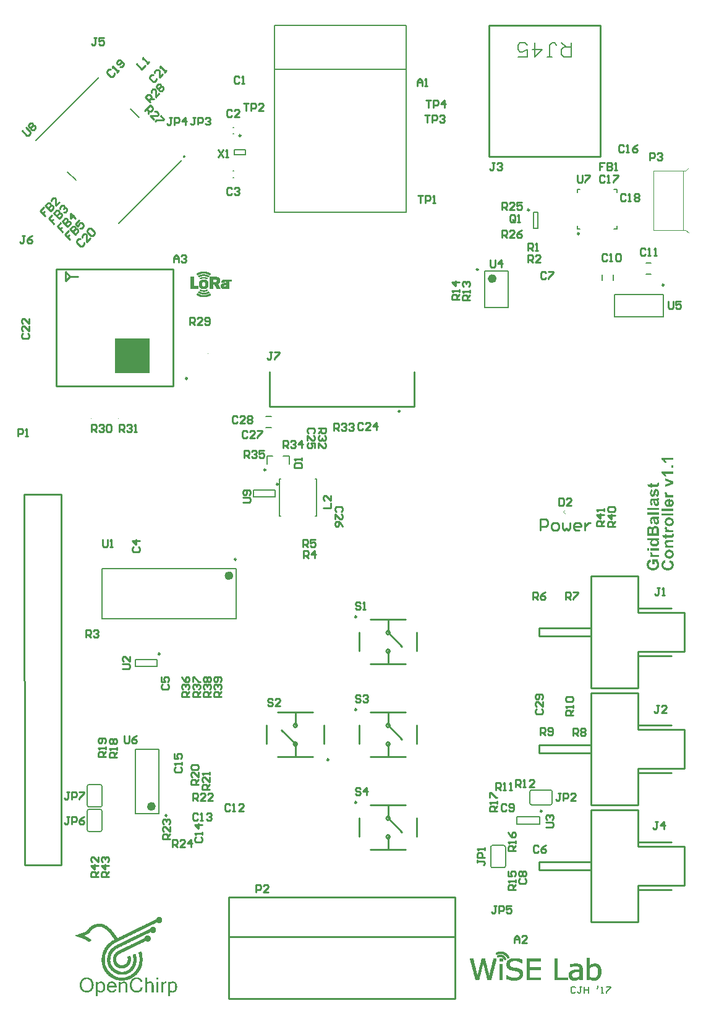
<source format=gto>
G04*
G04 #@! TF.GenerationSoftware,Altium Limited,Altium Designer,18.0.11 (651)*
G04*
G04 Layer_Color=65535*
%FSLAX25Y25*%
%MOIN*%
G70*
G01*
G75*
%ADD10C,0.00600*%
%ADD11C,0.00984*%
%ADD12C,0.00394*%
%ADD13C,0.01000*%
%ADD14C,0.02362*%
%ADD15C,0.01496*%
%ADD16C,0.00787*%
%ADD17C,0.00021*%
%ADD18C,0.00100*%
%ADD19C,0.00500*%
%ADD20C,0.00492*%
%ADD21C,0.00630*%
%ADD22C,0.00700*%
%ADD23R,0.18701X0.18701*%
G36*
X178896Y28071D02*
X174261D01*
X174271Y28062D01*
X174289Y28043D01*
X174317Y28006D01*
X174363Y27951D01*
X174419Y27886D01*
X174474Y27812D01*
X174539Y27720D01*
X174613Y27618D01*
X174687Y27507D01*
X174761Y27387D01*
X174844Y27257D01*
X174918Y27118D01*
X175057Y26822D01*
X175186Y26489D01*
X174076D01*
Y26499D01*
X174067Y26508D01*
X174058Y26536D01*
X174049Y26573D01*
X174002Y26665D01*
X173947Y26795D01*
X173873Y26952D01*
X173771Y27128D01*
X173642Y27322D01*
X173494Y27525D01*
X173484Y27535D01*
X173475Y27553D01*
X173447Y27581D01*
X173410Y27618D01*
X173318Y27720D01*
X173198Y27831D01*
X173050Y27960D01*
X172865Y28090D01*
X172670Y28210D01*
X172458Y28302D01*
Y29301D01*
X178896D01*
Y28071D01*
D02*
G37*
G36*
Y23936D02*
X177665D01*
Y25167D01*
X178896D01*
Y23936D01*
D02*
G37*
G36*
Y20606D02*
X174261D01*
X174271Y20597D01*
X174289Y20579D01*
X174317Y20542D01*
X174363Y20486D01*
X174419Y20421D01*
X174474Y20347D01*
X174539Y20255D01*
X174613Y20153D01*
X174687Y20042D01*
X174761Y19922D01*
X174844Y19792D01*
X174918Y19654D01*
X175057Y19358D01*
X175186Y19025D01*
X174076D01*
Y19034D01*
X174067Y19043D01*
X174058Y19071D01*
X174049Y19108D01*
X174002Y19200D01*
X173947Y19330D01*
X173873Y19487D01*
X173771Y19663D01*
X173642Y19857D01*
X173494Y20061D01*
X173484Y20070D01*
X173475Y20088D01*
X173447Y20116D01*
X173410Y20153D01*
X173318Y20255D01*
X173198Y20366D01*
X173050Y20495D01*
X172865Y20625D01*
X172670Y20745D01*
X172458Y20838D01*
Y21837D01*
X178896D01*
Y20606D01*
D02*
G37*
G36*
X170900Y15732D02*
X170909Y15722D01*
X170928Y15667D01*
X170955Y15574D01*
X170983Y15454D01*
X171020Y15315D01*
X171048Y15149D01*
X171066Y14964D01*
X171076Y14770D01*
Y14714D01*
X171066Y14649D01*
X171057Y14566D01*
X171048Y14474D01*
X171029Y14372D01*
X171002Y14270D01*
X170965Y14168D01*
X170955Y14159D01*
X170946Y14122D01*
X170918Y14076D01*
X170891Y14020D01*
X170798Y13891D01*
X170743Y13826D01*
X170678Y13771D01*
X170669Y13761D01*
X170641Y13752D01*
X170604Y13734D01*
X170548Y13706D01*
X170484Y13678D01*
X170400Y13650D01*
X170308Y13623D01*
X170206Y13604D01*
X170197D01*
X170160Y13595D01*
X170104D01*
X170012Y13586D01*
X169892Y13576D01*
X169744D01*
X169660Y13567D01*
X169559D01*
X169457D01*
X169337D01*
X167311D01*
Y13003D01*
X166330D01*
Y13567D01*
X165405D01*
X164684Y14797D01*
X166330D01*
Y15639D01*
X167311D01*
Y14797D01*
X169189D01*
X169198D01*
X169216D01*
X169244D01*
X169281D01*
X169374D01*
X169485D01*
X169596Y14807D01*
X169707D01*
X169790D01*
X169827Y14816D01*
X169845D01*
X169864Y14825D01*
X169901Y14844D01*
X169947Y14871D01*
X170003Y14927D01*
X170012Y14945D01*
X170030Y14982D01*
X170049Y15047D01*
X170058Y15130D01*
Y15167D01*
X170049Y15204D01*
X170040Y15260D01*
X170030Y15334D01*
X170012Y15417D01*
X169984Y15519D01*
X169947Y15630D01*
X170900Y15741D01*
Y15732D01*
D02*
G37*
G36*
X178896Y16361D02*
Y15251D01*
X174252Y13382D01*
Y14668D01*
X176629Y15547D01*
X177416Y15796D01*
X177406Y15806D01*
X177369Y15815D01*
X177314Y15833D01*
X177258Y15852D01*
X177120Y15898D01*
X177064Y15917D01*
X177018Y15926D01*
X177009D01*
X176981Y15935D01*
X176944Y15944D01*
X176898Y15963D01*
X176768Y16000D01*
X176629Y16055D01*
X174252Y16943D01*
Y18201D01*
X178896Y16361D01*
D02*
G37*
G36*
X169633Y12420D02*
X169679Y12411D01*
X169744Y12402D01*
X169901Y12365D01*
X170067Y12300D01*
X170160Y12254D01*
X170252Y12207D01*
X170345Y12143D01*
X170437Y12069D01*
X170530Y11985D01*
X170622Y11893D01*
X170632Y11884D01*
X170641Y11865D01*
X170659Y11837D01*
X170696Y11791D01*
X170724Y11736D01*
X170761Y11671D01*
X170807Y11588D01*
X170844Y11495D01*
X170891Y11393D01*
X170928Y11273D01*
X170974Y11144D01*
X171002Y11005D01*
X171029Y10848D01*
X171057Y10681D01*
X171066Y10505D01*
X171076Y10320D01*
Y10228D01*
X171066Y10163D01*
Y10080D01*
X171057Y9987D01*
X171048Y9886D01*
X171029Y9775D01*
X170983Y9534D01*
X170918Y9284D01*
X170826Y9035D01*
X170761Y8924D01*
X170696Y8813D01*
X170687Y8803D01*
X170678Y8785D01*
X170659Y8757D01*
X170622Y8729D01*
X170539Y8628D01*
X170419Y8517D01*
X170271Y8396D01*
X170095Y8285D01*
X169882Y8184D01*
X169651Y8100D01*
X169466Y9331D01*
X169485D01*
X169522Y9349D01*
X169586Y9368D01*
X169670Y9395D01*
X169762Y9442D01*
X169845Y9497D01*
X169938Y9562D01*
X170012Y9645D01*
X170021Y9654D01*
X170040Y9691D01*
X170067Y9747D01*
X170095Y9821D01*
X170132Y9913D01*
X170160Y10034D01*
X170178Y10163D01*
X170188Y10320D01*
Y10394D01*
X170178Y10487D01*
X170169Y10589D01*
X170151Y10700D01*
X170114Y10820D01*
X170077Y10931D01*
X170021Y11033D01*
X170012Y11042D01*
X169993Y11060D01*
X169966Y11088D01*
X169929Y11116D01*
X169882Y11144D01*
X169827Y11171D01*
X169762Y11190D01*
X169688Y11199D01*
X169679D01*
X169660D01*
X169605Y11190D01*
X169531Y11162D01*
X169457Y11107D01*
X169438Y11088D01*
X169429Y11060D01*
X169401Y11023D01*
X169383Y10968D01*
X169355Y10894D01*
X169327Y10811D01*
X169300Y10700D01*
Y10681D01*
X169281Y10635D01*
X169263Y10561D01*
X169244Y10459D01*
X169216Y10339D01*
X169179Y10209D01*
X169142Y10061D01*
X169096Y9904D01*
X169004Y9580D01*
X168957Y9423D01*
X168902Y9275D01*
X168856Y9136D01*
X168800Y9007D01*
X168745Y8896D01*
X168698Y8813D01*
X168689Y8803D01*
X168680Y8785D01*
X168661Y8766D01*
X168624Y8729D01*
X168541Y8637D01*
X168421Y8544D01*
X168273Y8443D01*
X168097Y8350D01*
X167995Y8313D01*
X167884Y8295D01*
X167773Y8276D01*
X167653Y8267D01*
X167644D01*
X167625D01*
X167598D01*
X167551Y8276D01*
X167505Y8285D01*
X167440Y8295D01*
X167302Y8322D01*
X167144Y8378D01*
X166978Y8470D01*
X166885Y8517D01*
X166802Y8581D01*
X166719Y8655D01*
X166645Y8739D01*
X166636Y8748D01*
X166626Y8757D01*
X166608Y8785D01*
X166580Y8831D01*
X166552Y8877D01*
X166515Y8942D01*
X166478Y9016D01*
X166432Y9099D01*
X166395Y9201D01*
X166358Y9312D01*
X166321Y9432D01*
X166293Y9562D01*
X166266Y9710D01*
X166247Y9867D01*
X166229Y10034D01*
Y10376D01*
X166238Y10450D01*
X166247Y10542D01*
X166256Y10644D01*
X166266Y10755D01*
X166303Y10986D01*
X166358Y11218D01*
X166441Y11440D01*
X166488Y11541D01*
X166543Y11634D01*
Y11643D01*
X166562Y11652D01*
X166599Y11708D01*
X166673Y11791D01*
X166774Y11884D01*
X166895Y11995D01*
X167052Y12096D01*
X167237Y12198D01*
X167450Y12272D01*
X167662Y11116D01*
X167653D01*
X167616Y11097D01*
X167570Y11079D01*
X167514Y11051D01*
X167440Y11014D01*
X167376Y10959D01*
X167311Y10903D01*
X167255Y10829D01*
X167246Y10820D01*
X167228Y10792D01*
X167209Y10746D01*
X167181Y10681D01*
X167154Y10598D01*
X167126Y10496D01*
X167117Y10376D01*
X167107Y10237D01*
Y10154D01*
X167117Y10071D01*
X167126Y9969D01*
X167144Y9849D01*
X167163Y9738D01*
X167200Y9636D01*
X167246Y9543D01*
Y9534D01*
X167265Y9525D01*
X167311Y9479D01*
X167394Y9423D01*
X167440Y9414D01*
X167496Y9405D01*
X167505D01*
X167514D01*
X167570Y9423D01*
X167644Y9460D01*
X167681Y9488D01*
X167718Y9525D01*
X167727Y9534D01*
X167736Y9571D01*
X167755Y9590D01*
X167764Y9627D01*
X167783Y9673D01*
X167810Y9728D01*
X167829Y9802D01*
X167857Y9876D01*
X167884Y9969D01*
X167912Y10080D01*
X167949Y10200D01*
X167986Y10339D01*
X168023Y10496D01*
X168069Y10672D01*
Y10681D01*
X168079Y10718D01*
X168088Y10764D01*
X168106Y10829D01*
X168134Y10912D01*
X168153Y11005D01*
X168217Y11208D01*
X168301Y11440D01*
X168393Y11662D01*
X168449Y11773D01*
X168495Y11874D01*
X168560Y11958D01*
X168615Y12041D01*
X168634Y12059D01*
X168671Y12106D01*
X168745Y12161D01*
X168846Y12235D01*
X168976Y12309D01*
X169133Y12365D01*
X169318Y12411D01*
X169522Y12429D01*
X169531D01*
X169549D01*
X169586D01*
X169633Y12420D01*
D02*
G37*
G36*
X175455Y10579D02*
X175445Y10570D01*
X175427Y10524D01*
X175390Y10468D01*
X175353Y10394D01*
X175316Y10302D01*
X175279Y10209D01*
X175260Y10108D01*
X175251Y10006D01*
Y9969D01*
X175260Y9913D01*
X175270Y9858D01*
X175288Y9793D01*
X175316Y9719D01*
X175353Y9645D01*
X175399Y9571D01*
X175408Y9562D01*
X175427Y9543D01*
X175464Y9506D01*
X175519Y9469D01*
X175584Y9423D01*
X175677Y9377D01*
X175788Y9331D01*
X175917Y9294D01*
X175936D01*
X175963Y9284D01*
X175991Y9275D01*
X176037D01*
X176093Y9266D01*
X176167Y9257D01*
X176250Y9247D01*
X176343Y9238D01*
X176463Y9229D01*
X176583Y9220D01*
X176731D01*
X176888Y9210D01*
X177064Y9201D01*
X177258D01*
X177471D01*
X178896D01*
Y7971D01*
X174252D01*
Y9109D01*
X174909D01*
X174900Y9118D01*
X174844Y9155D01*
X174761Y9210D01*
X174659Y9284D01*
X174557Y9358D01*
X174456Y9451D01*
X174363Y9534D01*
X174298Y9627D01*
X174289Y9636D01*
X174271Y9664D01*
X174252Y9719D01*
X174224Y9784D01*
X174197Y9858D01*
X174169Y9950D01*
X174160Y10043D01*
X174150Y10154D01*
Y10228D01*
X174160Y10311D01*
X174178Y10413D01*
X174206Y10542D01*
X174252Y10681D01*
X174308Y10820D01*
X174391Y10968D01*
X175455Y10579D01*
D02*
G37*
G36*
X170974Y6371D02*
X170965D01*
X170955Y6361D01*
X170918Y6352D01*
X170881Y6334D01*
X170835Y6315D01*
X170770Y6297D01*
X170696Y6278D01*
X170613Y6250D01*
X170604D01*
X170595Y6241D01*
X170558Y6232D01*
X170511Y6213D01*
X170474Y6204D01*
X170484Y6186D01*
X170521Y6149D01*
X170576Y6084D01*
X170641Y6001D01*
X170715Y5899D01*
X170798Y5788D01*
X170863Y5658D01*
X170928Y5529D01*
X170937Y5510D01*
X170946Y5464D01*
X170974Y5390D01*
X171002Y5298D01*
X171029Y5187D01*
X171048Y5057D01*
X171066Y4909D01*
X171076Y4761D01*
Y4696D01*
X171066Y4641D01*
Y4585D01*
X171057Y4511D01*
X171029Y4354D01*
X170983Y4169D01*
X170918Y3984D01*
X170826Y3799D01*
X170696Y3633D01*
X170687D01*
X170678Y3614D01*
X170622Y3568D01*
X170539Y3503D01*
X170428Y3429D01*
X170289Y3355D01*
X170123Y3290D01*
X169929Y3244D01*
X169827Y3235D01*
X169716Y3226D01*
X169697D01*
X169651D01*
X169577Y3235D01*
X169485Y3253D01*
X169374Y3272D01*
X169263Y3300D01*
X169142Y3346D01*
X169022Y3411D01*
X169004Y3420D01*
X168967Y3448D01*
X168911Y3485D01*
X168846Y3549D01*
X168772Y3614D01*
X168689Y3707D01*
X168615Y3808D01*
X168550Y3929D01*
X168541Y3947D01*
X168523Y3993D01*
X168495Y4067D01*
X168449Y4178D01*
X168402Y4317D01*
X168356Y4484D01*
X168310Y4687D01*
X168264Y4909D01*
Y4918D01*
X168254Y4946D01*
X168245Y4992D01*
X168236Y5048D01*
X168227Y5122D01*
X168208Y5205D01*
X168162Y5390D01*
X168116Y5584D01*
X168069Y5788D01*
X168014Y5964D01*
X167986Y6047D01*
X167958Y6112D01*
X167838D01*
X167820D01*
X167783D01*
X167718Y6102D01*
X167635Y6093D01*
X167551Y6065D01*
X167468Y6038D01*
X167394Y5991D01*
X167329Y5927D01*
X167320Y5917D01*
X167302Y5890D01*
X167283Y5843D01*
X167246Y5779D01*
X167218Y5686D01*
X167200Y5575D01*
X167181Y5436D01*
X167172Y5270D01*
Y5214D01*
X167181Y5159D01*
X167191Y5085D01*
X167209Y5002D01*
X167228Y4909D01*
X167265Y4826D01*
X167311Y4752D01*
X167320Y4743D01*
X167339Y4724D01*
X167366Y4687D01*
X167413Y4650D01*
X167477Y4595D01*
X167561Y4548D01*
X167653Y4502D01*
X167764Y4456D01*
X167561Y3355D01*
X167551D01*
X167533Y3364D01*
X167496Y3374D01*
X167450Y3392D01*
X167394Y3411D01*
X167329Y3438D01*
X167181Y3503D01*
X167024Y3596D01*
X166858Y3707D01*
X166700Y3836D01*
X166562Y3993D01*
Y4003D01*
X166543Y4012D01*
X166534Y4040D01*
X166506Y4077D01*
X166488Y4132D01*
X166460Y4188D01*
X166423Y4262D01*
X166395Y4336D01*
X166367Y4428D01*
X166330Y4530D01*
X166303Y4641D01*
X166284Y4770D01*
X166256Y4900D01*
X166247Y5048D01*
X166229Y5196D01*
Y5501D01*
X166238Y5566D01*
Y5640D01*
X166256Y5825D01*
X166275Y6019D01*
X166312Y6223D01*
X166367Y6417D01*
X166395Y6500D01*
X166432Y6583D01*
Y6593D01*
X166441Y6602D01*
X166469Y6648D01*
X166506Y6722D01*
X166562Y6805D01*
X166636Y6907D01*
X166719Y7000D01*
X166821Y7083D01*
X166922Y7157D01*
X166941Y7166D01*
X166978Y7185D01*
X167061Y7212D01*
X167107Y7222D01*
X167172Y7240D01*
X167237Y7259D01*
X167320Y7268D01*
X167413Y7286D01*
X167514Y7296D01*
X167625Y7305D01*
X167746Y7314D01*
X167875Y7323D01*
X168023D01*
X169457Y7305D01*
X169466D01*
X169485D01*
X169512D01*
X169559D01*
X169670D01*
X169799Y7314D01*
X169947D01*
X170095Y7333D01*
X170243Y7342D01*
X170363Y7360D01*
X170373D01*
X170410Y7370D01*
X170474Y7388D01*
X170548Y7407D01*
X170641Y7444D01*
X170743Y7481D01*
X170854Y7527D01*
X170974Y7582D01*
Y6371D01*
D02*
G37*
G36*
X176935Y3947D02*
X176944D01*
X176962D01*
X176990D01*
X177027Y3956D01*
X177120Y3966D01*
X177249Y3984D01*
X177379Y4021D01*
X177527Y4077D01*
X177665Y4141D01*
X177786Y4234D01*
X177795Y4243D01*
X177832Y4289D01*
X177878Y4345D01*
X177934Y4428D01*
X177989Y4530D01*
X178035Y4659D01*
X178072Y4798D01*
X178082Y4946D01*
Y4992D01*
X178072Y5048D01*
X178063Y5113D01*
X178045Y5187D01*
X178017Y5270D01*
X177980Y5353D01*
X177924Y5427D01*
X177915Y5436D01*
X177897Y5464D01*
X177860Y5501D01*
X177804Y5538D01*
X177730Y5594D01*
X177647Y5640D01*
X177536Y5686D01*
X177416Y5732D01*
X177619Y6953D01*
X177628D01*
X177647Y6944D01*
X177684Y6926D01*
X177730Y6907D01*
X177786Y6879D01*
X177850Y6852D01*
X177998Y6768D01*
X178165Y6667D01*
X178341Y6537D01*
X178498Y6380D01*
X178646Y6204D01*
Y6195D01*
X178664Y6186D01*
X178674Y6149D01*
X178701Y6112D01*
X178729Y6065D01*
X178757Y6001D01*
X178785Y5936D01*
X178822Y5853D01*
X178886Y5668D01*
X178942Y5455D01*
X178979Y5205D01*
X178997Y4937D01*
Y4881D01*
X178988Y4826D01*
Y4743D01*
X178970Y4641D01*
X178951Y4521D01*
X178933Y4391D01*
X178896Y4262D01*
X178859Y4114D01*
X178803Y3966D01*
X178738Y3818D01*
X178664Y3670D01*
X178572Y3522D01*
X178470Y3383D01*
X178350Y3263D01*
X178211Y3142D01*
X178202Y3133D01*
X178183Y3124D01*
X178146Y3105D01*
X178100Y3068D01*
X178035Y3041D01*
X177961Y3004D01*
X177878Y2957D01*
X177776Y2920D01*
X177665Y2874D01*
X177545Y2837D01*
X177416Y2791D01*
X177268Y2763D01*
X177120Y2735D01*
X176962Y2708D01*
X176787Y2698D01*
X176611Y2689D01*
X176602D01*
X176565D01*
X176500D01*
X176417Y2698D01*
X176324Y2708D01*
X176213Y2717D01*
X176093Y2735D01*
X175954Y2763D01*
X175667Y2837D01*
X175519Y2883D01*
X175362Y2939D01*
X175214Y3013D01*
X175075Y3096D01*
X174937Y3189D01*
X174807Y3290D01*
X174798Y3300D01*
X174779Y3318D01*
X174742Y3355D01*
X174705Y3401D01*
X174659Y3457D01*
X174604Y3531D01*
X174539Y3614D01*
X174474Y3707D01*
X174419Y3808D01*
X174354Y3929D01*
X174298Y4049D01*
X174252Y4188D01*
X174215Y4326D01*
X174178Y4484D01*
X174160Y4641D01*
X174150Y4807D01*
Y4909D01*
X174160Y4983D01*
X174169Y5066D01*
X174187Y5168D01*
X174206Y5279D01*
X174234Y5399D01*
X174271Y5529D01*
X174317Y5658D01*
X174372Y5797D01*
X174446Y5936D01*
X174520Y6065D01*
X174613Y6195D01*
X174724Y6324D01*
X174844Y6435D01*
X174853Y6445D01*
X174872Y6463D01*
X174918Y6491D01*
X174974Y6528D01*
X175048Y6574D01*
X175131Y6620D01*
X175242Y6676D01*
X175362Y6731D01*
X175501Y6787D01*
X175658Y6842D01*
X175825Y6889D01*
X176019Y6935D01*
X176222Y6972D01*
X176444Y7000D01*
X176676Y7018D01*
X176935D01*
Y3947D01*
D02*
G37*
G36*
X170974Y1061D02*
X164573D01*
Y2291D01*
X170974D01*
Y1061D01*
D02*
G37*
G36*
X178896Y552D02*
X172495D01*
Y1783D01*
X178896D01*
Y552D01*
D02*
G37*
G36*
X170974Y-1427D02*
X164573D01*
Y-197D01*
X170974D01*
Y-1427D01*
D02*
G37*
G36*
X178896Y-1936D02*
X172495D01*
Y-706D01*
X178896D01*
Y-1936D01*
D02*
G37*
G36*
X170974Y-3582D02*
X170965D01*
X170955Y-3592D01*
X170918Y-3601D01*
X170881Y-3619D01*
X170835Y-3638D01*
X170770Y-3656D01*
X170696Y-3675D01*
X170613Y-3703D01*
X170604D01*
X170595Y-3712D01*
X170558Y-3721D01*
X170511Y-3740D01*
X170474Y-3749D01*
X170484Y-3767D01*
X170521Y-3804D01*
X170576Y-3869D01*
X170641Y-3952D01*
X170715Y-4054D01*
X170798Y-4165D01*
X170863Y-4295D01*
X170928Y-4424D01*
X170937Y-4443D01*
X170946Y-4489D01*
X170974Y-4563D01*
X171002Y-4655D01*
X171029Y-4766D01*
X171048Y-4896D01*
X171066Y-5044D01*
X171076Y-5192D01*
Y-5257D01*
X171066Y-5312D01*
Y-5368D01*
X171057Y-5442D01*
X171029Y-5599D01*
X170983Y-5784D01*
X170918Y-5969D01*
X170826Y-6154D01*
X170696Y-6320D01*
X170687D01*
X170678Y-6339D01*
X170622Y-6385D01*
X170539Y-6450D01*
X170428Y-6524D01*
X170289Y-6598D01*
X170123Y-6663D01*
X169929Y-6709D01*
X169827Y-6718D01*
X169716Y-6727D01*
X169697D01*
X169651D01*
X169577Y-6718D01*
X169485Y-6700D01*
X169374Y-6681D01*
X169263Y-6653D01*
X169142Y-6607D01*
X169022Y-6542D01*
X169004Y-6533D01*
X168967Y-6505D01*
X168911Y-6468D01*
X168846Y-6404D01*
X168772Y-6339D01*
X168689Y-6246D01*
X168615Y-6145D01*
X168550Y-6024D01*
X168541Y-6006D01*
X168523Y-5960D01*
X168495Y-5886D01*
X168449Y-5775D01*
X168402Y-5636D01*
X168356Y-5469D01*
X168310Y-5266D01*
X168264Y-5044D01*
Y-5035D01*
X168254Y-5007D01*
X168245Y-4961D01*
X168236Y-4905D01*
X168227Y-4831D01*
X168208Y-4748D01*
X168162Y-4563D01*
X168116Y-4369D01*
X168069Y-4165D01*
X168014Y-3989D01*
X167986Y-3906D01*
X167958Y-3841D01*
X167838D01*
X167820D01*
X167783D01*
X167718Y-3851D01*
X167635Y-3860D01*
X167551Y-3888D01*
X167468Y-3915D01*
X167394Y-3962D01*
X167329Y-4026D01*
X167320Y-4036D01*
X167302Y-4063D01*
X167283Y-4110D01*
X167246Y-4174D01*
X167218Y-4267D01*
X167200Y-4378D01*
X167181Y-4517D01*
X167172Y-4683D01*
Y-4739D01*
X167181Y-4794D01*
X167191Y-4868D01*
X167209Y-4951D01*
X167228Y-5044D01*
X167265Y-5127D01*
X167311Y-5201D01*
X167320Y-5210D01*
X167339Y-5229D01*
X167366Y-5266D01*
X167413Y-5303D01*
X167477Y-5358D01*
X167561Y-5405D01*
X167653Y-5451D01*
X167764Y-5497D01*
X167561Y-6598D01*
X167551D01*
X167533Y-6589D01*
X167496Y-6579D01*
X167450Y-6561D01*
X167394Y-6542D01*
X167329Y-6515D01*
X167181Y-6450D01*
X167024Y-6357D01*
X166858Y-6246D01*
X166700Y-6117D01*
X166562Y-5960D01*
Y-5950D01*
X166543Y-5941D01*
X166534Y-5913D01*
X166506Y-5876D01*
X166488Y-5821D01*
X166460Y-5765D01*
X166423Y-5691D01*
X166395Y-5617D01*
X166367Y-5525D01*
X166330Y-5423D01*
X166303Y-5312D01*
X166284Y-5183D01*
X166256Y-5053D01*
X166247Y-4905D01*
X166229Y-4757D01*
Y-4452D01*
X166238Y-4387D01*
Y-4313D01*
X166256Y-4128D01*
X166275Y-3934D01*
X166312Y-3730D01*
X166367Y-3536D01*
X166395Y-3453D01*
X166432Y-3370D01*
Y-3360D01*
X166441Y-3351D01*
X166469Y-3305D01*
X166506Y-3231D01*
X166562Y-3148D01*
X166636Y-3046D01*
X166719Y-2953D01*
X166821Y-2870D01*
X166922Y-2796D01*
X166941Y-2787D01*
X166978Y-2768D01*
X167061Y-2741D01*
X167107Y-2731D01*
X167172Y-2713D01*
X167237Y-2694D01*
X167320Y-2685D01*
X167413Y-2667D01*
X167514Y-2657D01*
X167625Y-2648D01*
X167746Y-2639D01*
X167875Y-2630D01*
X168023D01*
X169457Y-2648D01*
X169466D01*
X169485D01*
X169512D01*
X169559D01*
X169670D01*
X169799Y-2639D01*
X169947D01*
X170095Y-2620D01*
X170243Y-2611D01*
X170363Y-2593D01*
X170373D01*
X170410Y-2583D01*
X170474Y-2565D01*
X170548Y-2546D01*
X170641Y-2509D01*
X170743Y-2472D01*
X170854Y-2426D01*
X170974Y-2371D01*
Y-3582D01*
D02*
G37*
G36*
X176740Y-2898D02*
X176833Y-2907D01*
X176935Y-2926D01*
X177055Y-2944D01*
X177175Y-2972D01*
X177314Y-3009D01*
X177453Y-3055D01*
X177601Y-3111D01*
X177749Y-3175D01*
X177897Y-3259D01*
X178035Y-3351D01*
X178174Y-3453D01*
X178313Y-3573D01*
X178322Y-3582D01*
X178341Y-3601D01*
X178378Y-3638D01*
X178424Y-3693D01*
X178470Y-3758D01*
X178526Y-3841D01*
X178590Y-3934D01*
X178655Y-4036D01*
X178720Y-4156D01*
X178785Y-4285D01*
X178840Y-4424D01*
X178886Y-4581D01*
X178933Y-4739D01*
X178970Y-4914D01*
X178988Y-5090D01*
X178997Y-5284D01*
Y-5349D01*
X178988Y-5395D01*
Y-5451D01*
X178979Y-5516D01*
X178960Y-5673D01*
X178923Y-5867D01*
X178877Y-6071D01*
X178803Y-6283D01*
X178711Y-6505D01*
Y-6515D01*
X178701Y-6533D01*
X178683Y-6561D01*
X178655Y-6598D01*
X178590Y-6700D01*
X178498Y-6829D01*
X178378Y-6968D01*
X178230Y-7116D01*
X178063Y-7255D01*
X177869Y-7384D01*
X177860D01*
X177841Y-7393D01*
X177813Y-7412D01*
X177767Y-7430D01*
X177712Y-7449D01*
X177647Y-7477D01*
X177573Y-7504D01*
X177490Y-7532D01*
X177397Y-7560D01*
X177295Y-7588D01*
X177064Y-7634D01*
X176796Y-7671D01*
X176509Y-7680D01*
X176500D01*
X176481D01*
X176444D01*
X176407Y-7671D01*
X176352D01*
X176287Y-7662D01*
X176130Y-7643D01*
X175954Y-7606D01*
X175760Y-7551D01*
X175547Y-7486D01*
X175334Y-7384D01*
X175325D01*
X175307Y-7366D01*
X175279Y-7356D01*
X175242Y-7329D01*
X175140Y-7255D01*
X175011Y-7162D01*
X174872Y-7042D01*
X174724Y-6894D01*
X174585Y-6727D01*
X174456Y-6533D01*
Y-6524D01*
X174446Y-6505D01*
X174428Y-6478D01*
X174409Y-6431D01*
X174382Y-6385D01*
X174363Y-6320D01*
X174335Y-6246D01*
X174298Y-6172D01*
X174243Y-5987D01*
X174197Y-5775D01*
X174160Y-5543D01*
X174150Y-5294D01*
Y-5192D01*
X174160Y-5118D01*
X174169Y-5025D01*
X174187Y-4924D01*
X174206Y-4803D01*
X174234Y-4683D01*
X174271Y-4544D01*
X174317Y-4406D01*
X174372Y-4267D01*
X174437Y-4119D01*
X174520Y-3971D01*
X174613Y-3832D01*
X174715Y-3693D01*
X174835Y-3564D01*
X174844Y-3555D01*
X174863Y-3536D01*
X174909Y-3499D01*
X174955Y-3462D01*
X175029Y-3407D01*
X175103Y-3351D01*
X175205Y-3286D01*
X175307Y-3222D01*
X175427Y-3166D01*
X175556Y-3101D01*
X175704Y-3046D01*
X175852Y-2990D01*
X176019Y-2953D01*
X176185Y-2916D01*
X176370Y-2898D01*
X176565Y-2889D01*
X176574D01*
X176611D01*
X176666D01*
X176740Y-2898D01*
D02*
G37*
G36*
X169281Y-7495D02*
X169392Y-7514D01*
X169522Y-7532D01*
X169670Y-7569D01*
X169818Y-7625D01*
X169975Y-7689D01*
X169993Y-7699D01*
X170040Y-7726D01*
X170114Y-7773D01*
X170206Y-7837D01*
X170317Y-7911D01*
X170419Y-8013D01*
X170530Y-8115D01*
X170632Y-8244D01*
X170641Y-8263D01*
X170669Y-8309D01*
X170715Y-8383D01*
X170761Y-8485D01*
X170817Y-8614D01*
X170863Y-8762D01*
X170909Y-8929D01*
X170937Y-9114D01*
Y-9151D01*
X170946Y-9188D01*
Y-9280D01*
X170955Y-9345D01*
Y-9521D01*
X170965Y-9632D01*
Y-9909D01*
X170974Y-10067D01*
Y-12842D01*
X164573D01*
Y-10030D01*
X164582Y-9863D01*
X164591Y-9678D01*
X164601Y-9493D01*
X164619Y-9317D01*
X164638Y-9160D01*
Y-9142D01*
X164647Y-9095D01*
X164665Y-9031D01*
X164693Y-8938D01*
X164730Y-8836D01*
X164776Y-8725D01*
X164832Y-8605D01*
X164906Y-8494D01*
X164915Y-8485D01*
X164943Y-8448D01*
X164989Y-8392D01*
X165045Y-8318D01*
X165128Y-8244D01*
X165220Y-8161D01*
X165322Y-8078D01*
X165442Y-8004D01*
X165461Y-7995D01*
X165498Y-7976D01*
X165572Y-7939D01*
X165664Y-7902D01*
X165775Y-7865D01*
X165896Y-7828D01*
X166044Y-7810D01*
X166192Y-7800D01*
X166201D01*
X166210D01*
X166266D01*
X166349Y-7810D01*
X166460Y-7828D01*
X166589Y-7865D01*
X166728Y-7902D01*
X166867Y-7967D01*
X167015Y-8050D01*
X167033Y-8059D01*
X167080Y-8096D01*
X167144Y-8152D01*
X167228Y-8217D01*
X167311Y-8309D01*
X167413Y-8420D01*
X167496Y-8550D01*
X167579Y-8698D01*
Y-8688D01*
X167588Y-8670D01*
X167598Y-8642D01*
X167607Y-8605D01*
X167653Y-8494D01*
X167718Y-8365D01*
X167792Y-8226D01*
X167894Y-8069D01*
X168014Y-7930D01*
X168162Y-7800D01*
X168180Y-7791D01*
X168236Y-7754D01*
X168319Y-7699D01*
X168430Y-7643D01*
X168578Y-7588D01*
X168735Y-7532D01*
X168920Y-7495D01*
X169124Y-7486D01*
X169133D01*
X169142D01*
X169198D01*
X169281Y-7495D01*
D02*
G37*
G36*
X175455Y-8318D02*
X175445Y-8328D01*
X175427Y-8374D01*
X175390Y-8429D01*
X175353Y-8503D01*
X175316Y-8596D01*
X175279Y-8688D01*
X175260Y-8790D01*
X175251Y-8892D01*
Y-8929D01*
X175260Y-8984D01*
X175270Y-9040D01*
X175288Y-9105D01*
X175316Y-9179D01*
X175353Y-9253D01*
X175399Y-9327D01*
X175408Y-9336D01*
X175427Y-9354D01*
X175464Y-9391D01*
X175519Y-9428D01*
X175584Y-9475D01*
X175677Y-9521D01*
X175788Y-9567D01*
X175917Y-9604D01*
X175936D01*
X175963Y-9613D01*
X175991Y-9623D01*
X176037D01*
X176093Y-9632D01*
X176167Y-9641D01*
X176250Y-9650D01*
X176343Y-9660D01*
X176463Y-9669D01*
X176583Y-9678D01*
X176731D01*
X176888Y-9687D01*
X177064Y-9697D01*
X177258D01*
X177471D01*
X178896D01*
Y-10927D01*
X174252D01*
Y-9789D01*
X174909D01*
X174900Y-9780D01*
X174844Y-9743D01*
X174761Y-9687D01*
X174659Y-9613D01*
X174557Y-9539D01*
X174456Y-9447D01*
X174363Y-9364D01*
X174298Y-9271D01*
X174289Y-9262D01*
X174271Y-9234D01*
X174252Y-9179D01*
X174224Y-9114D01*
X174197Y-9040D01*
X174169Y-8947D01*
X174160Y-8855D01*
X174150Y-8744D01*
Y-8670D01*
X174160Y-8587D01*
X174178Y-8485D01*
X174206Y-8355D01*
X174252Y-8217D01*
X174308Y-8078D01*
X174391Y-7930D01*
X175455Y-8318D01*
D02*
G37*
G36*
X178822Y-11630D02*
X178831Y-11639D01*
X178849Y-11695D01*
X178877Y-11787D01*
X178905Y-11907D01*
X178942Y-12046D01*
X178970Y-12213D01*
X178988Y-12398D01*
X178997Y-12592D01*
Y-12647D01*
X178988Y-12712D01*
X178979Y-12795D01*
X178970Y-12888D01*
X178951Y-12990D01*
X178923Y-13091D01*
X178886Y-13193D01*
X178877Y-13202D01*
X178868Y-13239D01*
X178840Y-13286D01*
X178812Y-13341D01*
X178720Y-13471D01*
X178664Y-13535D01*
X178600Y-13591D01*
X178590Y-13600D01*
X178563Y-13609D01*
X178526Y-13628D01*
X178470Y-13656D01*
X178405Y-13683D01*
X178322Y-13711D01*
X178230Y-13739D01*
X178128Y-13757D01*
X178119D01*
X178082Y-13767D01*
X178026D01*
X177934Y-13776D01*
X177813Y-13785D01*
X177665D01*
X177582Y-13794D01*
X177480D01*
X177379D01*
X177258D01*
X175233D01*
Y-14359D01*
X174252D01*
Y-13794D01*
X173327D01*
X172606Y-12564D01*
X174252D01*
Y-11722D01*
X175233D01*
Y-12564D01*
X177110D01*
X177120D01*
X177138D01*
X177166D01*
X177203D01*
X177295D01*
X177406D01*
X177517Y-12555D01*
X177628D01*
X177712D01*
X177749Y-12546D01*
X177767D01*
X177786Y-12536D01*
X177823Y-12518D01*
X177869Y-12490D01*
X177924Y-12435D01*
X177934Y-12416D01*
X177952Y-12379D01*
X177971Y-12314D01*
X177980Y-12231D01*
Y-12194D01*
X177971Y-12157D01*
X177961Y-12102D01*
X177952Y-12028D01*
X177934Y-11944D01*
X177906Y-11843D01*
X177869Y-11732D01*
X178822Y-11621D01*
Y-11630D01*
D02*
G37*
G36*
X170974Y-15200D02*
X170299D01*
X170317Y-15210D01*
X170363Y-15247D01*
X170437Y-15311D01*
X170521Y-15395D01*
X170613Y-15487D01*
X170715Y-15607D01*
X170807Y-15737D01*
X170891Y-15876D01*
X170900Y-15894D01*
X170918Y-15940D01*
X170946Y-16024D01*
X170983Y-16116D01*
X171020Y-16236D01*
X171048Y-16375D01*
X171066Y-16514D01*
X171076Y-16662D01*
Y-16736D01*
X171066Y-16791D01*
X171057Y-16865D01*
X171039Y-16939D01*
X171020Y-17032D01*
X170992Y-17134D01*
X170965Y-17235D01*
X170918Y-17346D01*
X170872Y-17457D01*
X170807Y-17578D01*
X170733Y-17689D01*
X170650Y-17809D01*
X170548Y-17920D01*
X170437Y-18031D01*
X170428Y-18040D01*
X170410Y-18059D01*
X170373Y-18086D01*
X170317Y-18114D01*
X170252Y-18160D01*
X170169Y-18207D01*
X170077Y-18262D01*
X169966Y-18308D01*
X169845Y-18364D01*
X169716Y-18419D01*
X169568Y-18466D01*
X169411Y-18503D01*
X169235Y-18540D01*
X169050Y-18567D01*
X168856Y-18586D01*
X168643Y-18595D01*
X168634D01*
X168587D01*
X168532D01*
X168449Y-18586D01*
X168347Y-18577D01*
X168236Y-18567D01*
X168106Y-18549D01*
X167977Y-18530D01*
X167681Y-18466D01*
X167533Y-18419D01*
X167385Y-18364D01*
X167237Y-18299D01*
X167098Y-18225D01*
X166969Y-18142D01*
X166848Y-18049D01*
X166839Y-18040D01*
X166821Y-18022D01*
X166793Y-17994D01*
X166747Y-17948D01*
X166700Y-17892D01*
X166654Y-17827D01*
X166599Y-17753D01*
X166534Y-17661D01*
X166478Y-17568D01*
X166423Y-17457D01*
X166321Y-17226D01*
X166284Y-17087D01*
X166256Y-16949D01*
X166238Y-16801D01*
X166229Y-16643D01*
Y-16569D01*
X166238Y-16514D01*
X166247Y-16449D01*
X166266Y-16366D01*
X166284Y-16283D01*
X166312Y-16181D01*
X166340Y-16079D01*
X166386Y-15968D01*
X166441Y-15857D01*
X166497Y-15746D01*
X166580Y-15626D01*
X166663Y-15515D01*
X166765Y-15404D01*
X166876Y-15293D01*
X164573D01*
Y-14063D01*
X170974D01*
Y-15200D01*
D02*
G37*
G36*
X178896Y-16329D02*
X176537D01*
X176528D01*
X176500D01*
X176463D01*
X176417D01*
X176352D01*
X176287D01*
X176130Y-16338D01*
X175973Y-16347D01*
X175806Y-16366D01*
X175667Y-16384D01*
X175612Y-16394D01*
X175566Y-16412D01*
X175556D01*
X175529Y-16431D01*
X175492Y-16449D01*
X175436Y-16477D01*
X175325Y-16560D01*
X175270Y-16606D01*
X175223Y-16671D01*
X175214Y-16680D01*
X175205Y-16699D01*
X175186Y-16736D01*
X175159Y-16791D01*
X175131Y-16856D01*
X175112Y-16921D01*
X175103Y-17004D01*
X175094Y-17097D01*
Y-17152D01*
X175103Y-17208D01*
X175112Y-17282D01*
X175140Y-17374D01*
X175168Y-17467D01*
X175214Y-17568D01*
X175270Y-17670D01*
X175279Y-17679D01*
X175297Y-17707D01*
X175344Y-17753D01*
X175390Y-17809D01*
X175464Y-17864D01*
X175538Y-17920D01*
X175640Y-17975D01*
X175741Y-18012D01*
X175751D01*
X175797Y-18031D01*
X175871Y-18040D01*
X175982Y-18059D01*
X176047Y-18068D01*
X176130Y-18077D01*
X176213Y-18086D01*
X176315D01*
X176417Y-18096D01*
X176537Y-18105D01*
X176666D01*
X176805D01*
X178896D01*
Y-19335D01*
X174252D01*
Y-18197D01*
X174937D01*
X174927Y-18188D01*
X174900Y-18170D01*
X174863Y-18133D01*
X174816Y-18086D01*
X174752Y-18031D01*
X174687Y-17957D01*
X174613Y-17874D01*
X174539Y-17781D01*
X174474Y-17679D01*
X174400Y-17559D01*
X174335Y-17439D01*
X174271Y-17300D01*
X174224Y-17152D01*
X174187Y-17004D01*
X174160Y-16838D01*
X174150Y-16671D01*
Y-16606D01*
X174160Y-16523D01*
X174169Y-16421D01*
X174187Y-16310D01*
X174215Y-16190D01*
X174252Y-16061D01*
X174298Y-15931D01*
X174308Y-15913D01*
X174326Y-15876D01*
X174354Y-15811D01*
X174400Y-15737D01*
X174456Y-15654D01*
X174520Y-15570D01*
X174594Y-15487D01*
X174678Y-15413D01*
X174687Y-15404D01*
X174715Y-15385D01*
X174761Y-15358D01*
X174826Y-15321D01*
X174900Y-15274D01*
X174992Y-15237D01*
X175085Y-15200D01*
X175196Y-15173D01*
X175205D01*
X175251Y-15163D01*
X175316Y-15145D01*
X175408Y-15136D01*
X175519Y-15117D01*
X175667Y-15108D01*
X175825Y-15099D01*
X176019D01*
X178896D01*
Y-16329D01*
D02*
G37*
G36*
X170974Y-20815D02*
X166330D01*
Y-19585D01*
X170974D01*
Y-20815D01*
D02*
G37*
G36*
X165711D02*
X164573D01*
Y-19585D01*
X165711D01*
Y-20815D01*
D02*
G37*
G36*
X167533Y-21731D02*
X167524Y-21740D01*
X167505Y-21786D01*
X167468Y-21842D01*
X167431Y-21916D01*
X167394Y-22008D01*
X167357Y-22101D01*
X167339Y-22203D01*
X167329Y-22304D01*
Y-22341D01*
X167339Y-22397D01*
X167348Y-22452D01*
X167366Y-22517D01*
X167394Y-22591D01*
X167431Y-22665D01*
X167477Y-22739D01*
X167487Y-22748D01*
X167505Y-22767D01*
X167542Y-22804D01*
X167598Y-22841D01*
X167662Y-22887D01*
X167755Y-22933D01*
X167866Y-22980D01*
X167995Y-23017D01*
X168014D01*
X168042Y-23026D01*
X168069Y-23035D01*
X168116D01*
X168171Y-23044D01*
X168245Y-23054D01*
X168328Y-23063D01*
X168421Y-23072D01*
X168541Y-23081D01*
X168661Y-23091D01*
X168809D01*
X168967Y-23100D01*
X169142Y-23109D01*
X169337D01*
X169549D01*
X170974D01*
Y-24339D01*
X166330D01*
Y-23202D01*
X166987D01*
X166978Y-23192D01*
X166922Y-23155D01*
X166839Y-23100D01*
X166737Y-23026D01*
X166636Y-22952D01*
X166534Y-22859D01*
X166441Y-22776D01*
X166377Y-22684D01*
X166367Y-22674D01*
X166349Y-22647D01*
X166330Y-22591D01*
X166303Y-22526D01*
X166275Y-22452D01*
X166247Y-22360D01*
X166238Y-22267D01*
X166229Y-22156D01*
Y-22082D01*
X166238Y-21999D01*
X166256Y-21897D01*
X166284Y-21768D01*
X166330Y-21629D01*
X166386Y-21490D01*
X166469Y-21342D01*
X167533Y-21731D01*
D02*
G37*
G36*
X176740Y-20288D02*
X176833Y-20297D01*
X176935Y-20316D01*
X177055Y-20334D01*
X177175Y-20362D01*
X177314Y-20399D01*
X177453Y-20445D01*
X177601Y-20501D01*
X177749Y-20565D01*
X177897Y-20649D01*
X178035Y-20741D01*
X178174Y-20843D01*
X178313Y-20963D01*
X178322Y-20972D01*
X178341Y-20991D01*
X178378Y-21028D01*
X178424Y-21083D01*
X178470Y-21148D01*
X178526Y-21231D01*
X178590Y-21324D01*
X178655Y-21426D01*
X178720Y-21546D01*
X178785Y-21675D01*
X178840Y-21814D01*
X178886Y-21971D01*
X178933Y-22129D01*
X178970Y-22304D01*
X178988Y-22480D01*
X178997Y-22674D01*
Y-22739D01*
X178988Y-22785D01*
Y-22841D01*
X178979Y-22906D01*
X178960Y-23063D01*
X178923Y-23257D01*
X178877Y-23461D01*
X178803Y-23673D01*
X178711Y-23895D01*
Y-23905D01*
X178701Y-23923D01*
X178683Y-23951D01*
X178655Y-23988D01*
X178590Y-24090D01*
X178498Y-24219D01*
X178378Y-24358D01*
X178230Y-24506D01*
X178063Y-24645D01*
X177869Y-24774D01*
X177860D01*
X177841Y-24783D01*
X177813Y-24802D01*
X177767Y-24820D01*
X177712Y-24839D01*
X177647Y-24867D01*
X177573Y-24894D01*
X177490Y-24922D01*
X177397Y-24950D01*
X177295Y-24978D01*
X177064Y-25024D01*
X176796Y-25061D01*
X176509Y-25070D01*
X176500D01*
X176481D01*
X176444D01*
X176407Y-25061D01*
X176352D01*
X176287Y-25052D01*
X176130Y-25033D01*
X175954Y-24996D01*
X175760Y-24941D01*
X175547Y-24876D01*
X175334Y-24774D01*
X175325D01*
X175307Y-24756D01*
X175279Y-24746D01*
X175242Y-24719D01*
X175140Y-24645D01*
X175011Y-24552D01*
X174872Y-24432D01*
X174724Y-24284D01*
X174585Y-24117D01*
X174456Y-23923D01*
Y-23914D01*
X174446Y-23895D01*
X174428Y-23868D01*
X174409Y-23821D01*
X174382Y-23775D01*
X174363Y-23710D01*
X174335Y-23636D01*
X174298Y-23562D01*
X174243Y-23377D01*
X174197Y-23165D01*
X174160Y-22933D01*
X174150Y-22684D01*
Y-22582D01*
X174160Y-22508D01*
X174169Y-22415D01*
X174187Y-22314D01*
X174206Y-22193D01*
X174234Y-22073D01*
X174271Y-21934D01*
X174317Y-21796D01*
X174372Y-21657D01*
X174437Y-21509D01*
X174520Y-21361D01*
X174613Y-21222D01*
X174715Y-21083D01*
X174835Y-20954D01*
X174844Y-20945D01*
X174863Y-20926D01*
X174909Y-20889D01*
X174955Y-20852D01*
X175029Y-20797D01*
X175103Y-20741D01*
X175205Y-20676D01*
X175307Y-20612D01*
X175427Y-20556D01*
X175556Y-20491D01*
X175704Y-20436D01*
X175852Y-20380D01*
X176019Y-20343D01*
X176185Y-20306D01*
X176370Y-20288D01*
X176565Y-20279D01*
X176574D01*
X176611D01*
X176666D01*
X176740Y-20288D01*
D02*
G37*
G36*
X176981Y-25903D02*
X177036Y-25921D01*
X177110Y-25949D01*
X177194Y-25986D01*
X177295Y-26023D01*
X177406Y-26069D01*
X177527Y-26125D01*
X177776Y-26254D01*
X178035Y-26421D01*
X178285Y-26624D01*
X178396Y-26735D01*
X178498Y-26855D01*
X178507Y-26865D01*
X178516Y-26883D01*
X178544Y-26920D01*
X178581Y-26976D01*
X178618Y-27040D01*
X178655Y-27124D01*
X178701Y-27216D01*
X178748Y-27318D01*
X178803Y-27438D01*
X178849Y-27568D01*
X178886Y-27706D01*
X178923Y-27854D01*
X178960Y-28012D01*
X178988Y-28187D01*
X178997Y-28363D01*
X179007Y-28557D01*
Y-28613D01*
X178997Y-28678D01*
X178988Y-28770D01*
X178979Y-28872D01*
X178960Y-29001D01*
X178933Y-29140D01*
X178896Y-29297D01*
X178849Y-29455D01*
X178794Y-29621D01*
X178720Y-29797D01*
X178637Y-29973D01*
X178544Y-30148D01*
X178424Y-30324D01*
X178294Y-30491D01*
X178137Y-30648D01*
X178128Y-30657D01*
X178100Y-30685D01*
X178045Y-30722D01*
X177980Y-30777D01*
X177887Y-30833D01*
X177786Y-30907D01*
X177656Y-30981D01*
X177508Y-31055D01*
X177351Y-31129D01*
X177175Y-31203D01*
X176972Y-31277D01*
X176759Y-31332D01*
X176537Y-31388D01*
X176287Y-31425D01*
X176028Y-31453D01*
X175751Y-31462D01*
X175741D01*
X175732D01*
X175677D01*
X175593Y-31453D01*
X175482D01*
X175353Y-31434D01*
X175196Y-31416D01*
X175029Y-31397D01*
X174835Y-31360D01*
X174641Y-31314D01*
X174437Y-31258D01*
X174234Y-31194D01*
X174021Y-31110D01*
X173817Y-31018D01*
X173623Y-30907D01*
X173438Y-30787D01*
X173262Y-30639D01*
X173253Y-30629D01*
X173225Y-30602D01*
X173179Y-30555D01*
X173124Y-30491D01*
X173059Y-30407D01*
X172985Y-30306D01*
X172902Y-30195D01*
X172818Y-30056D01*
X172735Y-29908D01*
X172652Y-29751D01*
X172578Y-29566D01*
X172513Y-29381D01*
X172458Y-29168D01*
X172411Y-28955D01*
X172384Y-28715D01*
X172374Y-28474D01*
Y-28363D01*
X172384Y-28280D01*
X172393Y-28178D01*
X172411Y-28067D01*
X172430Y-27938D01*
X172458Y-27799D01*
X172495Y-27651D01*
X172541Y-27494D01*
X172596Y-27336D01*
X172670Y-27170D01*
X172744Y-27013D01*
X172837Y-26865D01*
X172948Y-26707D01*
X173068Y-26569D01*
Y-26559D01*
X173087Y-26550D01*
X173114Y-26522D01*
X173142Y-26495D01*
X173188Y-26458D01*
X173244Y-26421D01*
X173373Y-26319D01*
X173540Y-26217D01*
X173743Y-26106D01*
X173975Y-26004D01*
X174243Y-25912D01*
X174548Y-27188D01*
X174539D01*
X174530Y-27198D01*
X174502D01*
X174465Y-27216D01*
X174382Y-27244D01*
X174271Y-27290D01*
X174141Y-27355D01*
X174012Y-27438D01*
X173882Y-27549D01*
X173771Y-27669D01*
X173762Y-27688D01*
X173725Y-27734D01*
X173679Y-27808D01*
X173623Y-27910D01*
X173568Y-28039D01*
X173521Y-28187D01*
X173484Y-28354D01*
X173475Y-28539D01*
Y-28604D01*
X173484Y-28659D01*
X173494Y-28715D01*
X173503Y-28789D01*
X173540Y-28946D01*
X173605Y-29131D01*
X173697Y-29325D01*
X173753Y-29427D01*
X173817Y-29519D01*
X173901Y-29612D01*
X173993Y-29695D01*
X174002D01*
X174021Y-29714D01*
X174049Y-29732D01*
X174095Y-29760D01*
X174150Y-29797D01*
X174215Y-29834D01*
X174298Y-29871D01*
X174391Y-29908D01*
X174502Y-29954D01*
X174622Y-29991D01*
X174761Y-30028D01*
X174909Y-30065D01*
X175075Y-30093D01*
X175251Y-30111D01*
X175445Y-30121D01*
X175658Y-30130D01*
X175667D01*
X175714D01*
X175778D01*
X175852Y-30121D01*
X175954D01*
X176074Y-30102D01*
X176195Y-30093D01*
X176333Y-30074D01*
X176620Y-30019D01*
X176907Y-29945D01*
X177046Y-29899D01*
X177175Y-29834D01*
X177295Y-29769D01*
X177397Y-29695D01*
X177406Y-29686D01*
X177416Y-29677D01*
X177443Y-29649D01*
X177480Y-29612D01*
X177554Y-29519D01*
X177647Y-29390D01*
X177749Y-29233D01*
X177823Y-29038D01*
X177887Y-28816D01*
X177897Y-28696D01*
X177906Y-28567D01*
Y-28520D01*
X177897Y-28483D01*
X177887Y-28382D01*
X177869Y-28261D01*
X177823Y-28132D01*
X177767Y-27984D01*
X177693Y-27836D01*
X177582Y-27688D01*
X177564Y-27669D01*
X177517Y-27623D01*
X177443Y-27558D01*
X177332Y-27484D01*
X177184Y-27392D01*
X177009Y-27309D01*
X176796Y-27225D01*
X176546Y-27151D01*
X176935Y-25893D01*
X176944D01*
X176981Y-25903D01*
D02*
G37*
G36*
X170132Y-25496D02*
X170151Y-25523D01*
X170178Y-25551D01*
X170215Y-25597D01*
X170252Y-25644D01*
X170345Y-25773D01*
X170447Y-25949D01*
X170567Y-26152D01*
X170687Y-26384D01*
X170798Y-26661D01*
Y-26670D01*
X170807Y-26698D01*
X170826Y-26735D01*
X170844Y-26791D01*
X170863Y-26865D01*
X170891Y-26948D01*
X170918Y-27040D01*
X170946Y-27142D01*
X171002Y-27373D01*
X171048Y-27642D01*
X171085Y-27919D01*
X171094Y-28215D01*
Y-28317D01*
X171085Y-28382D01*
Y-28474D01*
X171076Y-28576D01*
X171057Y-28687D01*
X171039Y-28816D01*
X170992Y-29085D01*
X170918Y-29381D01*
X170817Y-29686D01*
X170752Y-29825D01*
X170678Y-29973D01*
X170669Y-29982D01*
X170659Y-30000D01*
X170632Y-30047D01*
X170595Y-30093D01*
X170558Y-30158D01*
X170502Y-30222D01*
X170437Y-30306D01*
X170363Y-30389D01*
X170197Y-30574D01*
X169984Y-30759D01*
X169744Y-30935D01*
X169466Y-31092D01*
X169457D01*
X169429Y-31110D01*
X169383Y-31129D01*
X169327Y-31147D01*
X169253Y-31175D01*
X169170Y-31212D01*
X169068Y-31240D01*
X168957Y-31277D01*
X168837Y-31314D01*
X168698Y-31342D01*
X168412Y-31406D01*
X168097Y-31443D01*
X167755Y-31462D01*
X167746D01*
X167709D01*
X167653D01*
X167588Y-31453D01*
X167496D01*
X167394Y-31443D01*
X167283Y-31425D01*
X167154Y-31406D01*
X166885Y-31360D01*
X166580Y-31286D01*
X166275Y-31184D01*
X166127Y-31120D01*
X165979Y-31046D01*
X165970Y-31036D01*
X165942Y-31027D01*
X165905Y-30999D01*
X165849Y-30972D01*
X165785Y-30925D01*
X165711Y-30870D01*
X165627Y-30805D01*
X165535Y-30740D01*
X165442Y-30657D01*
X165341Y-30565D01*
X165239Y-30463D01*
X165137Y-30352D01*
X165045Y-30232D01*
X164943Y-30111D01*
X164776Y-29825D01*
Y-29815D01*
X164758Y-29797D01*
X164749Y-29760D01*
X164721Y-29714D01*
X164702Y-29649D01*
X164675Y-29584D01*
X164647Y-29492D01*
X164610Y-29399D01*
X164582Y-29297D01*
X164554Y-29177D01*
X164527Y-29048D01*
X164499Y-28918D01*
X164462Y-28622D01*
X164453Y-28289D01*
Y-28178D01*
X164462Y-28095D01*
X164471Y-27993D01*
X164480Y-27873D01*
X164490Y-27743D01*
X164517Y-27605D01*
X164573Y-27309D01*
X164665Y-27003D01*
X164721Y-26846D01*
X164786Y-26698D01*
X164860Y-26559D01*
X164952Y-26430D01*
X164961Y-26421D01*
X164971Y-26402D01*
X165008Y-26365D01*
X165045Y-26319D01*
X165091Y-26263D01*
X165156Y-26208D01*
X165230Y-26143D01*
X165313Y-26069D01*
X165405Y-25995D01*
X165507Y-25921D01*
X165618Y-25847D01*
X165748Y-25782D01*
X165877Y-25708D01*
X166016Y-25653D01*
X166173Y-25597D01*
X166330Y-25560D01*
X166571Y-26846D01*
X166562D01*
X166552Y-26855D01*
X166497Y-26874D01*
X166414Y-26911D01*
X166303Y-26966D01*
X166182Y-27031D01*
X166062Y-27124D01*
X165942Y-27235D01*
X165831Y-27364D01*
X165822Y-27383D01*
X165785Y-27429D01*
X165738Y-27512D01*
X165692Y-27614D01*
X165637Y-27753D01*
X165600Y-27910D01*
X165563Y-28086D01*
X165553Y-28289D01*
Y-28372D01*
X165563Y-28428D01*
X165572Y-28502D01*
X165581Y-28585D01*
X165600Y-28678D01*
X165618Y-28779D01*
X165683Y-28992D01*
X165729Y-29103D01*
X165785Y-29214D01*
X165849Y-29325D01*
X165914Y-29436D01*
X166007Y-29538D01*
X166099Y-29640D01*
X166108Y-29649D01*
X166127Y-29658D01*
X166155Y-29686D01*
X166201Y-29714D01*
X166256Y-29751D01*
X166321Y-29797D01*
X166404Y-29843D01*
X166497Y-29880D01*
X166608Y-29926D01*
X166728Y-29973D01*
X166858Y-30019D01*
X166996Y-30056D01*
X167154Y-30084D01*
X167329Y-30111D01*
X167505Y-30121D01*
X167699Y-30130D01*
X167709D01*
X167746D01*
X167810D01*
X167884Y-30121D01*
X167986Y-30111D01*
X168088Y-30102D01*
X168217Y-30084D01*
X168347Y-30065D01*
X168624Y-30010D01*
X168911Y-29917D01*
X169050Y-29862D01*
X169179Y-29797D01*
X169309Y-29714D01*
X169420Y-29630D01*
X169429Y-29621D01*
X169448Y-29603D01*
X169475Y-29575D01*
X169512Y-29538D01*
X169549Y-29482D01*
X169605Y-29427D01*
X169651Y-29353D01*
X169707Y-29270D01*
X169762Y-29177D01*
X169808Y-29085D01*
X169901Y-28853D01*
X169938Y-28724D01*
X169966Y-28594D01*
X169984Y-28446D01*
X169993Y-28298D01*
Y-28224D01*
X169984Y-28150D01*
X169975Y-28039D01*
X169956Y-27919D01*
X169929Y-27780D01*
X169892Y-27632D01*
X169836Y-27484D01*
Y-27475D01*
X169827Y-27466D01*
X169808Y-27420D01*
X169771Y-27336D01*
X169725Y-27244D01*
X169670Y-27133D01*
X169605Y-27013D01*
X169531Y-26892D01*
X169448Y-26781D01*
X168624D01*
Y-28261D01*
X167542D01*
Y-25477D01*
X170114D01*
X170132Y-25496D01*
D02*
G37*
G36*
X-98923Y-251941D02*
X-99941D01*
Y-250842D01*
X-98923D01*
Y-251941D01*
D02*
G37*
G36*
X-110389Y-250715D02*
X-110284Y-250726D01*
X-110157Y-250738D01*
X-110007Y-250761D01*
X-109856Y-250784D01*
X-109509Y-250877D01*
X-109324Y-250923D01*
X-109139Y-250992D01*
X-108954Y-251074D01*
X-108769Y-251166D01*
X-108595Y-251270D01*
X-108422Y-251397D01*
X-108410Y-251409D01*
X-108387Y-251432D01*
X-108341Y-251467D01*
X-108271Y-251525D01*
X-108202Y-251594D01*
X-108121Y-251675D01*
X-108040Y-251779D01*
X-107947Y-251883D01*
X-107855Y-252011D01*
X-107774Y-252150D01*
X-107681Y-252300D01*
X-107600Y-252462D01*
X-107531Y-252636D01*
X-107473Y-252821D01*
X-107427Y-253017D01*
X-107392Y-253225D01*
X-108479D01*
Y-253214D01*
Y-253191D01*
X-108491Y-253156D01*
X-108503Y-253098D01*
X-108526Y-252971D01*
X-108584Y-252797D01*
X-108665Y-252612D01*
X-108780Y-252416D01*
X-108931Y-252219D01*
X-109023Y-252126D01*
X-109127Y-252045D01*
X-109139D01*
X-109151Y-252022D01*
X-109185Y-251999D01*
X-109231Y-251976D01*
X-109289Y-251941D01*
X-109359Y-251907D01*
X-109532Y-251814D01*
X-109741Y-251733D01*
X-109995Y-251664D01*
X-110273Y-251617D01*
X-110597Y-251594D01*
X-110713D01*
X-110793Y-251606D01*
X-110898Y-251617D01*
X-111013Y-251640D01*
X-111141Y-251664D01*
X-111291Y-251698D01*
X-111441Y-251745D01*
X-111592Y-251802D01*
X-111754Y-251860D01*
X-111904Y-251941D01*
X-112066Y-252045D01*
X-112217Y-252150D01*
X-112367Y-252277D01*
X-112506Y-252427D01*
X-112517Y-252439D01*
X-112540Y-252462D01*
X-112575Y-252508D01*
X-112610Y-252578D01*
X-112668Y-252659D01*
X-112726Y-252763D01*
X-112784Y-252890D01*
X-112853Y-253029D01*
X-112922Y-253191D01*
X-112980Y-253364D01*
X-113038Y-253561D01*
X-113096Y-253769D01*
X-113131Y-254001D01*
X-113165Y-254244D01*
X-113188Y-254510D01*
X-113200Y-254787D01*
Y-254799D01*
Y-254857D01*
Y-254938D01*
X-113188Y-255042D01*
X-113177Y-255169D01*
X-113165Y-255320D01*
X-113142Y-255482D01*
X-113107Y-255655D01*
X-113026Y-256037D01*
X-112969Y-256234D01*
X-112911Y-256430D01*
X-112830Y-256615D01*
X-112737Y-256812D01*
X-112633Y-256986D01*
X-112506Y-257148D01*
X-112494Y-257159D01*
X-112471Y-257183D01*
X-112436Y-257229D01*
X-112379Y-257275D01*
X-112309Y-257345D01*
X-112228Y-257414D01*
X-112124Y-257483D01*
X-112008Y-257564D01*
X-111881Y-257645D01*
X-111742Y-257715D01*
X-111580Y-257784D01*
X-111418Y-257854D01*
X-111233Y-257900D01*
X-111048Y-257946D01*
X-110840Y-257969D01*
X-110620Y-257981D01*
X-110527D01*
X-110469Y-257969D01*
X-110389D01*
X-110296Y-257958D01*
X-110088Y-257923D01*
X-109845Y-257865D01*
X-109602Y-257796D01*
X-109359Y-257680D01*
X-109127Y-257530D01*
X-109116D01*
X-109104Y-257506D01*
X-109035Y-257449D01*
X-108942Y-257345D01*
X-108826Y-257194D01*
X-108711Y-257009D01*
X-108607Y-256789D01*
X-108526Y-256535D01*
X-108503Y-256384D01*
X-108479Y-256234D01*
X-107392D01*
Y-256245D01*
X-107403Y-256292D01*
Y-256349D01*
X-107427Y-256442D01*
X-107450Y-256546D01*
X-107473Y-256673D01*
X-107508Y-256801D01*
X-107554Y-256951D01*
X-107612Y-257101D01*
X-107681Y-257263D01*
X-107762Y-257425D01*
X-107855Y-257587D01*
X-107970Y-257749D01*
X-108086Y-257900D01*
X-108225Y-258039D01*
X-108387Y-258177D01*
X-108398Y-258189D01*
X-108422Y-258212D01*
X-108479Y-258235D01*
X-108549Y-258282D01*
X-108630Y-258340D01*
X-108734Y-258397D01*
X-108861Y-258455D01*
X-108988Y-258513D01*
X-109151Y-258582D01*
X-109312Y-258640D01*
X-109498Y-258698D01*
X-109694Y-258756D01*
X-109903Y-258802D01*
X-110122Y-258825D01*
X-110365Y-258849D01*
X-110608Y-258860D01*
X-110678D01*
X-110770Y-258849D01*
X-110886Y-258837D01*
X-111025Y-258825D01*
X-111187Y-258802D01*
X-111372Y-258768D01*
X-111569Y-258721D01*
X-111777Y-258663D01*
X-111997Y-258594D01*
X-112228Y-258502D01*
X-112448Y-258397D01*
X-112668Y-258282D01*
X-112888Y-258131D01*
X-113096Y-257969D01*
X-113293Y-257773D01*
X-113304Y-257761D01*
X-113339Y-257726D01*
X-113385Y-257657D01*
X-113443Y-257576D01*
X-113524Y-257460D01*
X-113605Y-257321D01*
X-113698Y-257171D01*
X-113790Y-256986D01*
X-113883Y-256789D01*
X-113975Y-256558D01*
X-114056Y-256315D01*
X-114137Y-256049D01*
X-114195Y-255759D01*
X-114241Y-255459D01*
X-114276Y-255135D01*
X-114288Y-254787D01*
Y-254764D01*
Y-254707D01*
X-114276Y-254602D01*
Y-254475D01*
X-114253Y-254313D01*
X-114230Y-254128D01*
X-114207Y-253931D01*
X-114160Y-253712D01*
X-114114Y-253468D01*
X-114045Y-253225D01*
X-113964Y-252983D01*
X-113871Y-252728D01*
X-113755Y-252485D01*
X-113617Y-252242D01*
X-113466Y-252022D01*
X-113293Y-251802D01*
X-113281Y-251791D01*
X-113246Y-251756D01*
X-113188Y-251698D01*
X-113107Y-251629D01*
X-113003Y-251548D01*
X-112888Y-251455D01*
X-112737Y-251351D01*
X-112575Y-251247D01*
X-112402Y-251154D01*
X-112193Y-251050D01*
X-111974Y-250958D01*
X-111731Y-250877D01*
X-111476Y-250807D01*
X-111210Y-250749D01*
X-110909Y-250715D01*
X-110608Y-250703D01*
X-110481D01*
X-110389Y-250715D01*
D02*
G37*
G36*
X-90905Y-252902D02*
X-90812Y-252913D01*
X-90696Y-252936D01*
X-90581Y-252959D01*
X-90453Y-252994D01*
X-90315Y-253029D01*
X-90176Y-253087D01*
X-90025Y-253145D01*
X-89886Y-253225D01*
X-89736Y-253318D01*
X-89609Y-253422D01*
X-89470Y-253550D01*
X-89354Y-253688D01*
X-89343Y-253700D01*
X-89331Y-253723D01*
X-89296Y-253769D01*
X-89262Y-253827D01*
X-89204Y-253908D01*
X-89158Y-254012D01*
X-89100Y-254116D01*
X-89042Y-254255D01*
X-88984Y-254394D01*
X-88926Y-254556D01*
X-88868Y-254730D01*
X-88822Y-254926D01*
X-88787Y-255123D01*
X-88753Y-255343D01*
X-88741Y-255586D01*
X-88730Y-255829D01*
Y-255840D01*
Y-255887D01*
Y-255968D01*
X-88741Y-256060D01*
X-88753Y-256176D01*
X-88764Y-256315D01*
X-88787Y-256465D01*
X-88810Y-256639D01*
X-88903Y-256986D01*
X-88949Y-257171D01*
X-89019Y-257356D01*
X-89100Y-257541D01*
X-89192Y-257726D01*
X-89296Y-257888D01*
X-89424Y-258050D01*
X-89435Y-258062D01*
X-89458Y-258085D01*
X-89493Y-258120D01*
X-89551Y-258177D01*
X-89609Y-258235D01*
X-89690Y-258305D01*
X-89794Y-258374D01*
X-89898Y-258455D01*
X-90014Y-258525D01*
X-90153Y-258606D01*
X-90442Y-258733D01*
X-90604Y-258791D01*
X-90777Y-258825D01*
X-90962Y-258849D01*
X-91159Y-258860D01*
X-91252D01*
X-91310Y-258849D01*
X-91391Y-258837D01*
X-91483Y-258825D01*
X-91703Y-258791D01*
X-91946Y-258721D01*
X-92212Y-258617D01*
X-92339Y-258559D01*
X-92467Y-258478D01*
X-92594Y-258397D01*
X-92721Y-258293D01*
Y-260931D01*
X-93739D01*
Y-253017D01*
X-92721D01*
Y-253700D01*
X-92709Y-253688D01*
X-92686Y-253665D01*
X-92652Y-253630D01*
X-92594Y-253573D01*
X-92536Y-253515D01*
X-92455Y-253445D01*
X-92362Y-253364D01*
X-92258Y-253295D01*
X-92027Y-253145D01*
X-91749Y-253017D01*
X-91587Y-252959D01*
X-91437Y-252925D01*
X-91263Y-252902D01*
X-91090Y-252890D01*
X-90986D01*
X-90905Y-252902D01*
D02*
G37*
G36*
X-129653Y-252902D02*
X-129560Y-252913D01*
X-129444Y-252936D01*
X-129329Y-252959D01*
X-129201Y-252994D01*
X-129062Y-253029D01*
X-128924Y-253087D01*
X-128773Y-253145D01*
X-128634Y-253225D01*
X-128484Y-253318D01*
X-128357Y-253422D01*
X-128218Y-253550D01*
X-128102Y-253688D01*
X-128091Y-253700D01*
X-128079Y-253723D01*
X-128044Y-253769D01*
X-128010Y-253827D01*
X-127952Y-253908D01*
X-127905Y-254012D01*
X-127848Y-254116D01*
X-127790Y-254255D01*
X-127732Y-254394D01*
X-127674Y-254556D01*
X-127616Y-254730D01*
X-127570Y-254926D01*
X-127535Y-255123D01*
X-127500Y-255343D01*
X-127489Y-255586D01*
X-127477Y-255829D01*
Y-255840D01*
Y-255887D01*
Y-255968D01*
X-127489Y-256060D01*
X-127500Y-256176D01*
X-127512Y-256315D01*
X-127535Y-256465D01*
X-127558Y-256639D01*
X-127651Y-256986D01*
X-127697Y-257171D01*
X-127767Y-257356D01*
X-127848Y-257541D01*
X-127940Y-257726D01*
X-128044Y-257888D01*
X-128172Y-258050D01*
X-128183Y-258062D01*
X-128206Y-258085D01*
X-128241Y-258120D01*
X-128299Y-258177D01*
X-128357Y-258235D01*
X-128438Y-258305D01*
X-128542Y-258374D01*
X-128646Y-258455D01*
X-128762Y-258525D01*
X-128901Y-258606D01*
X-129190Y-258733D01*
X-129352Y-258791D01*
X-129525Y-258825D01*
X-129710Y-258849D01*
X-129907Y-258860D01*
X-130000D01*
X-130058Y-258849D01*
X-130139Y-258837D01*
X-130231Y-258825D01*
X-130451Y-258791D01*
X-130694Y-258721D01*
X-130960Y-258617D01*
X-131087Y-258559D01*
X-131214Y-258478D01*
X-131342Y-258397D01*
X-131469Y-258293D01*
Y-260931D01*
X-132487D01*
Y-253017D01*
X-131469D01*
Y-253700D01*
X-131457Y-253688D01*
X-131434Y-253665D01*
X-131400Y-253630D01*
X-131342Y-253573D01*
X-131284Y-253515D01*
X-131203Y-253445D01*
X-131110Y-253364D01*
X-131006Y-253295D01*
X-130775Y-253145D01*
X-130497Y-253017D01*
X-130335Y-252959D01*
X-130185Y-252925D01*
X-130011Y-252902D01*
X-129838Y-252890D01*
X-129734D01*
X-129653Y-252902D01*
D02*
G37*
G36*
X-117296D02*
X-117168Y-252925D01*
X-117018Y-252959D01*
X-116856Y-253006D01*
X-116683Y-253064D01*
X-116498Y-253156D01*
X-116324Y-253260D01*
X-116150Y-253399D01*
X-115988Y-253573D01*
X-115838Y-253781D01*
X-115711Y-254024D01*
X-115618Y-254302D01*
X-115583Y-254452D01*
X-115560Y-254626D01*
X-115537Y-254799D01*
Y-254996D01*
Y-258733D01*
X-116555D01*
Y-255042D01*
Y-255030D01*
Y-255007D01*
Y-254973D01*
Y-254926D01*
X-116567Y-254799D01*
X-116590Y-254649D01*
X-116613Y-254487D01*
X-116659Y-254325D01*
X-116729Y-254163D01*
X-116810Y-254035D01*
X-116821Y-254024D01*
X-116856Y-253989D01*
X-116914Y-253931D01*
X-117007Y-253873D01*
X-117122Y-253827D01*
X-117261Y-253769D01*
X-117435Y-253735D01*
X-117631Y-253723D01*
X-117712D01*
X-117759Y-253735D01*
X-117840Y-253746D01*
X-117921Y-253769D01*
X-118117Y-253839D01*
X-118233Y-253885D01*
X-118349Y-253943D01*
X-118476Y-254024D01*
X-118615Y-254105D01*
X-118754Y-254209D01*
X-118893Y-254336D01*
X-119031Y-254475D01*
X-119182Y-254637D01*
Y-258733D01*
X-120200D01*
Y-253017D01*
X-119182D01*
Y-253746D01*
X-119170Y-253735D01*
X-119147Y-253712D01*
X-119101Y-253665D01*
X-119043Y-253607D01*
X-118973Y-253550D01*
X-118893Y-253480D01*
X-118788Y-253399D01*
X-118684Y-253318D01*
X-118430Y-253156D01*
X-118140Y-253029D01*
X-117978Y-252971D01*
X-117816Y-252925D01*
X-117643Y-252902D01*
X-117469Y-252890D01*
X-117388D01*
X-117296Y-252902D01*
D02*
G37*
G36*
X-94700Y-252902D02*
X-94619Y-252913D01*
X-94445Y-252936D01*
Y-253943D01*
X-94457D01*
X-94480Y-253931D01*
X-94538Y-253920D01*
X-94607Y-253908D01*
X-94700D01*
X-94804Y-253897D01*
X-94931Y-253885D01*
X-95139D01*
X-95197Y-253897D01*
X-95266Y-253908D01*
X-95347Y-253931D01*
X-95521Y-253989D01*
X-95625Y-254024D01*
X-95729Y-254082D01*
X-95845Y-254151D01*
X-95961Y-254221D01*
X-96076Y-254325D01*
X-96180Y-254429D01*
X-96296Y-254556D01*
X-96400Y-254695D01*
Y-258733D01*
X-97418D01*
Y-253017D01*
X-96400D01*
Y-253816D01*
X-96389Y-253804D01*
X-96366Y-253781D01*
X-96331Y-253735D01*
X-96285Y-253665D01*
X-96227Y-253596D01*
X-96146Y-253526D01*
X-95972Y-253353D01*
X-95752Y-253179D01*
X-95498Y-253029D01*
X-95359Y-252971D01*
X-95209Y-252925D01*
X-95058Y-252902D01*
X-94908Y-252890D01*
X-94769D01*
X-94700Y-252902D01*
D02*
G37*
G36*
X-98923Y-258733D02*
X-99941D01*
Y-253017D01*
X-98923D01*
Y-258733D01*
D02*
G37*
G36*
X-105066Y-253746D02*
X-105055Y-253735D01*
X-105032Y-253712D01*
X-104985Y-253665D01*
X-104928Y-253607D01*
X-104858Y-253550D01*
X-104777Y-253480D01*
X-104673Y-253399D01*
X-104569Y-253318D01*
X-104314Y-253156D01*
X-104025Y-253029D01*
X-103863Y-252971D01*
X-103701Y-252925D01*
X-103527Y-252902D01*
X-103354Y-252890D01*
X-103273D01*
X-103180Y-252902D01*
X-103053Y-252925D01*
X-102903Y-252959D01*
X-102741Y-253006D01*
X-102567Y-253064D01*
X-102382Y-253156D01*
X-102208Y-253260D01*
X-102035Y-253399D01*
X-101873Y-253573D01*
X-101723Y-253781D01*
X-101595Y-254024D01*
X-101503Y-254302D01*
X-101468Y-254452D01*
X-101445Y-254626D01*
X-101422Y-254799D01*
Y-254996D01*
Y-258733D01*
X-102440D01*
Y-255042D01*
Y-255030D01*
Y-255007D01*
Y-254973D01*
Y-254926D01*
X-102452Y-254799D01*
X-102475Y-254649D01*
X-102498Y-254487D01*
X-102544Y-254325D01*
X-102613Y-254163D01*
X-102694Y-254035D01*
X-102706Y-254024D01*
X-102741Y-253989D01*
X-102799Y-253931D01*
X-102891Y-253873D01*
X-103007Y-253827D01*
X-103146Y-253769D01*
X-103319Y-253735D01*
X-103516Y-253723D01*
X-103597D01*
X-103643Y-253735D01*
X-103724Y-253746D01*
X-103805Y-253769D01*
X-104002Y-253839D01*
X-104118Y-253885D01*
X-104233Y-253943D01*
X-104360Y-254024D01*
X-104499Y-254105D01*
X-104638Y-254209D01*
X-104777Y-254336D01*
X-104916Y-254475D01*
X-105066Y-254637D01*
Y-258733D01*
X-106085D01*
Y-250842D01*
X-105066D01*
Y-253746D01*
D02*
G37*
G36*
X-123821Y-252902D02*
X-123717Y-252913D01*
X-123590Y-252936D01*
X-123463Y-252959D01*
X-123324Y-252983D01*
X-123011Y-253087D01*
X-122849Y-253145D01*
X-122687Y-253225D01*
X-122525Y-253307D01*
X-122363Y-253422D01*
X-122213Y-253538D01*
X-122074Y-253677D01*
X-122063Y-253688D01*
X-122039Y-253712D01*
X-122005Y-253758D01*
X-121958Y-253816D01*
X-121901Y-253897D01*
X-121843Y-254001D01*
X-121773Y-254116D01*
X-121704Y-254244D01*
X-121634Y-254394D01*
X-121565Y-254556D01*
X-121507Y-254741D01*
X-121449Y-254938D01*
X-121403Y-255146D01*
X-121368Y-255378D01*
X-121345Y-255621D01*
X-121334Y-255887D01*
Y-256130D01*
X-125649D01*
Y-256141D01*
Y-256176D01*
X-125638Y-256222D01*
X-125626Y-256292D01*
X-125615Y-256373D01*
X-125603Y-256465D01*
X-125557Y-256685D01*
X-125487Y-256916D01*
X-125395Y-257159D01*
X-125268Y-257391D01*
X-125187Y-257506D01*
X-125106Y-257599D01*
X-125082Y-257622D01*
X-125013Y-257668D01*
X-124909Y-257749D01*
X-124770Y-257830D01*
X-124597Y-257923D01*
X-124400Y-258004D01*
X-124168Y-258050D01*
X-123914Y-258073D01*
X-123821D01*
X-123717Y-258062D01*
X-123590Y-258039D01*
X-123440Y-258004D01*
X-123289Y-257958D01*
X-123116Y-257900D01*
X-122953Y-257807D01*
X-122930Y-257796D01*
X-122884Y-257761D01*
X-122815Y-257692D01*
X-122734Y-257611D01*
X-122653Y-257495D01*
X-122572Y-257368D01*
X-122525Y-257206D01*
X-122502Y-257032D01*
X-121449D01*
Y-257044D01*
X-121461Y-257067D01*
Y-257113D01*
X-121473Y-257171D01*
X-121496Y-257252D01*
X-121519Y-257333D01*
X-121588Y-257530D01*
X-121692Y-257749D01*
X-121831Y-257969D01*
X-121924Y-258085D01*
X-122016Y-258189D01*
X-122120Y-258293D01*
X-122248Y-258386D01*
X-122259D01*
X-122283Y-258409D01*
X-122317Y-258432D01*
X-122375Y-258455D01*
X-122433Y-258490D01*
X-122514Y-258536D01*
X-122606Y-258582D01*
X-122711Y-258617D01*
X-122953Y-258710D01*
X-123243Y-258791D01*
X-123555Y-258837D01*
X-123914Y-258860D01*
X-124030D01*
X-124122Y-258849D01*
X-124226Y-258837D01*
X-124354Y-258814D01*
X-124492Y-258791D01*
X-124643Y-258768D01*
X-124967Y-258675D01*
X-125129Y-258606D01*
X-125302Y-258536D01*
X-125464Y-258444D01*
X-125626Y-258340D01*
X-125788Y-258224D01*
X-125939Y-258085D01*
X-125950Y-258073D01*
X-125973Y-258050D01*
X-126008Y-258004D01*
X-126054Y-257934D01*
X-126112Y-257854D01*
X-126181Y-257761D01*
X-126251Y-257645D01*
X-126320Y-257518D01*
X-126390Y-257368D01*
X-126459Y-257206D01*
X-126529Y-257020D01*
X-126586Y-256824D01*
X-126633Y-256615D01*
X-126667Y-256384D01*
X-126691Y-256141D01*
X-126702Y-255887D01*
Y-255875D01*
Y-255829D01*
Y-255748D01*
X-126691Y-255655D01*
X-126679Y-255539D01*
X-126667Y-255401D01*
X-126644Y-255250D01*
X-126610Y-255077D01*
X-126517Y-254730D01*
X-126459Y-254544D01*
X-126390Y-254359D01*
X-126309Y-254186D01*
X-126205Y-254012D01*
X-126089Y-253839D01*
X-125962Y-253688D01*
X-125950Y-253677D01*
X-125927Y-253654D01*
X-125881Y-253619D01*
X-125823Y-253561D01*
X-125753Y-253503D01*
X-125661Y-253434D01*
X-125557Y-253364D01*
X-125441Y-253283D01*
X-125302Y-253214D01*
X-125163Y-253145D01*
X-125001Y-253075D01*
X-124828Y-253017D01*
X-124643Y-252959D01*
X-124446Y-252925D01*
X-124238Y-252902D01*
X-124018Y-252890D01*
X-123902D01*
X-123821Y-252902D01*
D02*
G37*
G36*
X-137347Y-250715D02*
X-137231D01*
X-137092Y-250738D01*
X-136930Y-250761D01*
X-136745Y-250796D01*
X-136548Y-250842D01*
X-136340Y-250900D01*
X-136120Y-250981D01*
X-135900Y-251062D01*
X-135669Y-251178D01*
X-135438Y-251305D01*
X-135218Y-251455D01*
X-135010Y-251629D01*
X-134801Y-251826D01*
X-134790Y-251837D01*
X-134755Y-251872D01*
X-134697Y-251941D01*
X-134639Y-252034D01*
X-134558Y-252138D01*
X-134466Y-252277D01*
X-134373Y-252439D01*
X-134269Y-252612D01*
X-134165Y-252821D01*
X-134072Y-253040D01*
X-133980Y-253283D01*
X-133899Y-253550D01*
X-133829Y-253827D01*
X-133783Y-254128D01*
X-133748Y-254452D01*
X-133737Y-254787D01*
Y-254811D01*
Y-254869D01*
X-133748Y-254961D01*
Y-255088D01*
X-133772Y-255250D01*
X-133795Y-255424D01*
X-133829Y-255632D01*
X-133864Y-255852D01*
X-133922Y-256083D01*
X-133991Y-256315D01*
X-134084Y-256569D01*
X-134188Y-256812D01*
X-134304Y-257055D01*
X-134454Y-257298D01*
X-134616Y-257530D01*
X-134801Y-257749D01*
X-134813Y-257761D01*
X-134847Y-257796D01*
X-134905Y-257854D01*
X-134986Y-257923D01*
X-135090Y-258004D01*
X-135218Y-258097D01*
X-135368Y-258201D01*
X-135530Y-258305D01*
X-135715Y-258409D01*
X-135924Y-258513D01*
X-136143Y-258606D01*
X-136386Y-258687D01*
X-136641Y-258756D01*
X-136918Y-258814D01*
X-137208Y-258849D01*
X-137509Y-258860D01*
X-137578D01*
X-137671Y-258849D01*
X-137786Y-258837D01*
X-137925Y-258825D01*
X-138087Y-258802D01*
X-138272Y-258768D01*
X-138469Y-258721D01*
X-138689Y-258663D01*
X-138909Y-258594D01*
X-139128Y-258502D01*
X-139360Y-258386D01*
X-139591Y-258259D01*
X-139811Y-258120D01*
X-140031Y-257946D01*
X-140239Y-257749D01*
X-140251Y-257738D01*
X-140285Y-257692D01*
X-140332Y-257634D01*
X-140401Y-257541D01*
X-140482Y-257437D01*
X-140575Y-257298D01*
X-140667Y-257136D01*
X-140771Y-256963D01*
X-140875Y-256754D01*
X-140968Y-256535D01*
X-141061Y-256292D01*
X-141142Y-256026D01*
X-141199Y-255748D01*
X-141257Y-255447D01*
X-141292Y-255123D01*
X-141304Y-254787D01*
Y-254764D01*
Y-254707D01*
X-141292Y-254614D01*
Y-254487D01*
X-141269Y-254325D01*
X-141246Y-254151D01*
X-141211Y-253943D01*
X-141165Y-253723D01*
X-141118Y-253492D01*
X-141049Y-253260D01*
X-140956Y-253006D01*
X-140852Y-252763D01*
X-140737Y-252520D01*
X-140586Y-252277D01*
X-140424Y-252045D01*
X-140239Y-251826D01*
X-140227Y-251814D01*
X-140193Y-251779D01*
X-140135Y-251721D01*
X-140042Y-251652D01*
X-139938Y-251559D01*
X-139811Y-251467D01*
X-139661Y-251374D01*
X-139499Y-251259D01*
X-139313Y-251154D01*
X-139105Y-251062D01*
X-138885Y-250958D01*
X-138642Y-250877D01*
X-138376Y-250807D01*
X-138099Y-250750D01*
X-137809Y-250715D01*
X-137509Y-250703D01*
X-137439D01*
X-137347Y-250715D01*
D02*
G37*
%LPC*%
G36*
X169152Y6112D02*
X169004D01*
X168754D01*
Y6102D01*
X168772Y6065D01*
X168782Y6010D01*
X168809Y5927D01*
X168837Y5825D01*
X168874Y5686D01*
X168911Y5538D01*
X168948Y5353D01*
Y5335D01*
X168957Y5307D01*
X168967Y5270D01*
X168985Y5187D01*
X169013Y5076D01*
X169041Y4965D01*
X169078Y4854D01*
X169124Y4761D01*
X169161Y4687D01*
X169170Y4678D01*
X169189Y4650D01*
X169226Y4613D01*
X169272Y4576D01*
X169337Y4530D01*
X169411Y4493D01*
X169494Y4465D01*
X169586Y4456D01*
X169596D01*
X169633D01*
X169679Y4465D01*
X169734Y4484D01*
X169808Y4502D01*
X169882Y4530D01*
X169956Y4576D01*
X170030Y4641D01*
X170040Y4650D01*
X170058Y4678D01*
X170086Y4715D01*
X170123Y4780D01*
X170160Y4844D01*
X170188Y4928D01*
X170206Y5029D01*
X170215Y5131D01*
Y5187D01*
X170206Y5251D01*
X170188Y5335D01*
X170160Y5436D01*
X170123Y5538D01*
X170077Y5658D01*
X170003Y5769D01*
X169993Y5779D01*
X169975Y5806D01*
X169938Y5843D01*
X169892Y5890D01*
X169827Y5936D01*
X169762Y5982D01*
X169679Y6028D01*
X169596Y6056D01*
X169586D01*
X169568Y6065D01*
X169522Y6075D01*
X169466Y6084D01*
X169383Y6093D01*
X169281Y6102D01*
X169152Y6112D01*
D02*
G37*
G36*
X176185Y5797D02*
X176176D01*
X176158D01*
X176139D01*
X176102Y5788D01*
X176000Y5779D01*
X175889Y5760D01*
X175760Y5723D01*
X175621Y5677D01*
X175492Y5603D01*
X175381Y5520D01*
X175371Y5510D01*
X175334Y5473D01*
X175288Y5418D01*
X175233Y5344D01*
X175186Y5251D01*
X175140Y5140D01*
X175103Y5020D01*
X175094Y4881D01*
Y4817D01*
X175112Y4743D01*
X175131Y4650D01*
X175168Y4548D01*
X175214Y4437D01*
X175288Y4326D01*
X175390Y4225D01*
X175399Y4215D01*
X175445Y4188D01*
X175510Y4141D01*
X175603Y4095D01*
X175714Y4040D01*
X175852Y4003D01*
X176010Y3975D01*
X176185Y3966D01*
Y5797D01*
D02*
G37*
G36*
X169152Y-3841D02*
X169004D01*
X168754D01*
Y-3851D01*
X168772Y-3888D01*
X168782Y-3943D01*
X168809Y-4026D01*
X168837Y-4128D01*
X168874Y-4267D01*
X168911Y-4415D01*
X168948Y-4600D01*
Y-4618D01*
X168957Y-4646D01*
X168967Y-4683D01*
X168985Y-4766D01*
X169013Y-4877D01*
X169041Y-4988D01*
X169078Y-5099D01*
X169124Y-5192D01*
X169161Y-5266D01*
X169170Y-5275D01*
X169189Y-5303D01*
X169226Y-5340D01*
X169272Y-5377D01*
X169337Y-5423D01*
X169411Y-5460D01*
X169494Y-5488D01*
X169586Y-5497D01*
X169596D01*
X169633D01*
X169679Y-5488D01*
X169734Y-5469D01*
X169808Y-5451D01*
X169882Y-5423D01*
X169956Y-5377D01*
X170030Y-5312D01*
X170040Y-5303D01*
X170058Y-5275D01*
X170086Y-5238D01*
X170123Y-5173D01*
X170160Y-5109D01*
X170188Y-5025D01*
X170206Y-4924D01*
X170215Y-4822D01*
Y-4766D01*
X170206Y-4702D01*
X170188Y-4618D01*
X170160Y-4517D01*
X170123Y-4415D01*
X170077Y-4295D01*
X170003Y-4184D01*
X169993Y-4174D01*
X169975Y-4147D01*
X169938Y-4110D01*
X169892Y-4063D01*
X169827Y-4017D01*
X169762Y-3971D01*
X169679Y-3925D01*
X169596Y-3897D01*
X169586D01*
X169568Y-3888D01*
X169522Y-3878D01*
X169466Y-3869D01*
X169383Y-3860D01*
X169281Y-3851D01*
X169152Y-3841D01*
D02*
G37*
G36*
X176574Y-4147D02*
X176565D01*
X176546D01*
X176509D01*
X176463Y-4156D01*
X176407D01*
X176333Y-4165D01*
X176185Y-4184D01*
X176019Y-4230D01*
X175843Y-4285D01*
X175667Y-4369D01*
X175519Y-4480D01*
X175501Y-4498D01*
X175464Y-4535D01*
X175399Y-4609D01*
X175334Y-4702D01*
X175270Y-4822D01*
X175205Y-4951D01*
X175168Y-5109D01*
X175149Y-5284D01*
Y-5331D01*
X175159Y-5368D01*
X175168Y-5451D01*
X175196Y-5562D01*
X175242Y-5691D01*
X175307Y-5830D01*
X175399Y-5969D01*
X175519Y-6098D01*
X175538Y-6108D01*
X175584Y-6145D01*
X175677Y-6200D01*
X175788Y-6256D01*
X175936Y-6320D01*
X176121Y-6367D01*
X176333Y-6404D01*
X176574Y-6422D01*
X176583D01*
X176602D01*
X176639D01*
X176685Y-6413D01*
X176750D01*
X176814Y-6404D01*
X176962Y-6385D01*
X177138Y-6339D01*
X177314Y-6283D01*
X177490Y-6209D01*
X177638Y-6098D01*
X177656Y-6080D01*
X177693Y-6043D01*
X177749Y-5969D01*
X177813Y-5867D01*
X177887Y-5756D01*
X177943Y-5617D01*
X177980Y-5460D01*
X177998Y-5284D01*
Y-5238D01*
X177989Y-5201D01*
X177980Y-5118D01*
X177952Y-5007D01*
X177906Y-4877D01*
X177850Y-4739D01*
X177758Y-4609D01*
X177638Y-4480D01*
X177619Y-4461D01*
X177573Y-4424D01*
X177480Y-4378D01*
X177369Y-4313D01*
X177212Y-4248D01*
X177036Y-4202D01*
X176814Y-4165D01*
X176574Y-4147D01*
D02*
G37*
G36*
X169059Y-8818D02*
X169050D01*
X169013D01*
X168957Y-8827D01*
X168893Y-8836D01*
X168809Y-8855D01*
X168735Y-8883D01*
X168652Y-8920D01*
X168569Y-8966D01*
X168560Y-8975D01*
X168532Y-8994D01*
X168495Y-9021D01*
X168458Y-9068D01*
X168402Y-9123D01*
X168356Y-9197D01*
X168310Y-9280D01*
X168273Y-9373D01*
Y-9382D01*
X168254Y-9428D01*
X168245Y-9502D01*
X168236Y-9549D01*
X168227Y-9613D01*
X168217Y-9678D01*
X168208Y-9761D01*
X168199Y-9854D01*
Y-9965D01*
X168190Y-10076D01*
X168180Y-10205D01*
Y-11547D01*
X169892D01*
Y-10122D01*
X169882Y-9983D01*
Y-9835D01*
X169873Y-9687D01*
X169864Y-9567D01*
Y-9512D01*
X169855Y-9475D01*
Y-9465D01*
X169845Y-9428D01*
X169827Y-9373D01*
X169808Y-9308D01*
X169771Y-9234D01*
X169725Y-9151D01*
X169670Y-9077D01*
X169605Y-9003D01*
X169596Y-8994D01*
X169568Y-8975D01*
X169522Y-8947D01*
X169457Y-8910D01*
X169383Y-8873D01*
X169290Y-8846D01*
X169179Y-8827D01*
X169059Y-8818D01*
D02*
G37*
G36*
X166367Y-9058D02*
X166358D01*
X166321D01*
X166266Y-9068D01*
X166192Y-9077D01*
X166118Y-9095D01*
X166044Y-9132D01*
X165960Y-9169D01*
X165886Y-9225D01*
X165877Y-9234D01*
X165859Y-9253D01*
X165822Y-9299D01*
X165785Y-9345D01*
X165748Y-9419D01*
X165711Y-9502D01*
X165683Y-9604D01*
X165664Y-9715D01*
Y-9724D01*
X165655Y-9761D01*
Y-9863D01*
X165646Y-9919D01*
Y-10159D01*
X165637Y-10261D01*
Y-11547D01*
X167117D01*
Y-10307D01*
X167107Y-10150D01*
Y-9863D01*
X167098Y-9808D01*
Y-9752D01*
X167089Y-9715D01*
X167080Y-9660D01*
X167052Y-9576D01*
X167024Y-9493D01*
X166987Y-9410D01*
X166941Y-9327D01*
X166876Y-9253D01*
X166867Y-9243D01*
X166839Y-9225D01*
X166802Y-9188D01*
X166737Y-9151D01*
X166663Y-9123D01*
X166580Y-9086D01*
X166478Y-9068D01*
X166367Y-9058D01*
D02*
G37*
G36*
X168680Y-15293D02*
X168671D01*
X168643D01*
X168606D01*
X168550D01*
X168486Y-15302D01*
X168402Y-15311D01*
X168236Y-15330D01*
X168042Y-15367D01*
X167857Y-15413D01*
X167672Y-15487D01*
X167598Y-15533D01*
X167524Y-15589D01*
X167505Y-15598D01*
X167468Y-15644D01*
X167413Y-15700D01*
X167348Y-15783D01*
X167283Y-15894D01*
X167228Y-16014D01*
X167191Y-16162D01*
X167172Y-16320D01*
Y-16338D01*
X167181Y-16394D01*
X167191Y-16477D01*
X167218Y-16569D01*
X167255Y-16690D01*
X167320Y-16810D01*
X167403Y-16930D01*
X167524Y-17050D01*
X167542Y-17060D01*
X167588Y-17097D01*
X167672Y-17143D01*
X167783Y-17189D01*
X167931Y-17245D01*
X168106Y-17291D01*
X168319Y-17328D01*
X168560Y-17337D01*
X168569D01*
X168587D01*
X168634D01*
X168680D01*
X168745Y-17328D01*
X168809D01*
X168967Y-17309D01*
X169142Y-17291D01*
X169327Y-17254D01*
X169494Y-17198D01*
X169568Y-17171D01*
X169633Y-17134D01*
X169642D01*
X169651Y-17115D01*
X169707Y-17078D01*
X169781Y-17013D01*
X169864Y-16921D01*
X169956Y-16801D01*
X170030Y-16662D01*
X170086Y-16495D01*
X170095Y-16403D01*
X170104Y-16310D01*
Y-16292D01*
X170095Y-16236D01*
X170086Y-16162D01*
X170058Y-16061D01*
X170021Y-15950D01*
X169956Y-15829D01*
X169873Y-15709D01*
X169753Y-15589D01*
X169734Y-15580D01*
X169688Y-15543D01*
X169605Y-15496D01*
X169485Y-15441D01*
X169337Y-15385D01*
X169152Y-15339D01*
X168930Y-15302D01*
X168680Y-15293D01*
D02*
G37*
G36*
X176574Y-21537D02*
X176565D01*
X176546D01*
X176509D01*
X176463Y-21546D01*
X176407D01*
X176333Y-21555D01*
X176185Y-21574D01*
X176019Y-21620D01*
X175843Y-21675D01*
X175667Y-21759D01*
X175519Y-21870D01*
X175501Y-21888D01*
X175464Y-21925D01*
X175399Y-21999D01*
X175334Y-22092D01*
X175270Y-22212D01*
X175205Y-22341D01*
X175168Y-22499D01*
X175149Y-22674D01*
Y-22721D01*
X175159Y-22758D01*
X175168Y-22841D01*
X175196Y-22952D01*
X175242Y-23081D01*
X175307Y-23220D01*
X175399Y-23359D01*
X175519Y-23488D01*
X175538Y-23498D01*
X175584Y-23535D01*
X175677Y-23590D01*
X175788Y-23646D01*
X175936Y-23710D01*
X176121Y-23757D01*
X176333Y-23794D01*
X176574Y-23812D01*
X176583D01*
X176602D01*
X176639D01*
X176685Y-23803D01*
X176750D01*
X176814Y-23794D01*
X176962Y-23775D01*
X177138Y-23729D01*
X177314Y-23673D01*
X177490Y-23599D01*
X177638Y-23488D01*
X177656Y-23470D01*
X177693Y-23433D01*
X177749Y-23359D01*
X177813Y-23257D01*
X177887Y-23146D01*
X177943Y-23007D01*
X177980Y-22850D01*
X177998Y-22674D01*
Y-22628D01*
X177989Y-22591D01*
X177980Y-22508D01*
X177952Y-22397D01*
X177906Y-22267D01*
X177850Y-22129D01*
X177758Y-21999D01*
X177638Y-21870D01*
X177619Y-21851D01*
X177573Y-21814D01*
X177480Y-21768D01*
X177369Y-21703D01*
X177212Y-21638D01*
X177036Y-21592D01*
X176814Y-21555D01*
X176574Y-21537D01*
D02*
G37*
G36*
X-91055Y-253688D02*
X-91205D01*
X-91252Y-253700D01*
X-91310D01*
X-91391Y-253723D01*
X-91483Y-253735D01*
X-91680Y-253804D01*
X-91807Y-253862D01*
X-91923Y-253920D01*
X-92050Y-254001D01*
X-92189Y-254093D01*
X-92316Y-254209D01*
X-92455Y-254336D01*
X-92594Y-254487D01*
X-92721Y-254660D01*
Y-257379D01*
X-92709Y-257391D01*
X-92686Y-257414D01*
X-92652Y-257449D01*
X-92605Y-257483D01*
X-92548Y-257541D01*
X-92467Y-257599D01*
X-92281Y-257726D01*
X-92062Y-257854D01*
X-91807Y-257969D01*
X-91668Y-258004D01*
X-91529Y-258039D01*
X-91367Y-258062D01*
X-91217Y-258073D01*
X-91148D01*
X-91113Y-258062D01*
X-90986Y-258039D01*
X-90835Y-258004D01*
X-90673Y-257934D01*
X-90500Y-257842D01*
X-90326Y-257703D01*
X-90245Y-257611D01*
X-90176Y-257518D01*
Y-257506D01*
X-90164Y-257495D01*
X-90141Y-257460D01*
X-90118Y-257414D01*
X-90083Y-257356D01*
X-90048Y-257275D01*
X-90014Y-257194D01*
X-89979Y-257090D01*
X-89944Y-256986D01*
X-89910Y-256858D01*
X-89875Y-256720D01*
X-89840Y-256569D01*
X-89817Y-256396D01*
X-89794Y-256222D01*
X-89782Y-256037D01*
Y-255829D01*
Y-255817D01*
Y-255783D01*
Y-255725D01*
Y-255655D01*
X-89794Y-255563D01*
X-89806Y-255470D01*
X-89829Y-255239D01*
X-89875Y-254973D01*
X-89933Y-254707D01*
X-90025Y-254452D01*
X-90083Y-254336D01*
X-90153Y-254232D01*
Y-254221D01*
X-90164Y-254209D01*
X-90222Y-254151D01*
X-90303Y-254059D01*
X-90419Y-253954D01*
X-90569Y-253862D01*
X-90743Y-253769D01*
X-90939Y-253712D01*
X-91055Y-253688D01*
D02*
G37*
G36*
X-129803Y-253688D02*
X-129953D01*
X-130000Y-253700D01*
X-130058D01*
X-130139Y-253723D01*
X-130231Y-253735D01*
X-130428Y-253804D01*
X-130555Y-253862D01*
X-130671Y-253920D01*
X-130798Y-254001D01*
X-130937Y-254093D01*
X-131064Y-254209D01*
X-131203Y-254336D01*
X-131342Y-254487D01*
X-131469Y-254660D01*
Y-257379D01*
X-131457Y-257391D01*
X-131434Y-257414D01*
X-131400Y-257449D01*
X-131353Y-257483D01*
X-131296Y-257541D01*
X-131214Y-257599D01*
X-131029Y-257726D01*
X-130809Y-257854D01*
X-130555Y-257969D01*
X-130416Y-258004D01*
X-130277Y-258039D01*
X-130115Y-258062D01*
X-129965Y-258073D01*
X-129895D01*
X-129861Y-258062D01*
X-129734Y-258039D01*
X-129583Y-258004D01*
X-129421Y-257934D01*
X-129248Y-257842D01*
X-129074Y-257703D01*
X-128993Y-257611D01*
X-128924Y-257518D01*
Y-257506D01*
X-128912Y-257495D01*
X-128889Y-257460D01*
X-128866Y-257414D01*
X-128831Y-257356D01*
X-128796Y-257275D01*
X-128762Y-257194D01*
X-128727Y-257090D01*
X-128692Y-256986D01*
X-128657Y-256858D01*
X-128623Y-256720D01*
X-128588Y-256569D01*
X-128565Y-256396D01*
X-128542Y-256222D01*
X-128530Y-256037D01*
Y-255829D01*
Y-255817D01*
Y-255783D01*
Y-255725D01*
Y-255655D01*
X-128542Y-255563D01*
X-128553Y-255470D01*
X-128577Y-255239D01*
X-128623Y-254973D01*
X-128681Y-254707D01*
X-128773Y-254452D01*
X-128831Y-254336D01*
X-128901Y-254232D01*
Y-254221D01*
X-128912Y-254209D01*
X-128970Y-254151D01*
X-129051Y-254059D01*
X-129167Y-253954D01*
X-129317Y-253862D01*
X-129491Y-253769D01*
X-129687Y-253712D01*
X-129803Y-253688D01*
D02*
G37*
G36*
X-124018D02*
X-124076D01*
X-124122Y-253700D01*
X-124238Y-253712D01*
X-124377Y-253735D01*
X-124539Y-253793D01*
X-124724Y-253862D01*
X-124897Y-253954D01*
X-125071Y-254093D01*
X-125094Y-254116D01*
X-125140Y-254174D01*
X-125221Y-254267D01*
X-125302Y-254394D01*
X-125395Y-254568D01*
X-125487Y-254787D01*
X-125568Y-255042D01*
X-125626Y-255331D01*
X-122410D01*
Y-255320D01*
X-122421Y-255297D01*
Y-255250D01*
X-122433Y-255192D01*
X-122456Y-255123D01*
X-122468Y-255042D01*
X-122525Y-254869D01*
X-122606Y-254660D01*
X-122699Y-254452D01*
X-122815Y-254267D01*
X-122965Y-254093D01*
X-122988Y-254070D01*
X-123046Y-254024D01*
X-123139Y-253966D01*
X-123254Y-253885D01*
X-123405Y-253816D01*
X-123590Y-253746D01*
X-123798Y-253700D01*
X-124018Y-253688D01*
D02*
G37*
G36*
X-137497Y-251594D02*
X-137613D01*
X-137694Y-251606D01*
X-137798Y-251617D01*
X-137914Y-251641D01*
X-138041Y-251664D01*
X-138191Y-251698D01*
X-138342Y-251745D01*
X-138492Y-251802D01*
X-138666Y-251872D01*
X-138828Y-251953D01*
X-138989Y-252045D01*
X-139152Y-252161D01*
X-139302Y-252288D01*
X-139452Y-252439D01*
X-139464Y-252450D01*
X-139487Y-252473D01*
X-139522Y-252531D01*
X-139568Y-252589D01*
X-139626Y-252682D01*
X-139695Y-252786D01*
X-139765Y-252913D01*
X-139834Y-253052D01*
X-139904Y-253202D01*
X-139973Y-253387D01*
X-140042Y-253573D01*
X-140100Y-253781D01*
X-140147Y-254012D01*
X-140181Y-254255D01*
X-140204Y-254510D01*
X-140216Y-254787D01*
Y-254799D01*
Y-254857D01*
Y-254926D01*
X-140204Y-255030D01*
X-140193Y-255158D01*
X-140181Y-255308D01*
X-140158Y-255470D01*
X-140123Y-255644D01*
X-140031Y-256026D01*
X-139973Y-256222D01*
X-139904Y-256407D01*
X-139811Y-256604D01*
X-139707Y-256789D01*
X-139591Y-256974D01*
X-139464Y-257136D01*
X-139452Y-257148D01*
X-139429Y-257171D01*
X-139383Y-257217D01*
X-139325Y-257263D01*
X-139256Y-257333D01*
X-139163Y-257402D01*
X-139059Y-257483D01*
X-138932Y-257553D01*
X-138804Y-257634D01*
X-138654Y-257715D01*
X-138492Y-257784D01*
X-138319Y-257854D01*
X-138133Y-257900D01*
X-137937Y-257946D01*
X-137740Y-257969D01*
X-137520Y-257981D01*
X-137462D01*
X-137404Y-257969D01*
X-137323D01*
X-137219Y-257958D01*
X-137104Y-257934D01*
X-136976Y-257911D01*
X-136837Y-257877D01*
X-136687Y-257830D01*
X-136525Y-257773D01*
X-136375Y-257703D01*
X-136201Y-257622D01*
X-136051Y-257530D01*
X-135889Y-257414D01*
X-135738Y-257287D01*
X-135588Y-257136D01*
X-135576Y-257125D01*
X-135553Y-257101D01*
X-135519Y-257044D01*
X-135472Y-256986D01*
X-135414Y-256893D01*
X-135345Y-256789D01*
X-135276Y-256662D01*
X-135206Y-256523D01*
X-135137Y-256373D01*
X-135067Y-256188D01*
X-134998Y-256002D01*
X-134940Y-255794D01*
X-134894Y-255563D01*
X-134859Y-255320D01*
X-134836Y-255065D01*
X-134824Y-254787D01*
Y-254764D01*
Y-254718D01*
Y-254637D01*
X-134836Y-254544D01*
X-134847Y-254417D01*
X-134859Y-254267D01*
X-134882Y-254105D01*
X-134917Y-253931D01*
X-135010Y-253550D01*
X-135067Y-253353D01*
X-135137Y-253156D01*
X-135229Y-252971D01*
X-135333Y-252786D01*
X-135449Y-252601D01*
X-135576Y-252439D01*
X-135588Y-252427D01*
X-135611Y-252404D01*
X-135657Y-252358D01*
X-135715Y-252311D01*
X-135785Y-252242D01*
X-135877Y-252173D01*
X-135981Y-252092D01*
X-136097Y-252011D01*
X-136236Y-251941D01*
X-136375Y-251860D01*
X-136537Y-251791D01*
X-136699Y-251721D01*
X-136884Y-251675D01*
X-137081Y-251629D01*
X-137277Y-251606D01*
X-137497Y-251594D01*
D02*
G37*
%LPD*%
D10*
X-129248Y-147929D02*
G03*
X-130248Y-146929I-1000J0D01*
G01*
Y-158929D02*
G03*
X-129248Y-157929I0J1000D01*
G01*
X-137248D02*
G03*
X-136248Y-158929I1000J0D01*
G01*
Y-146929D02*
G03*
X-137248Y-147929I0J-1000D01*
G01*
X-129248Y-161172D02*
G03*
X-130248Y-160172I-1000J0D01*
G01*
Y-172172D02*
G03*
X-129248Y-171172I0J1000D01*
G01*
X-137248D02*
G03*
X-136248Y-172172I1000J0D01*
G01*
Y-160172D02*
G03*
X-137248Y-161172I0J-1000D01*
G01*
X88284Y-180641D02*
G03*
X87284Y-179641I-1000J0D01*
G01*
Y-191641D02*
G03*
X88284Y-190641I0J1000D01*
G01*
X80285D02*
G03*
X81284Y-191641I1000J0D01*
G01*
Y-179641D02*
G03*
X80285Y-180641I0J-1000D01*
G01*
X101449Y-156759D02*
G03*
X102449Y-157759I1000J0D01*
G01*
X112449D02*
G03*
X113449Y-156759I0J1000D01*
G01*
Y-150759D02*
G03*
X112449Y-149759I-1000J0D01*
G01*
X102449D02*
G03*
X101449Y-150759I0J-1000D01*
G01*
X-137248Y-157929D02*
Y-147929D01*
X-136248Y-158929D02*
X-130248D01*
X-136248Y-146929D02*
X-130248D01*
X-129248Y-157929D02*
Y-147929D01*
X-137248Y-171172D02*
Y-161172D01*
X-136248Y-172172D02*
X-130248D01*
X-136248Y-160172D02*
X-130248D01*
X-129248Y-171172D02*
Y-161172D01*
X80285Y-190641D02*
Y-180641D01*
X81284Y-191641D02*
X87284D01*
X81284Y-179641D02*
X87284D01*
X88284Y-190641D02*
Y-180641D01*
X102449Y-149759D02*
X112449D01*
X101449Y-156759D02*
Y-150759D01*
X113449Y-156759D02*
Y-150759D01*
X102449Y-157759D02*
X112449D01*
X123772Y252961D02*
Y245090D01*
X119837D01*
X118525Y246402D01*
Y249026D01*
X119837Y250337D01*
X123772D01*
X121149D02*
X118525Y252961D01*
X110653Y245090D02*
X113277D01*
X111965D01*
Y251649D01*
X113277Y252961D01*
X114589D01*
X115901Y251649D01*
X104094Y252961D02*
Y245090D01*
X108029Y249026D01*
X102782D01*
X94910Y245090D02*
X100158D01*
Y249026D01*
X97534Y247714D01*
X96222D01*
X94910Y249026D01*
Y251649D01*
X96222Y252961D01*
X98846D01*
X100158Y251649D01*
D11*
X173706Y122252D02*
G03*
X173706Y122252I-492J0D01*
G01*
X101144Y162737D02*
G03*
X101144Y162737I-492J0D01*
G01*
X-54348Y202761D02*
G03*
X-54348Y202761I-492J0D01*
G01*
X-98004Y-76477D02*
G03*
X-98004Y-76477I-492J0D01*
G01*
X-94191Y-163488D02*
G03*
X-94191Y-163488I-492J0D01*
G01*
X107971Y-161133D02*
G03*
X107971Y-161133I-492J0D01*
G01*
X-40982Y22743D02*
G03*
X-40982Y22743I-492J0D01*
G01*
X-34240Y14997D02*
G03*
X-34240Y14997I-492J0D01*
G01*
X-56865Y-25556D02*
G03*
X-56865Y-25556I-492J0D01*
G01*
X73621Y130586D02*
G03*
X73621Y130586I-492J0D01*
G01*
X128068Y149920D02*
G03*
X128068Y149920I-492J0D01*
G01*
D12*
X114697Y2500D02*
G03*
X114697Y2500I-197J0D01*
G01*
X-72091Y85300D02*
G03*
X-72091Y85300I-197J0D01*
G01*
X-134941Y50476D02*
G03*
X-134941Y50476I-197J0D01*
G01*
X-120384D02*
G03*
X-120384Y50476I-197J0D01*
G01*
X119500Y0D02*
X120500Y1000D01*
X119500Y0D02*
X120500Y-1000D01*
D13*
X26000Y-75000D02*
G03*
X26000Y-75000I-1000J0D01*
G01*
X8000Y-56500D02*
G03*
X8000Y-56500I-500J0D01*
G01*
X26000Y-65000D02*
G03*
X26000Y-65000I-1000J0D01*
G01*
X-24000Y-115000D02*
G03*
X-24000Y-115000I-1000J0D01*
G01*
X-7000Y-133500D02*
G03*
X-7000Y-133500I-500J0D01*
G01*
X-24000Y-125000D02*
G03*
X-24000Y-125000I-1000J0D01*
G01*
X26000D02*
G03*
X26000Y-125000I-1000J0D01*
G01*
X8000Y-106500D02*
G03*
X8000Y-106500I-500J0D01*
G01*
X26000Y-115000D02*
G03*
X26000Y-115000I-1000J0D01*
G01*
Y-175000D02*
G03*
X26000Y-175000I-1000J0D01*
G01*
X8000Y-156500D02*
G03*
X8000Y-156500I-500J0D01*
G01*
X26000Y-165000D02*
G03*
X26000Y-165000I-1000J0D01*
G01*
X31409Y54236D02*
G03*
X31409Y54236I-409J0D01*
G01*
X-83305Y71950D02*
G03*
X-83305Y71950I-495J0D01*
G01*
X-170917Y-190051D02*
X-151417D01*
Y9449D01*
X-171417D02*
X-151417D01*
X-171417D02*
X-170917Y-190051D01*
X25000Y-65000D02*
X32500Y-72500D01*
X25000Y-82000D02*
Y-75000D01*
Y-65000D02*
Y-58500D01*
X15500Y-82000D02*
X34500D01*
X40500Y-75000D02*
Y-65000D01*
X15500Y-58000D02*
X34500D01*
X9500Y-75000D02*
Y-65000D01*
X-32500Y-117500D02*
X-25000Y-125000D01*
Y-115000D02*
Y-108000D01*
Y-131500D02*
Y-125000D01*
X-34500Y-108000D02*
X-15500D01*
X-40500Y-125000D02*
Y-115000D01*
X-34500Y-132000D02*
X-15500D01*
X-9500Y-125000D02*
Y-115000D01*
X25000D02*
X32500Y-122500D01*
X25000Y-132000D02*
Y-125000D01*
Y-115000D02*
Y-108500D01*
X15500Y-132000D02*
X34500D01*
X40500Y-125000D02*
Y-115000D01*
X15500Y-108000D02*
X34500D01*
X9500Y-125000D02*
Y-115000D01*
X25000Y-165000D02*
X32500Y-172500D01*
X25000Y-182000D02*
Y-175000D01*
Y-165000D02*
Y-158500D01*
X15500Y-182000D02*
X34500D01*
X40500Y-175000D02*
Y-165000D01*
X15500Y-158000D02*
X34500D01*
X9500Y-175000D02*
Y-165000D01*
X159635Y-177776D02*
X177592D01*
X159635Y-203563D02*
X177592D01*
X134438Y-220984D02*
Y-160355D01*
X159635D01*
X134438Y-220984D02*
X159635D01*
Y-180040D02*
X184832D01*
X159635Y-201299D02*
X184832D01*
Y-180040D01*
X159635D02*
Y-160355D01*
Y-220984D02*
Y-201299D01*
X106289Y-192835D02*
X134438D01*
X106289D02*
Y-188504D01*
X134438D01*
X159635Y-51791D02*
X177592D01*
X159635Y-77579D02*
X177592D01*
X134438Y-95000D02*
Y-34370D01*
X159635D01*
X134438Y-95000D02*
X159635D01*
Y-54055D02*
X184832D01*
X159635Y-75315D02*
X184832D01*
Y-54055D01*
X159635D02*
Y-34370D01*
Y-95000D02*
Y-75315D01*
X106289Y-66850D02*
X134438D01*
X106289D02*
Y-62520D01*
X134438D01*
X159635Y-114783D02*
X177592D01*
X159635Y-140571D02*
X177592D01*
X134438Y-157992D02*
Y-97362D01*
X159635D01*
X134438Y-157992D02*
X159635D01*
Y-117047D02*
X184832D01*
X159635Y-138307D02*
X184832D01*
Y-117047D01*
X159635D02*
Y-97362D01*
Y-157992D02*
Y-138307D01*
X106289Y-129842D02*
X134438D01*
X106289D02*
Y-125512D01*
X134438D01*
X-61024Y-228740D02*
X61024D01*
Y-262205D02*
Y-207441D01*
X-61024Y-262205D02*
X61024D01*
X-61024D02*
Y-207441D01*
X61024D01*
X-39000Y56736D02*
X39000D01*
Y75394D01*
X-39000Y56736D02*
Y75394D01*
X79400Y191558D02*
X139400D01*
X79400D02*
Y262109D01*
X139400D01*
Y191558D02*
Y262109D01*
X-90800Y67950D02*
Y130950D01*
X-153800D02*
X-90800D01*
X-153800Y67950D02*
Y130950D01*
Y67950D02*
X-90800D01*
X-146601Y126944D02*
X-142101D01*
X-148999Y124546D02*
X-146601Y126944D01*
X-148999Y129342D02*
X-146601Y126944D01*
X-148999Y124546D02*
Y129342D01*
X106996Y-9777D02*
Y-3779D01*
X109995D01*
X110995Y-4778D01*
Y-6778D01*
X109995Y-7777D01*
X106996D01*
X113994Y-9777D02*
X115993D01*
X116993Y-8777D01*
Y-6778D01*
X115993Y-5778D01*
X113994D01*
X112995Y-6778D01*
Y-8777D01*
X113994Y-9777D01*
X118992Y-5778D02*
Y-8777D01*
X119992Y-9777D01*
X120992Y-8777D01*
X121992Y-9777D01*
X122991Y-8777D01*
Y-5778D01*
X127990Y-9777D02*
X125990D01*
X124991Y-8777D01*
Y-6778D01*
X125990Y-5778D01*
X127990D01*
X128989Y-6778D01*
Y-7777D01*
X124991D01*
X130989Y-5778D02*
Y-9777D01*
Y-7777D01*
X131988Y-6778D01*
X132988Y-5778D01*
X133988D01*
X-125700Y-196500D02*
X-129699D01*
Y-194501D01*
X-129032Y-193834D01*
X-127699D01*
X-127033Y-194501D01*
Y-196500D01*
Y-195167D02*
X-125700Y-193834D01*
Y-190502D02*
X-129699D01*
X-127699Y-192501D01*
Y-189836D01*
X-129032Y-188503D02*
X-129699Y-187836D01*
Y-186503D01*
X-129032Y-185837D01*
X-128366D01*
X-127699Y-186503D01*
Y-187170D01*
Y-186503D01*
X-127033Y-185837D01*
X-126366D01*
X-125700Y-186503D01*
Y-187836D01*
X-126366Y-188503D01*
X-131300Y-196500D02*
X-135299D01*
Y-194501D01*
X-134632Y-193834D01*
X-133299D01*
X-132633Y-194501D01*
Y-196500D01*
Y-195167D02*
X-131300Y-193834D01*
Y-190502D02*
X-135299D01*
X-133299Y-192501D01*
Y-189836D01*
X-131300Y-185837D02*
Y-188503D01*
X-133966Y-185837D01*
X-134632D01*
X-135299Y-186503D01*
Y-187836D01*
X-134632Y-188503D01*
X175945Y113425D02*
Y110093D01*
X176611Y109427D01*
X177944D01*
X178611Y110093D01*
Y113425D01*
X182610D02*
X179944D01*
Y111426D01*
X181277Y112092D01*
X181943D01*
X182610Y111426D01*
Y110093D01*
X181943Y109427D01*
X180610D01*
X179944Y110093D01*
X141381Y-7611D02*
X137382D01*
Y-5612D01*
X138049Y-4945D01*
X139382D01*
X140048Y-5612D01*
Y-7611D01*
Y-6278D02*
X141381Y-4945D01*
Y-1613D02*
X137382D01*
X139382Y-3613D01*
Y-947D01*
X141381Y386D02*
Y1719D01*
Y1053D01*
X137382D01*
X138049Y386D01*
X147287Y-7939D02*
X143288D01*
Y-5940D01*
X143955Y-5274D01*
X145288D01*
X145954Y-5940D01*
Y-7939D01*
Y-6606D02*
X147287Y-5274D01*
Y-1941D02*
X143288D01*
X145288Y-3941D01*
Y-1275D01*
X143955Y58D02*
X143288Y724D01*
Y2057D01*
X143955Y2724D01*
X146621D01*
X147287Y2057D01*
Y724D01*
X146621Y58D01*
X143955D01*
X-146911Y-150766D02*
X-148244D01*
X-147577D01*
Y-154098D01*
X-148244Y-154765D01*
X-148910D01*
X-149577Y-154098D01*
X-145578Y-154765D02*
Y-150766D01*
X-143579D01*
X-142912Y-151433D01*
Y-152765D01*
X-143579Y-153432D01*
X-145578D01*
X-141579Y-150766D02*
X-138914D01*
Y-151433D01*
X-141579Y-154098D01*
Y-154765D01*
X-146911Y-164066D02*
X-148244D01*
X-147577D01*
Y-167398D01*
X-148244Y-168065D01*
X-148910D01*
X-149577Y-167398D01*
X-145578Y-168065D02*
Y-164066D01*
X-143579D01*
X-142912Y-164733D01*
Y-166065D01*
X-143579Y-166732D01*
X-145578D01*
X-138914Y-164066D02*
X-140246Y-164733D01*
X-141579Y-166065D01*
Y-167398D01*
X-140913Y-168065D01*
X-139580D01*
X-138914Y-167398D01*
Y-166732D01*
X-139580Y-166065D01*
X-141579D01*
X116971Y7346D02*
Y3347D01*
X118970D01*
X119636Y4014D01*
Y6679D01*
X118970Y7346D01*
X116971D01*
X123635Y3347D02*
X120969D01*
X123635Y6013D01*
Y6679D01*
X122969Y7346D01*
X121636D01*
X120969Y6679D01*
X40607Y229387D02*
Y232052D01*
X41940Y233385D01*
X43273Y232052D01*
Y229387D01*
Y231386D01*
X40607D01*
X44606Y229387D02*
X45939D01*
X45272D01*
Y233385D01*
X44606Y232719D01*
X93152Y-232009D02*
Y-229343D01*
X94485Y-228010D01*
X95818Y-229343D01*
Y-232009D01*
Y-230009D01*
X93152D01*
X99817Y-232009D02*
X97151D01*
X99817Y-229343D01*
Y-228676D01*
X99150Y-228010D01*
X97817D01*
X97151Y-228676D01*
X-90500Y134500D02*
Y137166D01*
X-89167Y138499D01*
X-87834Y137166D01*
Y134500D01*
Y136499D01*
X-90500D01*
X-86501Y137832D02*
X-85835Y138499D01*
X-84502D01*
X-83836Y137832D01*
Y137166D01*
X-84502Y136499D01*
X-85168D01*
X-84502D01*
X-83836Y135833D01*
Y135167D01*
X-84502Y134500D01*
X-85835D01*
X-86501Y135167D01*
X-55390Y234309D02*
X-56057Y234976D01*
X-57390D01*
X-58056Y234309D01*
Y231644D01*
X-57390Y230977D01*
X-56057D01*
X-55390Y231644D01*
X-54058Y230977D02*
X-52725D01*
X-53391D01*
Y234976D01*
X-54058Y234309D01*
X-59134Y216032D02*
X-59801Y216699D01*
X-61134D01*
X-61800Y216032D01*
Y213366D01*
X-61134Y212700D01*
X-59801D01*
X-59134Y213366D01*
X-55136Y212700D02*
X-57801D01*
X-55136Y215366D01*
Y216032D01*
X-55802Y216699D01*
X-57135D01*
X-57801Y216032D01*
X-59134Y174132D02*
X-59801Y174799D01*
X-61134D01*
X-61800Y174132D01*
Y171467D01*
X-61134Y170800D01*
X-59801D01*
X-59134Y171467D01*
X-57801Y174132D02*
X-57135Y174799D01*
X-55802D01*
X-55136Y174132D01*
Y173466D01*
X-55802Y172799D01*
X-56468D01*
X-55802D01*
X-55136Y172133D01*
Y171467D01*
X-55802Y170800D01*
X-57135D01*
X-57801Y171467D01*
X-112370Y-18835D02*
X-113037Y-19501D01*
Y-20834D01*
X-112370Y-21500D01*
X-109704D01*
X-109038Y-20834D01*
Y-19501D01*
X-109704Y-18835D01*
X-109038Y-15502D02*
X-113037D01*
X-111037Y-17502D01*
Y-14836D01*
X-96432Y-92834D02*
X-97099Y-93501D01*
Y-94834D01*
X-96432Y-95500D01*
X-93766D01*
X-93100Y-94834D01*
Y-93501D01*
X-93766Y-92834D01*
X-97099Y-88836D02*
Y-91501D01*
X-95099D01*
X-95766Y-90168D01*
Y-89502D01*
X-95099Y-88836D01*
X-93766D01*
X-93100Y-89502D01*
Y-90835D01*
X-93766Y-91501D01*
X106109Y-180316D02*
X105443Y-179649D01*
X104110D01*
X103444Y-180316D01*
Y-182982D01*
X104110Y-183648D01*
X105443D01*
X106109Y-182982D01*
X110108Y-179649D02*
X108775Y-180316D01*
X107442Y-181649D01*
Y-182982D01*
X108109Y-183648D01*
X109442D01*
X110108Y-182982D01*
Y-182315D01*
X109442Y-181649D01*
X107442D01*
X110109Y128816D02*
X109442Y129483D01*
X108109D01*
X107443Y128816D01*
Y126151D01*
X108109Y125484D01*
X109442D01*
X110109Y126151D01*
X111442Y129483D02*
X114108D01*
Y128816D01*
X111442Y126151D01*
Y125484D01*
X96203Y-197511D02*
X95536Y-198177D01*
Y-199510D01*
X96203Y-200176D01*
X98869D01*
X99535Y-199510D01*
Y-198177D01*
X98869Y-197511D01*
X96203Y-196178D02*
X95536Y-195511D01*
Y-194178D01*
X96203Y-193512D01*
X96869D01*
X97536Y-194178D01*
X98202Y-193512D01*
X98869D01*
X99535Y-194178D01*
Y-195511D01*
X98869Y-196178D01*
X98202D01*
X97536Y-195511D01*
X96869Y-196178D01*
X96203D01*
X97536Y-195511D02*
Y-194178D01*
X88819Y-157705D02*
X88152Y-157039D01*
X86819D01*
X86153Y-157705D01*
Y-160371D01*
X86819Y-161037D01*
X88152D01*
X88819Y-160371D01*
X90152D02*
X90818Y-161037D01*
X92151D01*
X92817Y-160371D01*
Y-157705D01*
X92151Y-157039D01*
X90818D01*
X90152Y-157705D01*
Y-158371D01*
X90818Y-159038D01*
X92817D01*
X143226Y138650D02*
X142559Y139317D01*
X141226D01*
X140560Y138650D01*
Y135985D01*
X141226Y135318D01*
X142559D01*
X143226Y135985D01*
X144558Y135318D02*
X145891D01*
X145225D01*
Y139317D01*
X144558Y138650D01*
X147891D02*
X148557Y139317D01*
X149890D01*
X150557Y138650D01*
Y135985D01*
X149890Y135318D01*
X148557D01*
X147891Y135985D01*
Y138650D01*
X163766Y141532D02*
X163099Y142199D01*
X161767D01*
X161100Y141532D01*
Y138866D01*
X161767Y138200D01*
X163099D01*
X163766Y138866D01*
X165099Y138200D02*
X166432D01*
X165765D01*
Y142199D01*
X165099Y141532D01*
X168431Y138200D02*
X169764D01*
X169097D01*
Y142199D01*
X168431Y141532D01*
X-60100Y-157779D02*
X-60767Y-157112D01*
X-62099D01*
X-62766Y-157779D01*
Y-160445D01*
X-62099Y-161111D01*
X-60767D01*
X-60100Y-160445D01*
X-58767Y-161111D02*
X-57434D01*
X-58101D01*
Y-157112D01*
X-58767Y-157779D01*
X-52769Y-161111D02*
X-55435D01*
X-52769Y-158445D01*
Y-157779D01*
X-53436Y-157112D01*
X-54769D01*
X-55435Y-157779D01*
X-77717Y-162837D02*
X-78383Y-162170D01*
X-79716D01*
X-80383Y-162837D01*
Y-165502D01*
X-79716Y-166169D01*
X-78383D01*
X-77717Y-165502D01*
X-76384Y-166169D02*
X-75051D01*
X-75718D01*
Y-162170D01*
X-76384Y-162837D01*
X-73052D02*
X-72385Y-162170D01*
X-71052D01*
X-70386Y-162837D01*
Y-163503D01*
X-71052Y-164170D01*
X-71719D01*
X-71052D01*
X-70386Y-164836D01*
Y-165502D01*
X-71052Y-166169D01*
X-72385D01*
X-73052Y-165502D01*
X-78473Y-175316D02*
X-79139Y-175982D01*
Y-177315D01*
X-78473Y-177981D01*
X-75807D01*
X-75140Y-177315D01*
Y-175982D01*
X-75807Y-175316D01*
X-75140Y-173983D02*
Y-172650D01*
Y-173316D01*
X-79139D01*
X-78473Y-173983D01*
X-75140Y-168651D02*
X-79139D01*
X-77140Y-170651D01*
Y-167985D01*
X-89589Y-137553D02*
X-90255Y-138219D01*
Y-139552D01*
X-89589Y-140219D01*
X-86923D01*
X-86257Y-139552D01*
Y-138219D01*
X-86923Y-137553D01*
X-86257Y-136220D02*
Y-134887D01*
Y-135554D01*
X-90255D01*
X-89589Y-136220D01*
X-90255Y-130222D02*
Y-132888D01*
X-88256D01*
X-88923Y-131555D01*
Y-130888D01*
X-88256Y-130222D01*
X-86923D01*
X-86257Y-130888D01*
Y-132221D01*
X-86923Y-132888D01*
X152050Y197049D02*
X151384Y197716D01*
X150051D01*
X149384Y197049D01*
Y194383D01*
X150051Y193717D01*
X151384D01*
X152050Y194383D01*
X153383Y193717D02*
X154716D01*
X154050D01*
Y197716D01*
X153383Y197049D01*
X159381Y197716D02*
X158048Y197049D01*
X156715Y195716D01*
Y194383D01*
X157382Y193717D01*
X158715D01*
X159381Y194383D01*
Y195050D01*
X158715Y195716D01*
X156715D01*
X141769Y180819D02*
X141102Y181486D01*
X139769D01*
X139103Y180819D01*
Y178153D01*
X139769Y177487D01*
X141102D01*
X141769Y178153D01*
X143102Y177487D02*
X144434D01*
X143768D01*
Y181486D01*
X143102Y180819D01*
X146434Y181486D02*
X149100D01*
Y180819D01*
X146434Y178153D01*
Y177487D01*
X153160Y170805D02*
X152494Y171472D01*
X151161D01*
X150494Y170805D01*
Y168139D01*
X151161Y167473D01*
X152494D01*
X153160Y168139D01*
X154493Y167473D02*
X155826D01*
X155159D01*
Y171472D01*
X154493Y170805D01*
X157825D02*
X158492Y171472D01*
X159825D01*
X160491Y170805D01*
Y170139D01*
X159825Y169472D01*
X160491Y168806D01*
Y168139D01*
X159825Y167473D01*
X158492D01*
X157825Y168139D01*
Y168806D01*
X158492Y169472D01*
X157825Y170139D01*
Y170805D01*
X158492Y169472D02*
X159825D01*
X-124638Y238372D02*
X-125581D01*
X-126523Y237429D01*
Y236487D01*
X-124638Y234602D01*
X-123696D01*
X-122753Y235544D01*
Y236487D01*
X-121340Y236958D02*
X-120397Y237900D01*
X-120868Y237429D01*
X-123696Y240257D01*
Y239314D01*
X-119455Y239785D02*
X-118512D01*
X-117570Y240728D01*
Y241670D01*
X-119455Y243555D01*
X-120397D01*
X-121340Y242613D01*
Y241670D01*
X-120868Y241199D01*
X-119926D01*
X-118512Y242613D01*
X-140946Y147013D02*
X-141888D01*
X-142831Y146071D01*
Y145129D01*
X-140946Y143244D01*
X-140003D01*
X-139061Y144186D01*
Y145129D01*
X-135762Y147485D02*
X-137647Y145600D01*
Y149370D01*
X-138118Y149841D01*
X-139061D01*
X-140003Y148898D01*
Y147956D01*
X-137176Y150784D02*
Y151726D01*
X-136233Y152669D01*
X-135291D01*
X-133406Y150784D01*
Y149841D01*
X-134348Y148898D01*
X-135291D01*
X-137176Y150784D01*
X-101725Y235496D02*
X-102668D01*
X-103611Y234553D01*
Y233611D01*
X-101725Y231726D01*
X-100783D01*
X-99840Y232668D01*
Y233611D01*
X-96542Y235967D02*
X-98427Y234082D01*
Y237852D01*
X-98898Y238323D01*
X-99840D01*
X-100783Y237381D01*
Y236438D01*
X-95599Y236910D02*
X-94657Y237852D01*
X-95128Y237381D01*
X-97956Y240208D01*
Y239266D01*
X-172033Y96077D02*
X-172699Y95411D01*
Y94078D01*
X-172033Y93411D01*
X-169367D01*
X-168701Y94078D01*
Y95411D01*
X-169367Y96077D01*
X-168701Y100076D02*
Y97410D01*
X-171367Y100076D01*
X-172033D01*
X-172699Y99410D01*
Y98077D01*
X-172033Y97410D01*
X-168701Y104075D02*
Y101409D01*
X-171367Y104075D01*
X-172033D01*
X-172699Y103408D01*
Y102075D01*
X-172033Y101409D01*
X11362Y47598D02*
X10696Y48265D01*
X9363D01*
X8697Y47598D01*
Y44932D01*
X9363Y44266D01*
X10696D01*
X11362Y44932D01*
X15361Y44266D02*
X12695D01*
X15361Y46932D01*
Y47598D01*
X14694Y48265D01*
X13362D01*
X12695Y47598D01*
X18693Y44266D02*
Y48265D01*
X16694Y46265D01*
X19360D01*
X-15331Y42652D02*
X-14664Y43319D01*
Y44651D01*
X-15331Y45318D01*
X-17997D01*
X-18663Y44651D01*
Y43319D01*
X-17997Y42652D01*
X-18663Y38653D02*
Y41319D01*
X-15997Y38653D01*
X-15331D01*
X-14664Y39320D01*
Y40653D01*
X-15331Y41319D01*
X-14664Y34655D02*
Y37321D01*
X-16664D01*
X-15997Y35988D01*
Y35321D01*
X-16664Y34655D01*
X-17997D01*
X-18663Y35321D01*
Y36654D01*
X-17997Y37321D01*
X-117Y297D02*
X550Y963D01*
Y2296D01*
X-117Y2963D01*
X-2782D01*
X-3449Y2296D01*
Y963D01*
X-2782Y297D01*
X-3449Y-3702D02*
Y-1036D01*
X-783Y-3702D01*
X-117D01*
X550Y-3035D01*
Y-1702D01*
X-117Y-1036D01*
X550Y-7700D02*
X-117Y-6368D01*
X-1450Y-5035D01*
X-2782D01*
X-3449Y-5701D01*
Y-7034D01*
X-2782Y-7700D01*
X-2116D01*
X-1450Y-7034D01*
Y-5035D01*
X-50808Y42999D02*
X-51474Y43666D01*
X-52807D01*
X-53474Y42999D01*
Y40334D01*
X-52807Y39667D01*
X-51474D01*
X-50808Y40334D01*
X-46809Y39667D02*
X-49475D01*
X-46809Y42333D01*
Y42999D01*
X-47476Y43666D01*
X-48809D01*
X-49475Y42999D01*
X-45476Y43666D02*
X-42810D01*
Y42999D01*
X-45476Y40334D01*
Y39667D01*
X-56349Y51281D02*
X-57015Y51948D01*
X-58348D01*
X-59015Y51281D01*
Y48615D01*
X-58348Y47949D01*
X-57015D01*
X-56349Y48615D01*
X-52350Y47949D02*
X-55016D01*
X-52350Y50615D01*
Y51281D01*
X-53017Y51948D01*
X-54350D01*
X-55016Y51281D01*
X-51017D02*
X-50351Y51948D01*
X-49018D01*
X-48351Y51281D01*
Y50615D01*
X-49018Y49948D01*
X-48351Y49282D01*
Y48615D01*
X-49018Y47949D01*
X-50351D01*
X-51017Y48615D01*
Y49282D01*
X-50351Y49948D01*
X-51017Y50615D01*
Y51281D01*
X-50351Y49948D02*
X-49018D01*
X-25465Y23839D02*
X-21466D01*
Y25838D01*
X-22133Y26504D01*
X-24799D01*
X-25465Y25838D01*
Y23839D01*
X-21466Y27837D02*
Y29170D01*
Y28504D01*
X-25465D01*
X-24799Y27837D01*
X141810Y188012D02*
X139144D01*
Y186013D01*
X140477D01*
X139144D01*
Y184013D01*
X143143Y188012D02*
Y184013D01*
X145142D01*
X145809Y184680D01*
Y185346D01*
X145142Y186013D01*
X143143D01*
X145142D01*
X145809Y186679D01*
Y187346D01*
X145142Y188012D01*
X143143D01*
X147142Y184013D02*
X148475D01*
X147808D01*
Y188012D01*
X147142Y187346D01*
X-160742Y164084D02*
X-162627Y162199D01*
X-161214Y160785D01*
X-160271Y161728D01*
X-161214Y160785D01*
X-159800Y159372D01*
Y165027D02*
X-156972Y162199D01*
X-155559Y163613D01*
Y164556D01*
X-156030Y165027D01*
X-156972D01*
X-158386Y163613D01*
X-156972Y165027D01*
Y165969D01*
X-157443Y166440D01*
X-158386D01*
X-159800Y165027D01*
X-152260Y166912D02*
X-154145Y165027D01*
Y168797D01*
X-154616Y169268D01*
X-155559D01*
X-156501Y168326D01*
Y167383D01*
X-156120Y159992D02*
X-158005Y158107D01*
X-156591Y156693D01*
X-155649Y157636D01*
X-156591Y156693D01*
X-155177Y155280D01*
Y160935D02*
X-152350Y158107D01*
X-150936Y159521D01*
Y160464D01*
X-151407Y160935D01*
X-152350D01*
X-153764Y159521D01*
X-152350Y160935D01*
Y161877D01*
X-152821Y162349D01*
X-153764D01*
X-155177Y160935D01*
X-151879Y163291D02*
Y164234D01*
X-150936Y165176D01*
X-149994D01*
X-149522Y164705D01*
Y163762D01*
X-149994Y163291D01*
X-149522Y163762D01*
X-148580D01*
X-148109Y163291D01*
Y162349D01*
X-149051Y161406D01*
X-149994D01*
X-151535Y155673D02*
X-153420Y153788D01*
X-152007Y152374D01*
X-151064Y153317D01*
X-152007Y152374D01*
X-150593Y150961D01*
Y156615D02*
X-147765Y153788D01*
X-146352Y155202D01*
Y156144D01*
X-146823Y156615D01*
X-147765D01*
X-149179Y155202D01*
X-147765Y156615D01*
Y157558D01*
X-148237Y158029D01*
X-149179D01*
X-150593Y156615D01*
X-143524Y158029D02*
X-146352Y160857D01*
X-146352Y158029D01*
X-144467Y159914D01*
X-147406Y151543D02*
X-149291Y149658D01*
X-147877Y148244D01*
X-146934Y149187D01*
X-147877Y148244D01*
X-146463Y146831D01*
Y152486D02*
X-143635Y149658D01*
X-142222Y151072D01*
Y152014D01*
X-142693Y152486D01*
X-143635D01*
X-145049Y151072D01*
X-143635Y152486D01*
Y153428D01*
X-144107Y153899D01*
X-145049D01*
X-146463Y152486D01*
X-141751Y157198D02*
X-143635Y155313D01*
X-142222Y153899D01*
X-141751Y155313D01*
X-141279Y155784D01*
X-140337D01*
X-139394Y154842D01*
Y153899D01*
X-140337Y152957D01*
X-141279D01*
X171423Y-40695D02*
X170090D01*
X170756D01*
Y-44027D01*
X170090Y-44694D01*
X169423D01*
X168757Y-44027D01*
X172756Y-44694D02*
X174088D01*
X173422D01*
Y-40695D01*
X172756Y-41362D01*
X171081Y-104330D02*
X169748D01*
X170414D01*
Y-107662D01*
X169748Y-108328D01*
X169081D01*
X168415Y-107662D01*
X175079Y-108328D02*
X172413D01*
X175079Y-105662D01*
Y-104996D01*
X174413Y-104330D01*
X173080D01*
X172413Y-104996D01*
X170396Y-166937D02*
X169063D01*
X169730D01*
Y-170270D01*
X169063Y-170936D01*
X168397D01*
X167730Y-170270D01*
X173729Y-170936D02*
Y-166937D01*
X171729Y-168937D01*
X174395D01*
X-37534Y85999D02*
X-38867D01*
X-38201D01*
Y82666D01*
X-38867Y82000D01*
X-39534D01*
X-40200Y82666D01*
X-36201Y85999D02*
X-33536D01*
Y85332D01*
X-36201Y82666D01*
Y82000D01*
X73001Y-187634D02*
Y-188967D01*
Y-188301D01*
X76334D01*
X77000Y-188967D01*
Y-189634D01*
X76334Y-190300D01*
X77000Y-186301D02*
X73001D01*
Y-184302D01*
X73668Y-183635D01*
X75001D01*
X75667Y-184302D01*
Y-186301D01*
X77000Y-182303D02*
Y-180970D01*
Y-181636D01*
X73001D01*
X73668Y-182303D01*
X-78804Y212659D02*
X-80137D01*
X-79470D01*
Y209326D01*
X-80137Y208660D01*
X-80803D01*
X-81470Y209326D01*
X-77471Y208660D02*
Y212659D01*
X-75471D01*
X-74805Y211992D01*
Y210659D01*
X-75471Y209993D01*
X-77471D01*
X-73472Y211992D02*
X-72806Y212659D01*
X-71473D01*
X-70806Y211992D01*
Y211326D01*
X-71473Y210659D01*
X-72139D01*
X-71473D01*
X-70806Y209993D01*
Y209326D01*
X-71473Y208660D01*
X-72806D01*
X-73472Y209326D01*
X-91602Y212633D02*
X-92935D01*
X-92269D01*
Y209300D01*
X-92935Y208634D01*
X-93602D01*
X-94268Y209300D01*
X-90269Y208634D02*
Y212633D01*
X-88270D01*
X-87603Y211966D01*
Y210633D01*
X-88270Y209967D01*
X-90269D01*
X-84271Y208634D02*
Y212633D01*
X-86271Y210633D01*
X-83605D01*
X-110611Y241453D02*
X-107784Y238626D01*
X-105899Y240511D01*
X-104956Y241453D02*
X-104014Y242396D01*
X-104485Y241925D01*
X-107312Y244752D01*
Y243810D01*
X-10025Y2170D02*
X-6027D01*
Y4835D01*
Y8834D02*
Y6168D01*
X-8693Y8834D01*
X-9359D01*
X-10025Y8168D01*
Y6835D01*
X-9359Y6168D01*
X-174700Y40900D02*
Y44899D01*
X-172701D01*
X-172034Y44232D01*
Y42899D01*
X-172701Y42233D01*
X-174700D01*
X-170701Y40900D02*
X-169368D01*
X-170035D01*
Y44899D01*
X-170701Y44232D01*
X-46418Y-204897D02*
Y-200898D01*
X-44419D01*
X-43752Y-201565D01*
Y-202898D01*
X-44419Y-203564D01*
X-46418D01*
X-39753Y-204897D02*
X-42419D01*
X-39753Y-202231D01*
Y-201565D01*
X-40420Y-200898D01*
X-41753D01*
X-42419Y-201565D01*
X166100Y189600D02*
Y193599D01*
X168099D01*
X168766Y192932D01*
Y191599D01*
X168099Y190933D01*
X166100D01*
X170099Y192932D02*
X170765Y193599D01*
X172098D01*
X172765Y192932D01*
Y192266D01*
X172098Y191599D01*
X171432D01*
X172098D01*
X172765Y190933D01*
Y190267D01*
X172098Y189600D01*
X170765D01*
X170099Y190267D01*
X93266Y156766D02*
Y159432D01*
X92599Y160099D01*
X91266D01*
X90600Y159432D01*
Y156766D01*
X91266Y156100D01*
X92599D01*
X91933Y157433D02*
X93266Y156100D01*
X92599D02*
X93266Y156766D01*
X94599Y156100D02*
X95932D01*
X95265D01*
Y160099D01*
X94599Y159432D01*
X100372Y140716D02*
Y144714D01*
X102371D01*
X103038Y144048D01*
Y142715D01*
X102371Y142049D01*
X100372D01*
X101705D02*
X103038Y140716D01*
X104370D02*
X105703D01*
X105037D01*
Y144714D01*
X104370Y144048D01*
X100372Y134595D02*
Y138594D01*
X102371D01*
X103038Y137927D01*
Y136594D01*
X102371Y135928D01*
X100372D01*
X101705D02*
X103038Y134595D01*
X107036D02*
X104370D01*
X107036Y137261D01*
Y137927D01*
X106370Y138594D01*
X105037D01*
X104370Y137927D01*
X-137886Y-67635D02*
Y-63636D01*
X-135887D01*
X-135220Y-64303D01*
Y-65636D01*
X-135887Y-66302D01*
X-137886D01*
X-136553D02*
X-135220Y-67635D01*
X-133888Y-64303D02*
X-133221Y-63636D01*
X-131888D01*
X-131222Y-64303D01*
Y-64969D01*
X-131888Y-65636D01*
X-132555D01*
X-131888D01*
X-131222Y-66302D01*
Y-66969D01*
X-131888Y-67635D01*
X-133221D01*
X-133888Y-66969D01*
X-20695Y-24801D02*
Y-20802D01*
X-18696D01*
X-18030Y-21469D01*
Y-22802D01*
X-18696Y-23468D01*
X-20695D01*
X-19362D02*
X-18030Y-24801D01*
X-14697D02*
Y-20802D01*
X-16697Y-22802D01*
X-14031D01*
X-20769Y-18953D02*
Y-14954D01*
X-18770D01*
X-18103Y-15621D01*
Y-16953D01*
X-18770Y-17620D01*
X-20769D01*
X-19436D02*
X-18103Y-18953D01*
X-14105Y-14954D02*
X-16770D01*
Y-16953D01*
X-15438Y-16287D01*
X-14771D01*
X-14105Y-16953D01*
Y-18286D01*
X-14771Y-18953D01*
X-16104D01*
X-16770Y-18286D01*
X102935Y-47283D02*
Y-43285D01*
X104934D01*
X105601Y-43951D01*
Y-45284D01*
X104934Y-45950D01*
X102935D01*
X104268D02*
X105601Y-47283D01*
X109599Y-43285D02*
X108266Y-43951D01*
X106933Y-45284D01*
Y-46617D01*
X107600Y-47283D01*
X108933D01*
X109599Y-46617D01*
Y-45950D01*
X108933Y-45284D01*
X106933D01*
X120757Y-47219D02*
Y-43220D01*
X122756D01*
X123423Y-43887D01*
Y-45220D01*
X122756Y-45886D01*
X120757D01*
X122090D02*
X123423Y-47219D01*
X124756Y-43220D02*
X127421D01*
Y-43887D01*
X124756Y-46553D01*
Y-47219D01*
X124884Y-120498D02*
Y-116499D01*
X126883D01*
X127550Y-117166D01*
Y-118499D01*
X126883Y-119165D01*
X124884D01*
X126217D02*
X127550Y-120498D01*
X128883Y-117166D02*
X129549Y-116499D01*
X130882D01*
X131549Y-117166D01*
Y-117832D01*
X130882Y-118499D01*
X131549Y-119165D01*
Y-119832D01*
X130882Y-120498D01*
X129549D01*
X128883Y-119832D01*
Y-119165D01*
X129549Y-118499D01*
X128883Y-117832D01*
Y-117166D01*
X129549Y-118499D02*
X130882D01*
X107104Y-120213D02*
Y-116215D01*
X109104D01*
X109770Y-116881D01*
Y-118214D01*
X109104Y-118880D01*
X107104D01*
X108437D02*
X109770Y-120213D01*
X111103Y-119547D02*
X111769Y-120213D01*
X113102D01*
X113769Y-119547D01*
Y-116881D01*
X113102Y-116215D01*
X111769D01*
X111103Y-116881D01*
Y-117548D01*
X111769Y-118214D01*
X113769D01*
X124692Y-109429D02*
X120693D01*
Y-107429D01*
X121359Y-106763D01*
X122692D01*
X123359Y-107429D01*
Y-109429D01*
Y-108096D02*
X124692Y-106763D01*
Y-105430D02*
Y-104097D01*
Y-104763D01*
X120693D01*
X121359Y-105430D01*
Y-102098D02*
X120693Y-101431D01*
Y-100098D01*
X121359Y-99432D01*
X124025D01*
X124692Y-100098D01*
Y-101431D01*
X124025Y-102098D01*
X121359D01*
X82998Y-149949D02*
Y-145950D01*
X84997D01*
X85663Y-146617D01*
Y-147950D01*
X84997Y-148616D01*
X82998D01*
X84331D02*
X85663Y-149949D01*
X86997D02*
X88329D01*
X87663D01*
Y-145950D01*
X86997Y-146617D01*
X90329Y-149949D02*
X91662D01*
X90995D01*
Y-145950D01*
X90329Y-146617D01*
X93800Y-148177D02*
Y-144178D01*
X95799D01*
X96466Y-144845D01*
Y-146177D01*
X95799Y-146844D01*
X93800D01*
X95133D02*
X96466Y-148177D01*
X97799D02*
X99132D01*
X98465D01*
Y-144178D01*
X97799Y-144845D01*
X103797Y-148177D02*
X101131D01*
X103797Y-145511D01*
Y-144845D01*
X103130Y-144178D01*
X101797D01*
X101131Y-144845D01*
X69185Y114322D02*
X65186D01*
Y116321D01*
X65853Y116987D01*
X67185D01*
X67852Y116321D01*
Y114322D01*
Y115655D02*
X69185Y116987D01*
Y118320D02*
Y119653D01*
Y118987D01*
X65186D01*
X65853Y118320D01*
Y121653D02*
X65186Y122319D01*
Y123652D01*
X65853Y124318D01*
X66519D01*
X67185Y123652D01*
Y122985D01*
Y123652D01*
X67852Y124318D01*
X68518D01*
X69185Y123652D01*
Y122319D01*
X68518Y121653D01*
X63397Y114448D02*
X59399D01*
Y116448D01*
X60065Y117114D01*
X61398D01*
X62064Y116448D01*
Y114448D01*
Y115781D02*
X63397Y117114D01*
Y118447D02*
Y119780D01*
Y119113D01*
X59399D01*
X60065Y118447D01*
X63397Y123778D02*
X59399D01*
X61398Y121779D01*
Y124445D01*
X93583Y-203493D02*
X89584D01*
Y-201494D01*
X90251Y-200828D01*
X91584D01*
X92250Y-201494D01*
Y-203493D01*
Y-202160D02*
X93583Y-200828D01*
Y-199495D02*
Y-198162D01*
Y-198828D01*
X89584D01*
X90251Y-199495D01*
X89584Y-193497D02*
Y-196162D01*
X91584D01*
X90917Y-194829D01*
Y-194163D01*
X91584Y-193497D01*
X92916D01*
X93583Y-194163D01*
Y-195496D01*
X92916Y-196162D01*
X93658Y-182585D02*
X89660D01*
Y-180585D01*
X90326Y-179919D01*
X91659D01*
X92325Y-180585D01*
Y-182585D01*
Y-181252D02*
X93658Y-179919D01*
Y-178586D02*
Y-177253D01*
Y-177920D01*
X89660D01*
X90326Y-178586D01*
X89660Y-172588D02*
X90326Y-173921D01*
X91659Y-175254D01*
X92992D01*
X93658Y-174587D01*
Y-173255D01*
X92992Y-172588D01*
X92325D01*
X91659Y-173255D01*
Y-175254D01*
X83756Y-161184D02*
X79757D01*
Y-159185D01*
X80424Y-158519D01*
X81757D01*
X82423Y-159185D01*
Y-161184D01*
Y-159852D02*
X83756Y-158519D01*
Y-157186D02*
Y-155853D01*
Y-156519D01*
X79757D01*
X80424Y-157186D01*
X79757Y-153853D02*
Y-151188D01*
X80424D01*
X83090Y-153853D01*
X83756D01*
X-121345Y-132086D02*
X-125344D01*
Y-130087D01*
X-124677Y-129420D01*
X-123344D01*
X-122678Y-130087D01*
Y-132086D01*
Y-130753D02*
X-121345Y-129420D01*
Y-128087D02*
Y-126754D01*
Y-127421D01*
X-125344D01*
X-124677Y-128087D01*
Y-124755D02*
X-125344Y-124089D01*
Y-122756D01*
X-124677Y-122089D01*
X-124011D01*
X-123344Y-122756D01*
X-122678Y-122089D01*
X-122011D01*
X-121345Y-122756D01*
Y-124089D01*
X-122011Y-124755D01*
X-122678D01*
X-123344Y-124089D01*
X-124011Y-124755D01*
X-124677D01*
X-123344Y-124089D02*
Y-122756D01*
X-127259Y-131859D02*
X-131258D01*
Y-129859D01*
X-130592Y-129193D01*
X-129259D01*
X-128592Y-129859D01*
Y-131859D01*
Y-130526D02*
X-127259Y-129193D01*
Y-127860D02*
Y-126527D01*
Y-127193D01*
X-131258D01*
X-130592Y-127860D01*
X-127926Y-124528D02*
X-127259Y-123861D01*
Y-122528D01*
X-127926Y-121862D01*
X-130592D01*
X-131258Y-122528D01*
Y-123861D01*
X-130592Y-124528D01*
X-129925D01*
X-129259Y-123861D01*
Y-121862D01*
X-77247Y-146886D02*
X-81246D01*
Y-144887D01*
X-80580Y-144220D01*
X-79247D01*
X-78580Y-144887D01*
Y-146886D01*
Y-145553D02*
X-77247Y-144220D01*
Y-140222D02*
Y-142888D01*
X-79913Y-140222D01*
X-80580D01*
X-81246Y-140888D01*
Y-142221D01*
X-80580Y-142888D01*
Y-138889D02*
X-81246Y-138222D01*
Y-136890D01*
X-80580Y-136223D01*
X-77914D01*
X-77247Y-136890D01*
Y-138222D01*
X-77914Y-138889D01*
X-80580D01*
X-71198Y-149357D02*
X-75196D01*
Y-147358D01*
X-74530Y-146692D01*
X-73197D01*
X-72531Y-147358D01*
Y-149357D01*
Y-148024D02*
X-71198Y-146692D01*
Y-142693D02*
Y-145359D01*
X-73863Y-142693D01*
X-74530D01*
X-75196Y-143359D01*
Y-144692D01*
X-74530Y-145359D01*
X-71198Y-141360D02*
Y-140027D01*
Y-140693D01*
X-75196D01*
X-74530Y-141360D01*
X-80155Y-155485D02*
Y-151486D01*
X-78156D01*
X-77490Y-152153D01*
Y-153486D01*
X-78156Y-154152D01*
X-80155D01*
X-78823D02*
X-77490Y-155485D01*
X-73491D02*
X-76157D01*
X-73491Y-152819D01*
Y-152153D01*
X-74157Y-151486D01*
X-75490D01*
X-76157Y-152153D01*
X-69492Y-155485D02*
X-72158D01*
X-69492Y-152819D01*
Y-152153D01*
X-70159Y-151486D01*
X-71492D01*
X-72158Y-152153D01*
X-92658Y-176114D02*
X-96656D01*
Y-174115D01*
X-95990Y-173448D01*
X-94657D01*
X-93991Y-174115D01*
Y-176114D01*
Y-174781D02*
X-92658Y-173448D01*
Y-169449D02*
Y-172115D01*
X-95323Y-169449D01*
X-95990D01*
X-96656Y-170116D01*
Y-171449D01*
X-95990Y-172115D01*
Y-168116D02*
X-96656Y-167450D01*
Y-166117D01*
X-95990Y-165451D01*
X-95323D01*
X-94657Y-166117D01*
Y-166783D01*
Y-166117D01*
X-93991Y-165451D01*
X-93324D01*
X-92658Y-166117D01*
Y-167450D01*
X-93324Y-168116D01*
X-91123Y-180603D02*
Y-176605D01*
X-89124D01*
X-88458Y-177271D01*
Y-178604D01*
X-89124Y-179270D01*
X-91123D01*
X-89790D02*
X-88458Y-180603D01*
X-84459D02*
X-87125D01*
X-84459Y-177937D01*
Y-177271D01*
X-85125Y-176605D01*
X-86458D01*
X-87125Y-177271D01*
X-81127Y-180603D02*
Y-176605D01*
X-83126Y-178604D01*
X-80460D01*
X86400Y162900D02*
Y166899D01*
X88399D01*
X89066Y166232D01*
Y164899D01*
X88399Y164233D01*
X86400D01*
X87733D02*
X89066Y162900D01*
X93064D02*
X90399D01*
X93064Y165566D01*
Y166232D01*
X92398Y166899D01*
X91065D01*
X90399Y166232D01*
X97063Y166899D02*
X94397D01*
Y164899D01*
X95730Y165566D01*
X96397D01*
X97063Y164899D01*
Y163567D01*
X96397Y162900D01*
X95064D01*
X94397Y163567D01*
X86400Y147800D02*
Y151799D01*
X88399D01*
X89066Y151132D01*
Y149799D01*
X88399Y149133D01*
X86400D01*
X87733D02*
X89066Y147800D01*
X93064D02*
X90399D01*
X93064Y150466D01*
Y151132D01*
X92398Y151799D01*
X91065D01*
X90399Y151132D01*
X97063Y151799D02*
X95730Y151132D01*
X94397Y149799D01*
Y148467D01*
X95064Y147800D01*
X96397D01*
X97063Y148467D01*
Y149133D01*
X96397Y149799D01*
X94397D01*
X-106138Y216265D02*
X-103310Y219092D01*
X-101897Y217678D01*
Y216736D01*
X-102839Y215793D01*
X-103782D01*
X-105195Y217207D01*
X-104253Y216265D02*
Y214380D01*
X-101425Y211552D02*
X-103310Y213437D01*
X-99540D01*
X-99069Y213908D01*
Y214851D01*
X-100012Y215793D01*
X-100954D01*
X-97655Y213437D02*
X-95770Y211552D01*
X-96241Y211081D01*
X-100012Y211081D01*
X-100483Y210610D01*
X-103187Y220673D02*
X-106015Y223501D01*
X-104601Y224915D01*
X-103659D01*
X-102716Y223972D01*
Y223030D01*
X-104130Y221616D01*
X-103187Y222558D02*
X-101302D01*
X-98475Y225386D02*
X-100360Y223501D01*
Y227271D01*
X-100831Y227742D01*
X-101774D01*
X-102716Y226800D01*
Y225857D01*
X-99889Y228685D02*
Y229627D01*
X-98946Y230570D01*
X-98004D01*
X-97532Y230098D01*
Y229156D01*
X-96590D01*
X-96119Y228685D01*
Y227742D01*
X-97061Y226800D01*
X-98004D01*
X-98475Y227271D01*
Y228213D01*
X-99417D01*
X-99889Y228685D01*
X-98475Y228213D02*
X-97532Y229156D01*
X-81799Y100858D02*
Y104857D01*
X-79800D01*
X-79134Y104190D01*
Y102857D01*
X-79800Y102191D01*
X-81799D01*
X-80467D02*
X-79134Y100858D01*
X-75135D02*
X-77801D01*
X-75135Y103524D01*
Y104190D01*
X-75801Y104857D01*
X-77134D01*
X-77801Y104190D01*
X-73802Y101524D02*
X-73136Y100858D01*
X-71803D01*
X-71136Y101524D01*
Y104190D01*
X-71803Y104857D01*
X-73136D01*
X-73802Y104190D01*
Y103524D01*
X-73136Y102857D01*
X-71136D01*
X-12621Y45318D02*
X-8622D01*
Y43319D01*
X-9288Y42652D01*
X-10621D01*
X-11288Y43319D01*
Y45318D01*
Y43985D02*
X-12621Y42652D01*
X-9288Y41319D02*
X-8622Y40653D01*
Y39320D01*
X-9288Y38653D01*
X-9955D01*
X-10621Y39320D01*
Y39986D01*
Y39320D01*
X-11288Y38653D01*
X-11954D01*
X-12621Y39320D01*
Y40653D01*
X-11954Y41319D01*
X-12621Y34655D02*
Y37321D01*
X-9955Y34655D01*
X-9288D01*
X-8622Y35321D01*
Y36654D01*
X-9288Y37321D01*
X-4099Y43875D02*
Y47874D01*
X-2099D01*
X-1433Y47207D01*
Y45874D01*
X-2099Y45208D01*
X-4099D01*
X-2766D02*
X-1433Y43875D01*
X-100Y47207D02*
X567Y47874D01*
X1899D01*
X2566Y47207D01*
Y46541D01*
X1899Y45874D01*
X1233D01*
X1899D01*
X2566Y45208D01*
Y44541D01*
X1899Y43875D01*
X567D01*
X-100Y44541D01*
X3899Y47207D02*
X4565Y47874D01*
X5898D01*
X6565Y47207D01*
Y46541D01*
X5898Y45874D01*
X5232D01*
X5898D01*
X6565Y45208D01*
Y44541D01*
X5898Y43875D01*
X4565D01*
X3899Y44541D01*
X-31499Y34428D02*
Y38427D01*
X-29500D01*
X-28833Y37760D01*
Y36427D01*
X-29500Y35761D01*
X-31499D01*
X-30166D02*
X-28833Y34428D01*
X-27500Y37760D02*
X-26834Y38427D01*
X-25501D01*
X-24834Y37760D01*
Y37094D01*
X-25501Y36427D01*
X-26167D01*
X-25501D01*
X-24834Y35761D01*
Y35094D01*
X-25501Y34428D01*
X-26834D01*
X-27500Y35094D01*
X-21502Y34428D02*
Y38427D01*
X-23501Y36427D01*
X-20836D01*
X-52657Y29186D02*
Y33185D01*
X-50658D01*
X-49991Y32518D01*
Y31185D01*
X-50658Y30519D01*
X-52657D01*
X-51324D02*
X-49991Y29186D01*
X-48658Y32518D02*
X-47992Y33185D01*
X-46659D01*
X-45993Y32518D01*
Y31852D01*
X-46659Y31185D01*
X-47326D01*
X-46659D01*
X-45993Y30519D01*
Y29853D01*
X-46659Y29186D01*
X-47992D01*
X-48658Y29853D01*
X-41994Y33185D02*
X-44660D01*
Y31185D01*
X-43327Y31852D01*
X-42660D01*
X-41994Y31185D01*
Y29853D01*
X-42660Y29186D01*
X-43993D01*
X-44660Y29853D01*
X10166Y-49168D02*
X9499Y-48501D01*
X8167D01*
X7500Y-49168D01*
Y-49834D01*
X8167Y-50501D01*
X9499D01*
X10166Y-51167D01*
Y-51834D01*
X9499Y-52500D01*
X8167D01*
X7500Y-51834D01*
X11499Y-52500D02*
X12832D01*
X12165D01*
Y-48501D01*
X11499Y-49168D01*
X-37334Y-101168D02*
X-38001Y-100501D01*
X-39334D01*
X-40000Y-101168D01*
Y-101834D01*
X-39334Y-102501D01*
X-38001D01*
X-37334Y-103167D01*
Y-103833D01*
X-38001Y-104500D01*
X-39334D01*
X-40000Y-103833D01*
X-33336Y-104500D02*
X-36001D01*
X-33336Y-101834D01*
Y-101168D01*
X-34002Y-100501D01*
X-35335D01*
X-36001Y-101168D01*
X10166Y-99168D02*
X9499Y-98501D01*
X8167D01*
X7500Y-99168D01*
Y-99834D01*
X8167Y-100501D01*
X9499D01*
X10166Y-101167D01*
Y-101834D01*
X9499Y-102500D01*
X8167D01*
X7500Y-101834D01*
X11499Y-99168D02*
X12165Y-98501D01*
X13498D01*
X14164Y-99168D01*
Y-99834D01*
X13498Y-100501D01*
X12832D01*
X13498D01*
X14164Y-101167D01*
Y-101834D01*
X13498Y-102500D01*
X12165D01*
X11499Y-101834D01*
X10166Y-149168D02*
X9499Y-148501D01*
X8167D01*
X7500Y-149168D01*
Y-149834D01*
X8167Y-150501D01*
X9499D01*
X10166Y-151167D01*
Y-151833D01*
X9499Y-152500D01*
X8167D01*
X7500Y-151833D01*
X13498Y-152500D02*
Y-148501D01*
X11499Y-150501D01*
X14164D01*
X40942Y170494D02*
X43607D01*
X42274D01*
Y166495D01*
X44940D02*
Y170494D01*
X46940D01*
X47606Y169827D01*
Y168494D01*
X46940Y167828D01*
X44940D01*
X48939Y166495D02*
X50272D01*
X49605D01*
Y170494D01*
X48939Y169827D01*
X-52986Y219996D02*
X-50320D01*
X-51653D01*
Y215997D01*
X-48987D02*
Y219996D01*
X-46988D01*
X-46321Y219329D01*
Y217997D01*
X-46988Y217330D01*
X-48987D01*
X-42323Y215997D02*
X-44989D01*
X-42323Y218663D01*
Y219329D01*
X-42989Y219996D01*
X-44322D01*
X-44989Y219329D01*
X44685Y213898D02*
X47351D01*
X46018D01*
Y209900D01*
X48684D02*
Y213898D01*
X50683D01*
X51349Y213232D01*
Y211899D01*
X50683Y211232D01*
X48684D01*
X52682Y213232D02*
X53349Y213898D01*
X54682D01*
X55348Y213232D01*
Y212565D01*
X54682Y211899D01*
X54015D01*
X54682D01*
X55348Y211232D01*
Y210566D01*
X54682Y209900D01*
X53349D01*
X52682Y210566D01*
X45327Y221749D02*
X47993D01*
X46660D01*
Y217751D01*
X49326D02*
Y221749D01*
X51325D01*
X51992Y221083D01*
Y219750D01*
X51325Y219083D01*
X49326D01*
X55324Y217751D02*
Y221749D01*
X53325Y219750D01*
X55990D01*
X-129000Y-14901D02*
Y-18234D01*
X-128333Y-18900D01*
X-127001D01*
X-126334Y-18234D01*
Y-14901D01*
X-125001Y-18900D02*
X-123668D01*
X-124335D01*
Y-14901D01*
X-125001Y-15568D01*
X-118135Y-84448D02*
X-114803D01*
X-114137Y-83782D01*
Y-82449D01*
X-114803Y-81782D01*
X-118135D01*
X-114137Y-77784D02*
Y-80449D01*
X-116802Y-77784D01*
X-117469D01*
X-118135Y-78450D01*
Y-79783D01*
X-117469Y-80449D01*
X110085Y-169878D02*
X113417D01*
X114084Y-169212D01*
Y-167879D01*
X113417Y-167212D01*
X110085D01*
X110752Y-165879D02*
X110085Y-165213D01*
Y-163880D01*
X110752Y-163214D01*
X111418D01*
X112085Y-163880D01*
Y-164547D01*
Y-163880D01*
X112751Y-163214D01*
X113417D01*
X114084Y-163880D01*
Y-165213D01*
X113417Y-165879D01*
X-117300Y-120401D02*
Y-123733D01*
X-116633Y-124400D01*
X-115301D01*
X-114634Y-123733D01*
Y-120401D01*
X-110635D02*
X-111968Y-121068D01*
X-113301Y-122401D01*
Y-123733D01*
X-112635Y-124400D01*
X-111302D01*
X-110635Y-123733D01*
Y-123067D01*
X-111302Y-122401D01*
X-113301D01*
X127200Y181599D02*
Y178267D01*
X127866Y177600D01*
X129199D01*
X129866Y178267D01*
Y181599D01*
X131199D02*
X133864D01*
Y180932D01*
X131199Y178267D01*
Y177600D01*
X-172173Y205349D02*
X-169817Y202993D01*
X-168875D01*
X-167932Y203936D01*
Y204878D01*
X-170288Y207234D01*
X-168875Y207706D02*
Y208648D01*
X-167932Y209591D01*
X-166990D01*
X-166518Y209119D01*
Y208177D01*
X-165576D01*
X-165105Y207705D01*
Y206763D01*
X-166047Y205821D01*
X-166990D01*
X-167461Y206292D01*
Y207234D01*
X-168403D01*
X-168875Y207706D01*
X-167461Y207234D02*
X-166518Y208177D01*
X-53316Y5280D02*
X-49983D01*
X-49317Y5947D01*
Y7280D01*
X-49983Y7946D01*
X-53316D01*
X-49983Y9279D02*
X-49317Y9945D01*
Y11278D01*
X-49983Y11945D01*
X-52649D01*
X-53316Y11278D01*
Y9945D01*
X-52649Y9279D01*
X-51983D01*
X-51316Y9945D01*
Y11945D01*
X-66750Y195041D02*
X-64084Y191042D01*
Y195041D02*
X-66750Y191042D01*
X-62751D02*
X-61418D01*
X-62085D01*
Y195041D01*
X-62751Y194374D01*
X104933Y-106210D02*
X104267Y-106876D01*
Y-108209D01*
X104933Y-108876D01*
X107599D01*
X108266Y-108209D01*
Y-106876D01*
X107599Y-106210D01*
X108266Y-102211D02*
Y-104877D01*
X105600Y-102211D01*
X104933D01*
X104267Y-102877D01*
Y-104210D01*
X104933Y-104877D01*
X107599Y-100878D02*
X108266Y-100212D01*
Y-98879D01*
X107599Y-98212D01*
X104933D01*
X104267Y-98879D01*
Y-100212D01*
X104933Y-100878D01*
X105600D01*
X106266Y-100212D01*
Y-98212D01*
X-82228Y-99424D02*
X-86227D01*
Y-97425D01*
X-85561Y-96758D01*
X-84228D01*
X-83561Y-97425D01*
Y-99424D01*
Y-98091D02*
X-82228Y-96758D01*
X-85561Y-95425D02*
X-86227Y-94759D01*
Y-93426D01*
X-85561Y-92759D01*
X-84894D01*
X-84228Y-93426D01*
Y-94092D01*
Y-93426D01*
X-83561Y-92759D01*
X-82895D01*
X-82228Y-93426D01*
Y-94759D01*
X-82895Y-95425D01*
X-86227Y-88761D02*
X-85561Y-90094D01*
X-84228Y-91426D01*
X-82895D01*
X-82228Y-90760D01*
Y-89427D01*
X-82895Y-88761D01*
X-83561D01*
X-84228Y-89427D01*
Y-91426D01*
X-76430Y-99474D02*
X-80429D01*
Y-97474D01*
X-79763Y-96808D01*
X-78430D01*
X-77763Y-97474D01*
Y-99474D01*
Y-98141D02*
X-76430Y-96808D01*
X-79763Y-95475D02*
X-80429Y-94809D01*
Y-93476D01*
X-79763Y-92809D01*
X-79096D01*
X-78430Y-93476D01*
Y-94142D01*
Y-93476D01*
X-77763Y-92809D01*
X-77097D01*
X-76430Y-93476D01*
Y-94809D01*
X-77097Y-95475D01*
X-80429Y-91476D02*
Y-88811D01*
X-79763D01*
X-77097Y-91476D01*
X-76430D01*
X-70583Y-99574D02*
X-74581D01*
Y-97575D01*
X-73915Y-96908D01*
X-72582D01*
X-71916Y-97575D01*
Y-99574D01*
Y-98241D02*
X-70583Y-96908D01*
X-73915Y-95575D02*
X-74581Y-94909D01*
Y-93576D01*
X-73915Y-92909D01*
X-73248D01*
X-72582Y-93576D01*
Y-94242D01*
Y-93576D01*
X-71916Y-92909D01*
X-71249D01*
X-70583Y-93576D01*
Y-94909D01*
X-71249Y-95575D01*
X-73915Y-91576D02*
X-74581Y-90910D01*
Y-89577D01*
X-73915Y-88911D01*
X-73248D01*
X-72582Y-89577D01*
X-71916Y-88911D01*
X-71249D01*
X-70583Y-89577D01*
Y-90910D01*
X-71249Y-91576D01*
X-71916D01*
X-72582Y-90910D01*
X-73248Y-91576D01*
X-73915D01*
X-72582Y-90910D02*
Y-89577D01*
X-64885Y-99624D02*
X-68884D01*
Y-97624D01*
X-68217Y-96958D01*
X-66884D01*
X-66218Y-97624D01*
Y-99624D01*
Y-98291D02*
X-64885Y-96958D01*
X-68217Y-95625D02*
X-68884Y-94959D01*
Y-93626D01*
X-68217Y-92959D01*
X-67551D01*
X-66884Y-93626D01*
Y-94292D01*
Y-93626D01*
X-66218Y-92959D01*
X-65551D01*
X-64885Y-93626D01*
Y-94959D01*
X-65551Y-95625D01*
Y-91626D02*
X-64885Y-90960D01*
Y-89627D01*
X-65551Y-88961D01*
X-68217D01*
X-68884Y-89627D01*
Y-90960D01*
X-68217Y-91626D01*
X-67551D01*
X-66884Y-90960D01*
Y-88961D01*
X82566Y188099D02*
X81233D01*
X81899D01*
Y184766D01*
X81233Y184100D01*
X80566D01*
X79900Y184766D01*
X83899Y187432D02*
X84565Y188099D01*
X85898D01*
X86564Y187432D01*
Y186766D01*
X85898Y186099D01*
X85232D01*
X85898D01*
X86564Y185433D01*
Y184766D01*
X85898Y184100D01*
X84565D01*
X83899Y184766D01*
X118154Y-151351D02*
X116821D01*
X117488D01*
Y-154684D01*
X116821Y-155350D01*
X116155D01*
X115489Y-154684D01*
X119487Y-155350D02*
Y-151351D01*
X121486D01*
X122153Y-152018D01*
Y-153351D01*
X121486Y-154017D01*
X119487D01*
X126152Y-155350D02*
X123486D01*
X126152Y-152684D01*
Y-152018D01*
X125485Y-151351D01*
X124152D01*
X123486Y-152018D01*
X83420Y-212081D02*
X82087D01*
X82754D01*
Y-215413D01*
X82087Y-216080D01*
X81421D01*
X80755Y-215413D01*
X84753Y-216080D02*
Y-212081D01*
X86753D01*
X87419Y-212748D01*
Y-214080D01*
X86753Y-214747D01*
X84753D01*
X91418Y-212081D02*
X88752D01*
Y-214080D01*
X90085Y-213414D01*
X90751D01*
X91418Y-214080D01*
Y-215413D01*
X90751Y-216080D01*
X89418D01*
X88752Y-215413D01*
X-132399Y255566D02*
X-133732D01*
X-133066D01*
Y252234D01*
X-133732Y251568D01*
X-134399D01*
X-135065Y252234D01*
X-128401Y255566D02*
X-131067D01*
Y253567D01*
X-129734Y254233D01*
X-129067D01*
X-128401Y253567D01*
Y252234D01*
X-129067Y251568D01*
X-130400D01*
X-131067Y252234D01*
X-170772Y148877D02*
X-172105D01*
X-171439D01*
Y145544D01*
X-172105Y144878D01*
X-172772D01*
X-173438Y145544D01*
X-166773Y148877D02*
X-168106Y148210D01*
X-169439Y146877D01*
Y145544D01*
X-168773Y144878D01*
X-167440D01*
X-166773Y145544D01*
Y146211D01*
X-167440Y146877D01*
X-169439D01*
X-135000Y43100D02*
Y47099D01*
X-133001D01*
X-132334Y46432D01*
Y45099D01*
X-133001Y44433D01*
X-135000D01*
X-133667D02*
X-132334Y43100D01*
X-131001Y46432D02*
X-130335Y47099D01*
X-129002D01*
X-128335Y46432D01*
Y45766D01*
X-129002Y45099D01*
X-129668D01*
X-129002D01*
X-128335Y44433D01*
Y43766D01*
X-129002Y43100D01*
X-130335D01*
X-131001Y43766D01*
X-127003Y46432D02*
X-126336Y47099D01*
X-125003D01*
X-124337Y46432D01*
Y43766D01*
X-125003Y43100D01*
X-126336D01*
X-127003Y43766D01*
Y46432D01*
X-119800Y43100D02*
Y47099D01*
X-117801D01*
X-117134Y46432D01*
Y45099D01*
X-117801Y44433D01*
X-119800D01*
X-118467D02*
X-117134Y43100D01*
X-115801Y46432D02*
X-115135Y47099D01*
X-113802D01*
X-113136Y46432D01*
Y45766D01*
X-113802Y45099D01*
X-114468D01*
X-113802D01*
X-113136Y44433D01*
Y43766D01*
X-113802Y43100D01*
X-115135D01*
X-115801Y43766D01*
X-111803Y43100D02*
X-110470D01*
X-111136D01*
Y47099D01*
X-111803Y46432D01*
X80147Y135678D02*
Y132346D01*
X80813Y131679D01*
X82146D01*
X82813Y132346D01*
Y135678D01*
X86145Y131679D02*
Y135678D01*
X84146Y133679D01*
X86811D01*
D14*
X-101474Y-158626D02*
G03*
X-101474Y-158626I-1181J0D01*
G01*
X-59641Y-34315D02*
G03*
X-59641Y-34315I-1181J0D01*
G01*
X82283Y125743D02*
G03*
X82283Y125743I-1181J0D01*
G01*
D15*
X-84939Y191458D02*
G03*
X-84939Y191458I-226J0D01*
G01*
D16*
X147033Y117232D02*
X173410D01*
X147033Y105027D02*
X173410D01*
Y117232D01*
X147033Y105027D02*
Y117232D01*
X105671Y152993D02*
Y161654D01*
X103309Y152993D02*
Y161654D01*
Y152993D02*
X105671D01*
X103309Y161654D02*
X105671D01*
X164046Y128240D02*
X166801D01*
X164046Y134145D02*
X166801D01*
X-58682Y203730D02*
X-58288D01*
X-58682Y207274D02*
X-58288D01*
X-58682Y180268D02*
X-58288D01*
X-58682Y183811D02*
X-58288D01*
X-51887Y192327D02*
Y195083D01*
X-57793Y192327D02*
Y195083D01*
X-51887D01*
X-57793Y192327D02*
X-51887D01*
X146336Y124908D02*
Y127664D01*
X140431Y124908D02*
Y127664D01*
X-111390Y-83170D02*
X-99579D01*
X-111390Y-79627D02*
X-99579D01*
X-111390Y-83170D02*
Y-79627D01*
X-99579Y-83170D02*
Y-79627D01*
X-111317Y-127917D02*
X-98719D01*
X-111317Y-162563D02*
X-98719D01*
X-111317D02*
Y-127917D01*
X-98719Y-162563D02*
Y-127917D01*
X94388Y-168121D02*
X106593D01*
X94388Y-164184D02*
X106593D01*
X94388Y-168121D02*
Y-164184D01*
X106593Y-168121D02*
Y-164184D01*
X-31435Y30125D02*
X-28187D01*
Y25794D02*
Y30125D01*
X-40392D02*
X-37144D01*
X-40392Y25794D02*
Y30125D01*
X-33638Y-2297D02*
Y17782D01*
X-13560Y-2297D02*
Y17782D01*
X-33638Y-2297D02*
X-33048D01*
X-33638Y17782D02*
X-33048D01*
X-14150Y-2297D02*
X-13560D01*
X-14150Y17782D02*
X-13560D01*
X-47626Y8304D02*
X-35815D01*
X-47626Y11847D02*
X-35815D01*
X-47626Y8304D02*
Y11847D01*
X-35815Y8304D02*
Y11847D01*
X-129326Y-30378D02*
X-56885D01*
X-129326Y-57544D02*
X-56885D01*
Y-30378D01*
X-129326Y-57544D02*
Y-30378D01*
X-40826Y51330D02*
X-38071D01*
X-40826Y45424D02*
X-38071D01*
X77164Y109995D02*
X89763D01*
X77164Y129680D02*
X89763D01*
Y109995D02*
Y129680D01*
X77164Y109995D02*
Y129680D01*
X126985Y152479D02*
X128560D01*
X126985D02*
Y154054D01*
X146670Y152479D02*
X148245D01*
Y154054D01*
X146670Y173739D02*
X148245D01*
Y172164D02*
Y173739D01*
X126985D02*
X128560D01*
X126985Y172164D02*
Y173739D01*
D17*
X-75102Y129520D02*
X-74142D01*
X-75322Y129500D02*
X-73902D01*
X-75502Y129480D02*
X-73742D01*
X-75642Y129460D02*
X-73602D01*
X-75762Y129440D02*
X-73462D01*
X-75862Y129420D02*
X-73362D01*
X-75982Y129400D02*
X-73262D01*
X-76062Y129380D02*
X-73162D01*
X-76162Y129360D02*
X-73082D01*
X-76242Y129340D02*
X-73002D01*
X-76322Y129320D02*
X-72922D01*
X-76382Y129300D02*
X-72842D01*
X-76462Y129280D02*
X-72762D01*
X-76542Y129260D02*
X-72702D01*
X-76602Y129240D02*
X-72622D01*
X-76662Y129220D02*
X-72562D01*
X-76722Y129200D02*
X-72502D01*
X-76782Y129180D02*
X-72442D01*
X-76842Y129160D02*
X-72382D01*
X-76902Y129140D02*
X-72322D01*
X-76962Y129120D02*
X-72282D01*
X-77002Y129100D02*
X-72222D01*
X-77062Y129080D02*
X-72162D01*
X-77102Y129060D02*
X-72122D01*
X-77162Y129040D02*
X-72062D01*
X-77202Y129020D02*
X-72022D01*
X-77262Y129000D02*
X-71982D01*
X-77302Y128980D02*
X-71922D01*
X-77342Y128960D02*
X-71882D01*
X-77402Y128940D02*
X-71842D01*
X-77442Y128920D02*
X-71802D01*
X-77482Y128900D02*
X-71742D01*
X-77522Y128880D02*
X-71702D01*
X-77562Y128860D02*
X-71662D01*
X-77602Y128840D02*
X-71622D01*
X-77642Y128820D02*
X-71582D01*
X-77682Y128800D02*
X-71542D01*
X-77722Y128780D02*
X-74822D01*
X-74402D02*
X-71502D01*
X-77762Y128760D02*
X-75162D01*
X-74082D02*
X-71462D01*
X-77802Y128740D02*
X-75342D01*
X-73882D02*
X-71422D01*
X-77842Y128720D02*
X-75502D01*
X-73742D02*
X-71402D01*
X-77882Y128700D02*
X-75622D01*
X-73602D02*
X-71362D01*
X-77902Y128680D02*
X-75742D01*
X-73502D02*
X-71322D01*
X-77942Y128660D02*
X-75842D01*
X-73402D02*
X-71282D01*
X-77982Y128640D02*
X-75922D01*
X-73302D02*
X-71242D01*
X-78022Y128620D02*
X-76022D01*
X-73222D02*
X-71222D01*
X-78042Y128600D02*
X-76102D01*
X-73122D02*
X-71182D01*
X-78082Y128580D02*
X-76182D01*
X-73062D02*
X-71142D01*
X-78122Y128560D02*
X-76242D01*
X-72982D02*
X-71122D01*
X-78142Y128540D02*
X-76322D01*
X-72922D02*
X-71082D01*
X-78182Y128520D02*
X-76382D01*
X-72842D02*
X-71042D01*
X-78222Y128500D02*
X-76442D01*
X-72782D02*
X-71022D01*
X-78242Y128480D02*
X-76502D01*
X-72722D02*
X-70982D01*
X-78282Y128460D02*
X-76562D01*
X-72662D02*
X-70962D01*
X-78302Y128440D02*
X-76622D01*
X-72602D02*
X-70922D01*
X-78282Y128420D02*
X-76682D01*
X-72542D02*
X-70902D01*
X-78282Y128400D02*
X-76742D01*
X-72502D02*
X-70862D01*
X-78262Y128380D02*
X-76782D01*
X-72442D02*
X-70842D01*
X-78242Y128360D02*
X-76842D01*
X-72382D02*
X-70862D01*
X-78222Y128340D02*
X-76882D01*
X-72342D02*
X-70882D01*
X-78222Y128320D02*
X-76942D01*
X-72302D02*
X-70882D01*
X-78202Y128300D02*
X-76982D01*
X-72242D02*
X-70902D01*
X-78182Y128280D02*
X-77022D01*
X-72202D02*
X-70922D01*
X-78182Y128260D02*
X-77082D01*
X-72162D02*
X-70922D01*
X-78162Y128240D02*
X-77122D01*
X-72102D02*
X-70942D01*
X-78142Y128220D02*
X-77162D01*
X-72062D02*
X-70962D01*
X-78142Y128200D02*
X-77202D01*
X-72022D02*
X-70982D01*
X-78122Y128180D02*
X-77242D01*
X-71982D02*
X-70982D01*
X-78102Y128160D02*
X-77282D01*
X-71942D02*
X-71002D01*
X-78082Y128140D02*
X-77322D01*
X-71902D02*
X-71022D01*
X-78082Y128120D02*
X-77362D01*
X-71862D02*
X-71022D01*
X-78062Y128100D02*
X-77402D01*
X-71822D02*
X-71042D01*
X-78042Y128080D02*
X-77442D01*
X-71782D02*
X-71062D01*
X-78042Y128060D02*
X-77482D01*
X-71742D02*
X-71062D01*
X-78022Y128040D02*
X-77522D01*
X-75042D02*
X-74182D01*
X-71722D02*
X-71082D01*
X-78002Y128020D02*
X-77562D01*
X-75242D02*
X-73982D01*
X-71682D02*
X-71102D01*
X-78002Y128000D02*
X-77582D01*
X-75402D02*
X-73842D01*
X-71642D02*
X-71122D01*
X-77982Y127980D02*
X-77622D01*
X-75522D02*
X-73722D01*
X-71602D02*
X-71122D01*
X-77962Y127960D02*
X-77662D01*
X-75622D02*
X-73602D01*
X-71582D02*
X-71142D01*
X-77942Y127940D02*
X-77702D01*
X-75722D02*
X-73522D01*
X-71542D02*
X-71162D01*
X-77942Y127920D02*
X-77722D01*
X-75802D02*
X-73422D01*
X-71502D02*
X-71162D01*
X-77922Y127900D02*
X-77762D01*
X-75902D02*
X-73342D01*
X-71482D02*
X-71182D01*
X-77902Y127880D02*
X-77782D01*
X-75982D02*
X-73262D01*
X-71442D02*
X-71202D01*
X-77902Y127860D02*
X-77822D01*
X-76042D02*
X-73182D01*
X-71402D02*
X-71222D01*
X-77882Y127840D02*
X-77862D01*
X-76122D02*
X-73122D01*
X-71382D02*
X-71222D01*
X-76182Y127820D02*
X-73062D01*
X-71342D02*
X-71242D01*
X-76242Y127800D02*
X-72982D01*
X-71322D02*
X-71262D01*
X-76302Y127780D02*
X-72922D01*
X-71282D02*
X-71262D01*
X-76362Y127760D02*
X-72862D01*
X-76422Y127740D02*
X-72822D01*
X-76482Y127720D02*
X-72762D01*
X-76522Y127700D02*
X-72702D01*
X-76582Y127680D02*
X-72662D01*
X-76622Y127660D02*
X-72602D01*
X-76682Y127640D02*
X-72562D01*
X-76722Y127620D02*
X-72522D01*
X-76762Y127600D02*
X-72462D01*
X-76802Y127580D02*
X-72422D01*
X-76842Y127560D02*
X-72382D01*
X-76902Y127540D02*
X-72342D01*
X-76942Y127520D02*
X-72302D01*
X-76982Y127500D02*
X-72262D01*
X-77022Y127480D02*
X-72222D01*
X-77062Y127460D02*
X-72182D01*
X-77082Y127440D02*
X-75022D01*
X-74202D02*
X-72142D01*
X-77122Y127420D02*
X-75202D01*
X-74022D02*
X-72102D01*
X-77162Y127400D02*
X-75362D01*
X-73882D02*
X-72062D01*
X-77202Y127380D02*
X-75482D01*
X-73762D02*
X-72042D01*
X-77242Y127360D02*
X-75582D01*
X-73662D02*
X-72002D01*
X-77262Y127340D02*
X-75662D01*
X-73562D02*
X-71962D01*
X-77302Y127320D02*
X-75742D01*
X-73482D02*
X-71922D01*
X-77342Y127300D02*
X-75822D01*
X-73402D02*
X-71902D01*
X-77362Y127280D02*
X-75902D01*
X-73342D02*
X-71862D01*
X-77402Y127260D02*
X-75962D01*
X-73262D02*
X-71822D01*
X-77442Y127240D02*
X-76042D01*
X-73202D02*
X-71802D01*
X-77442Y127220D02*
X-76102D01*
X-73142D02*
X-71762D01*
X-77442Y127200D02*
X-76162D01*
X-73082D02*
X-71742D01*
X-77422Y127180D02*
X-76202D01*
X-73022D02*
X-71702D01*
X-77402Y127160D02*
X-76262D01*
X-72962D02*
X-71702D01*
X-77402Y127140D02*
X-76322D01*
X-72922D02*
X-71722D01*
X-77382Y127120D02*
X-76362D01*
X-72862D02*
X-71742D01*
X-77362Y127100D02*
X-76422D01*
X-72822D02*
X-71742D01*
X-77342Y127080D02*
X-76462D01*
X-72762D02*
X-71762D01*
X-77342Y127060D02*
X-76502D01*
X-72722D02*
X-71782D01*
X-77322Y127040D02*
X-76562D01*
X-72682D02*
X-71782D01*
X-77302Y127020D02*
X-76602D01*
X-72642D02*
X-71802D01*
X-77302Y127000D02*
X-76642D01*
X-72582D02*
X-71822D01*
X-77282Y126980D02*
X-76682D01*
X-72542D02*
X-71822D01*
X-77262Y126960D02*
X-76722D01*
X-72502D02*
X-71842D01*
X-77262Y126940D02*
X-76762D01*
X-72462D02*
X-71862D01*
X-77242Y126920D02*
X-76802D01*
X-72422D02*
X-71882D01*
X-77222Y126900D02*
X-76842D01*
X-72402D02*
X-71882D01*
X-77202Y126880D02*
X-76882D01*
X-72362D02*
X-71902D01*
X-77202Y126860D02*
X-76902D01*
X-72322D02*
X-71922D01*
X-77182Y126840D02*
X-76942D01*
X-72282D02*
X-71922D01*
X-77162Y126820D02*
X-76982D01*
X-72262D02*
X-71942D01*
X-77162Y126800D02*
X-77022D01*
X-72222D02*
X-71962D01*
X-77142Y126780D02*
X-77042D01*
X-72182D02*
X-71982D01*
X-77122Y126760D02*
X-77082D01*
X-72142D02*
X-71982D01*
X-72122Y126740D02*
X-72002D01*
X-72082Y126720D02*
X-72022D01*
X-72062Y126700D02*
X-72022D01*
X-81502Y126680D02*
X-81482D01*
X-81402D02*
X-80042D01*
X-80022D02*
X-79982D01*
X-71182D02*
X-71162D01*
X-71142D02*
X-68062D01*
X-81502Y126660D02*
X-79942D01*
X-71182D02*
X-67662D01*
X-81502Y126640D02*
X-79962D01*
X-71202D02*
X-67502D01*
X-81502Y126620D02*
X-79942D01*
X-71182D02*
X-67382D01*
X-81502Y126600D02*
X-79942D01*
X-74942D02*
X-74282D01*
X-71202D02*
X-67282D01*
X-81502Y126580D02*
X-79942D01*
X-75122D02*
X-74102D01*
X-71202D02*
X-67202D01*
X-81502Y126560D02*
X-79942D01*
X-75262D02*
X-73982D01*
X-71182D02*
X-67122D01*
X-81502Y126540D02*
X-79942D01*
X-75362D02*
X-73862D01*
X-71202D02*
X-67062D01*
X-81502Y126520D02*
X-79942D01*
X-75462D02*
X-73762D01*
X-71202D02*
X-67002D01*
X-81502Y126500D02*
X-79942D01*
X-75542D02*
X-73682D01*
X-71202D02*
X-66962D01*
X-81502Y126480D02*
X-79942D01*
X-75622D02*
X-73602D01*
X-71202D02*
X-66902D01*
X-81502Y126460D02*
X-79942D01*
X-75702D02*
X-73542D01*
X-71202D02*
X-66862D01*
X-81502Y126440D02*
X-79942D01*
X-75762D02*
X-73462D01*
X-71202D02*
X-66802D01*
X-81502Y126420D02*
X-79942D01*
X-75822D02*
X-73402D01*
X-71202D02*
X-66762D01*
X-81502Y126400D02*
X-79942D01*
X-75882D02*
X-73342D01*
X-71202D02*
X-66742D01*
X-81502Y126380D02*
X-79942D01*
X-75942D02*
X-73302D01*
X-71202D02*
X-66702D01*
X-81502Y126360D02*
X-79942D01*
X-75982D02*
X-73242D01*
X-71202D02*
X-66662D01*
X-81502Y126340D02*
X-79942D01*
X-76042D02*
X-73182D01*
X-71202D02*
X-66622D01*
X-81502Y126320D02*
X-79942D01*
X-76082D02*
X-73142D01*
X-71202D02*
X-66602D01*
X-81502Y126300D02*
X-79942D01*
X-76142D02*
X-73102D01*
X-71202D02*
X-66562D01*
X-81502Y126280D02*
X-79942D01*
X-76182D02*
X-73042D01*
X-71202D02*
X-66542D01*
X-81502Y126260D02*
X-79942D01*
X-76222D02*
X-73002D01*
X-71202D02*
X-66502D01*
X-81502Y126240D02*
X-79942D01*
X-76262D02*
X-72962D01*
X-71202D02*
X-66482D01*
X-81502Y126220D02*
X-79942D01*
X-76302D02*
X-72922D01*
X-71202D02*
X-66462D01*
X-81502Y126200D02*
X-79942D01*
X-76342D02*
X-72882D01*
X-71202D02*
X-66442D01*
X-81502Y126180D02*
X-79942D01*
X-76382D02*
X-72842D01*
X-71202D02*
X-66422D01*
X-81502Y126160D02*
X-79942D01*
X-76422D02*
X-74882D01*
X-74342D02*
X-72802D01*
X-71202D02*
X-66382D01*
X-81502Y126140D02*
X-79942D01*
X-76462D02*
X-75082D01*
X-74162D02*
X-72762D01*
X-71202D02*
X-66362D01*
X-81502Y126120D02*
X-79942D01*
X-76502D02*
X-75202D01*
X-74022D02*
X-72722D01*
X-71202D02*
X-66342D01*
X-81502Y126100D02*
X-79942D01*
X-76542D02*
X-75302D01*
X-73922D02*
X-72702D01*
X-71202D02*
X-66322D01*
X-81502Y126080D02*
X-79942D01*
X-76562D02*
X-75402D01*
X-73842D02*
X-72662D01*
X-71202D02*
X-66302D01*
X-81502Y126060D02*
X-79942D01*
X-76602D02*
X-75482D01*
X-73742D02*
X-72622D01*
X-71202D02*
X-66302D01*
X-81502Y126040D02*
X-79942D01*
X-76622D02*
X-75562D01*
X-73682D02*
X-72602D01*
X-71202D02*
X-66282D01*
X-81502Y126020D02*
X-79942D01*
X-76602D02*
X-75622D01*
X-73602D02*
X-72562D01*
X-71202D02*
X-66262D01*
X-81502Y126000D02*
X-79942D01*
X-76602D02*
X-75682D01*
X-73542D02*
X-72542D01*
X-71202D02*
X-66242D01*
X-81502Y125980D02*
X-79942D01*
X-76582D02*
X-75742D01*
X-73482D02*
X-72542D01*
X-71202D02*
X-66222D01*
X-81502Y125960D02*
X-79942D01*
X-76562D02*
X-75802D01*
X-73442D02*
X-72542D01*
X-71202D02*
X-66202D01*
X-81502Y125940D02*
X-79942D01*
X-76562D02*
X-75842D01*
X-73382D02*
X-72562D01*
X-71202D02*
X-66202D01*
X-81502Y125920D02*
X-79942D01*
X-76542D02*
X-75902D01*
X-73322D02*
X-72582D01*
X-71202D02*
X-66182D01*
X-81502Y125900D02*
X-79942D01*
X-76522D02*
X-75942D01*
X-73282D02*
X-72582D01*
X-71202D02*
X-66162D01*
X-81502Y125880D02*
X-79942D01*
X-76522D02*
X-76002D01*
X-73242D02*
X-72602D01*
X-71202D02*
X-66162D01*
X-81502Y125860D02*
X-79942D01*
X-76502D02*
X-76042D01*
X-73182D02*
X-72622D01*
X-71202D02*
X-66142D01*
X-81502Y125840D02*
X-79942D01*
X-76482D02*
X-76082D01*
X-73142D02*
X-72642D01*
X-71202D02*
X-66122D01*
X-81502Y125820D02*
X-79942D01*
X-76482D02*
X-76122D01*
X-73102D02*
X-72642D01*
X-71202D02*
X-66122D01*
X-81502Y125800D02*
X-79942D01*
X-76462D02*
X-76162D01*
X-73062D02*
X-72662D01*
X-71202D02*
X-66102D01*
X-81502Y125780D02*
X-79942D01*
X-76442D02*
X-76202D01*
X-73022D02*
X-72682D01*
X-71202D02*
X-66102D01*
X-81502Y125760D02*
X-79942D01*
X-76422D02*
X-76242D01*
X-73002D02*
X-72682D01*
X-71202D02*
X-66082D01*
X-81502Y125740D02*
X-79942D01*
X-76422D02*
X-76282D01*
X-72962D02*
X-72702D01*
X-71202D02*
X-66082D01*
X-81502Y125720D02*
X-79942D01*
X-76402D02*
X-76302D01*
X-72922D02*
X-72722D01*
X-71202D02*
X-66062D01*
X-81502Y125700D02*
X-79942D01*
X-76382D02*
X-76342D01*
X-72882D02*
X-72742D01*
X-71202D02*
X-66062D01*
X-81502Y125680D02*
X-79942D01*
X-72842D02*
X-72742D01*
X-71202D02*
X-66042D01*
X-81502Y125660D02*
X-79942D01*
X-72822D02*
X-72762D01*
X-71202D02*
X-66042D01*
X-81502Y125640D02*
X-79942D01*
X-71202D02*
X-66022D01*
X-81502Y125620D02*
X-79942D01*
X-71202D02*
X-66022D01*
X-81502Y125600D02*
X-79942D01*
X-71202D02*
X-66002D01*
X-81502Y125580D02*
X-79942D01*
X-71202D02*
X-66002D01*
X-81502Y125560D02*
X-79942D01*
X-71202D02*
X-66002D01*
X-81502Y125540D02*
X-79942D01*
X-71202D02*
X-65982D01*
X-81502Y125520D02*
X-79942D01*
X-71202D02*
X-69642D01*
X-68082D02*
X-65982D01*
X-81502Y125500D02*
X-79942D01*
X-71202D02*
X-69642D01*
X-67942D02*
X-65962D01*
X-81502Y125480D02*
X-79942D01*
X-71202D02*
X-69642D01*
X-67882D02*
X-65962D01*
X-81502Y125460D02*
X-79942D01*
X-71202D02*
X-69642D01*
X-67822D02*
X-65962D01*
X-81502Y125440D02*
X-79942D01*
X-71202D02*
X-69642D01*
X-67782D02*
X-65942D01*
X-81502Y125420D02*
X-79942D01*
X-71202D02*
X-69642D01*
X-67742D02*
X-65942D01*
X-81502Y125400D02*
X-79942D01*
X-71202D02*
X-69642D01*
X-67702D02*
X-65942D01*
X-81502Y125380D02*
X-79942D01*
X-71202D02*
X-69642D01*
X-67662D02*
X-65942D01*
X-81502Y125360D02*
X-79942D01*
X-71202D02*
X-69642D01*
X-67642D02*
X-65922D01*
X-81502Y125340D02*
X-79942D01*
X-71202D02*
X-69642D01*
X-67622D02*
X-65922D01*
X-81502Y125320D02*
X-79942D01*
X-71202D02*
X-69642D01*
X-67602D02*
X-65922D01*
X-81502Y125300D02*
X-79942D01*
X-71202D02*
X-69642D01*
X-67582D02*
X-65922D01*
X-61102D02*
X-60462D01*
X-60342D02*
X-60182D01*
X-59682D02*
X-59542D01*
X-81502Y125280D02*
X-79942D01*
X-71202D02*
X-69642D01*
X-67562D02*
X-65902D01*
X-61102D02*
X-60462D01*
X-60342D02*
X-60182D01*
X-59702D02*
X-59542D01*
X-81502Y125260D02*
X-79942D01*
X-71202D02*
X-69642D01*
X-67542D02*
X-65902D01*
X-61102D02*
X-60462D01*
X-60342D02*
X-60182D01*
X-59702D02*
X-59542D01*
X-81502Y125240D02*
X-79942D01*
X-71202D02*
X-69642D01*
X-67542D02*
X-65902D01*
X-61102D02*
X-60462D01*
X-60342D02*
X-60162D01*
X-59722D02*
X-59542D01*
X-81502Y125220D02*
X-79942D01*
X-74862D02*
X-74282D01*
X-71202D02*
X-69642D01*
X-67522D02*
X-65902D01*
X-63422D02*
X-62702D01*
X-61102D02*
X-60462D01*
X-60342D02*
X-60162D01*
X-59722D02*
X-59542D01*
X-81502Y125200D02*
X-79942D01*
X-75042D02*
X-74102D01*
X-71202D02*
X-69642D01*
X-67502D02*
X-65882D01*
X-63622D02*
X-62462D01*
X-60842D02*
X-60722D01*
X-60342D02*
X-60142D01*
X-59722D02*
X-59542D01*
X-81502Y125180D02*
X-79942D01*
X-75162D02*
X-73982D01*
X-71202D02*
X-69642D01*
X-67502D02*
X-65882D01*
X-63742D02*
X-62302D01*
X-60842D02*
X-60722D01*
X-60342D02*
X-60142D01*
X-59742D02*
X-59542D01*
X-81502Y125160D02*
X-79942D01*
X-75262D02*
X-73882D01*
X-71202D02*
X-69642D01*
X-67482D02*
X-65882D01*
X-63842D02*
X-62202D01*
X-60842D02*
X-60722D01*
X-60342D02*
X-60142D01*
X-59742D02*
X-59542D01*
X-81502Y125140D02*
X-79942D01*
X-75342D02*
X-73802D01*
X-71202D02*
X-69642D01*
X-67482D02*
X-65882D01*
X-63922D02*
X-62102D01*
X-60842D02*
X-60722D01*
X-60342D02*
X-60242D01*
X-60222D02*
X-60122D01*
X-59742D02*
X-59662D01*
X-59642D02*
X-59542D01*
X-81502Y125120D02*
X-79942D01*
X-75422D02*
X-73722D01*
X-71202D02*
X-69642D01*
X-67462D02*
X-65882D01*
X-64002D02*
X-62022D01*
X-60842D02*
X-60722D01*
X-60342D02*
X-60242D01*
X-60222D02*
X-60122D01*
X-59762D02*
X-59662D01*
X-59642D02*
X-59542D01*
X-81502Y125100D02*
X-79942D01*
X-75482D02*
X-73662D01*
X-71202D02*
X-69642D01*
X-67462D02*
X-65882D01*
X-64062D02*
X-61942D01*
X-60842D02*
X-60722D01*
X-60342D02*
X-60242D01*
X-60202D02*
X-60122D01*
X-59762D02*
X-59662D01*
X-59642D02*
X-59542D01*
X-81502Y125080D02*
X-79942D01*
X-75542D02*
X-73602D01*
X-71202D02*
X-69642D01*
X-67442D02*
X-65862D01*
X-64122D02*
X-61882D01*
X-60842D02*
X-60722D01*
X-60342D02*
X-60242D01*
X-60202D02*
X-60102D01*
X-59762D02*
X-59682D01*
X-59642D02*
X-59542D01*
X-81502Y125060D02*
X-79942D01*
X-75602D02*
X-73542D01*
X-71202D02*
X-69642D01*
X-67442D02*
X-65862D01*
X-64162D02*
X-61822D01*
X-60842D02*
X-60722D01*
X-60342D02*
X-60242D01*
X-60202D02*
X-60102D01*
X-59782D02*
X-59682D01*
X-59642D02*
X-59542D01*
X-81502Y125040D02*
X-79942D01*
X-75662D02*
X-73482D01*
X-71202D02*
X-69642D01*
X-67442D02*
X-65862D01*
X-64222D02*
X-61762D01*
X-60842D02*
X-60722D01*
X-60342D02*
X-60242D01*
X-60182D02*
X-60082D01*
X-59782D02*
X-59682D01*
X-59642D02*
X-59542D01*
X-81502Y125020D02*
X-79942D01*
X-75702D02*
X-73442D01*
X-71202D02*
X-69642D01*
X-67442D02*
X-65862D01*
X-64262D02*
X-61722D01*
X-60842D02*
X-60722D01*
X-60342D02*
X-60242D01*
X-60182D02*
X-60082D01*
X-59802D02*
X-59702D01*
X-59642D02*
X-59542D01*
X-81502Y125000D02*
X-79942D01*
X-75742D02*
X-73402D01*
X-71202D02*
X-69642D01*
X-67422D02*
X-65862D01*
X-64302D02*
X-61682D01*
X-60842D02*
X-60722D01*
X-60342D02*
X-60242D01*
X-60182D02*
X-60082D01*
X-59802D02*
X-59702D01*
X-59642D02*
X-59542D01*
X-81502Y124980D02*
X-79942D01*
X-75802D02*
X-73362D01*
X-71202D02*
X-69642D01*
X-67422D02*
X-65862D01*
X-64342D02*
X-61642D01*
X-60842D02*
X-60722D01*
X-60342D02*
X-60242D01*
X-60162D02*
X-60062D01*
X-59802D02*
X-59722D01*
X-59642D02*
X-59542D01*
X-81502Y124960D02*
X-79942D01*
X-75842D02*
X-73322D01*
X-71202D02*
X-69642D01*
X-67422D02*
X-65862D01*
X-64362D02*
X-61602D01*
X-60842D02*
X-60722D01*
X-60342D02*
X-60242D01*
X-60162D02*
X-60062D01*
X-59822D02*
X-59722D01*
X-59642D02*
X-59542D01*
X-81502Y124940D02*
X-79942D01*
X-75862D02*
X-73282D01*
X-71202D02*
X-69642D01*
X-67422D02*
X-65862D01*
X-64402D02*
X-61562D01*
X-60842D02*
X-60722D01*
X-60342D02*
X-60242D01*
X-60142D02*
X-60062D01*
X-59822D02*
X-59722D01*
X-59642D02*
X-59542D01*
X-81502Y124920D02*
X-79942D01*
X-75902D02*
X-73242D01*
X-71202D02*
X-69642D01*
X-67402D02*
X-65862D01*
X-64442D02*
X-61542D01*
X-60842D02*
X-60722D01*
X-60342D02*
X-60242D01*
X-60142D02*
X-60042D01*
X-59822D02*
X-59742D01*
X-59642D02*
X-59542D01*
X-81502Y124900D02*
X-79942D01*
X-75942D02*
X-73202D01*
X-71202D02*
X-69642D01*
X-67402D02*
X-65842D01*
X-64462D02*
X-61502D01*
X-60842D02*
X-60722D01*
X-60342D02*
X-60242D01*
X-60142D02*
X-60042D01*
X-59842D02*
X-59742D01*
X-59642D02*
X-59542D01*
X-81502Y124880D02*
X-79942D01*
X-75982D02*
X-73162D01*
X-71202D02*
X-69642D01*
X-67402D02*
X-65842D01*
X-64502D02*
X-61482D01*
X-60842D02*
X-60722D01*
X-60342D02*
X-60242D01*
X-60122D02*
X-60022D01*
X-59842D02*
X-59742D01*
X-59642D02*
X-59542D01*
X-81502Y124860D02*
X-79942D01*
X-76002D02*
X-73142D01*
X-71202D02*
X-69642D01*
X-67402D02*
X-65842D01*
X-64522D02*
X-61442D01*
X-60842D02*
X-60722D01*
X-60342D02*
X-60242D01*
X-60122D02*
X-60022D01*
X-59862D02*
X-59762D01*
X-59642D02*
X-59542D01*
X-81502Y124840D02*
X-79942D01*
X-76042D02*
X-73102D01*
X-71202D02*
X-69642D01*
X-67402D02*
X-65842D01*
X-64542D02*
X-61422D01*
X-60842D02*
X-60722D01*
X-60342D02*
X-60242D01*
X-60122D02*
X-60022D01*
X-59862D02*
X-59762D01*
X-59642D02*
X-59542D01*
X-81502Y124820D02*
X-79942D01*
X-76062D02*
X-73082D01*
X-71202D02*
X-69642D01*
X-67402D02*
X-65842D01*
X-64562D02*
X-61402D01*
X-60842D02*
X-60722D01*
X-60342D02*
X-60242D01*
X-60102D02*
X-60002D01*
X-59862D02*
X-59782D01*
X-59642D02*
X-59542D01*
X-81502Y124800D02*
X-79942D01*
X-76102D02*
X-73042D01*
X-71202D02*
X-69642D01*
X-67402D02*
X-65842D01*
X-64582D02*
X-61382D01*
X-60842D02*
X-60722D01*
X-60342D02*
X-60242D01*
X-60102D02*
X-60002D01*
X-59882D02*
X-59782D01*
X-59642D02*
X-59542D01*
X-81502Y124780D02*
X-79942D01*
X-76122D02*
X-73022D01*
X-71202D02*
X-69642D01*
X-67402D02*
X-65842D01*
X-64622D02*
X-61362D01*
X-60842D02*
X-60722D01*
X-60342D02*
X-60242D01*
X-60082D02*
X-60002D01*
X-59882D02*
X-59782D01*
X-59642D02*
X-59542D01*
X-81502Y124760D02*
X-79942D01*
X-76162D02*
X-72982D01*
X-71202D02*
X-69642D01*
X-67402D02*
X-65842D01*
X-64642D02*
X-61342D01*
X-60842D02*
X-60722D01*
X-60342D02*
X-60242D01*
X-60082D02*
X-59982D01*
X-59882D02*
X-59802D01*
X-59642D02*
X-59542D01*
X-81502Y124740D02*
X-79942D01*
X-76182D02*
X-72962D01*
X-71202D02*
X-69642D01*
X-67402D02*
X-65842D01*
X-64662D02*
X-61322D01*
X-60842D02*
X-60722D01*
X-60342D02*
X-60242D01*
X-60082D02*
X-59982D01*
X-59902D02*
X-59802D01*
X-59642D02*
X-59542D01*
X-81502Y124720D02*
X-79942D01*
X-76202D02*
X-72942D01*
X-71202D02*
X-69642D01*
X-67382D02*
X-65842D01*
X-64662D02*
X-61302D01*
X-60842D02*
X-60722D01*
X-60342D02*
X-60242D01*
X-60062D02*
X-59982D01*
X-59902D02*
X-59802D01*
X-59642D02*
X-59542D01*
X-81502Y124700D02*
X-79942D01*
X-76242D02*
X-72902D01*
X-71202D02*
X-69642D01*
X-67382D02*
X-65842D01*
X-64682D02*
X-61282D01*
X-60842D02*
X-60722D01*
X-60342D02*
X-60242D01*
X-60062D02*
X-59962D01*
X-59922D02*
X-59822D01*
X-59642D02*
X-59542D01*
X-81502Y124680D02*
X-79942D01*
X-76262D02*
X-72882D01*
X-71202D02*
X-69642D01*
X-67382D02*
X-65842D01*
X-64702D02*
X-61262D01*
X-60842D02*
X-60722D01*
X-60342D02*
X-60242D01*
X-60062D02*
X-59962D01*
X-59922D02*
X-59822D01*
X-59642D02*
X-59542D01*
X-81502Y124660D02*
X-79942D01*
X-76282D02*
X-72862D01*
X-71202D02*
X-69642D01*
X-67382D02*
X-65842D01*
X-64722D02*
X-61262D01*
X-60842D02*
X-60722D01*
X-60342D02*
X-60242D01*
X-60042D02*
X-59942D01*
X-59922D02*
X-59842D01*
X-59642D02*
X-59542D01*
X-81502Y124640D02*
X-79942D01*
X-76302D02*
X-72842D01*
X-71202D02*
X-69642D01*
X-67402D02*
X-65842D01*
X-64742D02*
X-61242D01*
X-60842D02*
X-60722D01*
X-60342D02*
X-60242D01*
X-60042D02*
X-59842D01*
X-59642D02*
X-59542D01*
X-81502Y124620D02*
X-79942D01*
X-76322D02*
X-72822D01*
X-71202D02*
X-69642D01*
X-67402D02*
X-65842D01*
X-64762D02*
X-61222D01*
X-60842D02*
X-60722D01*
X-60342D02*
X-60242D01*
X-60022D02*
X-59842D01*
X-59642D02*
X-59542D01*
X-81502Y124600D02*
X-79942D01*
X-76342D02*
X-72802D01*
X-71202D02*
X-69642D01*
X-67402D02*
X-65842D01*
X-64762D02*
X-61222D01*
X-60842D02*
X-60722D01*
X-60342D02*
X-60242D01*
X-60022D02*
X-59862D01*
X-59642D02*
X-59542D01*
X-81502Y124580D02*
X-79942D01*
X-76362D02*
X-72782D01*
X-71202D02*
X-69642D01*
X-67402D02*
X-65842D01*
X-64782D02*
X-61202D01*
X-60842D02*
X-60722D01*
X-60342D02*
X-60242D01*
X-60022D02*
X-59862D01*
X-59642D02*
X-59542D01*
X-81502Y124560D02*
X-79942D01*
X-76382D02*
X-72762D01*
X-71202D02*
X-69642D01*
X-67402D02*
X-65842D01*
X-64802D02*
X-61182D01*
X-60842D02*
X-60722D01*
X-60342D02*
X-60242D01*
X-60002D02*
X-59862D01*
X-59642D02*
X-59542D01*
X-81502Y124540D02*
X-79942D01*
X-76402D02*
X-72742D01*
X-71202D02*
X-69642D01*
X-67402D02*
X-65842D01*
X-64802D02*
X-61182D01*
X-60842D02*
X-60722D01*
X-60342D02*
X-60242D01*
X-60002D02*
X-59882D01*
X-59642D02*
X-59542D01*
X-81502Y124520D02*
X-79942D01*
X-76422D02*
X-72722D01*
X-71202D02*
X-69642D01*
X-67402D02*
X-65842D01*
X-64822D02*
X-61162D01*
X-60842D02*
X-60722D01*
X-60342D02*
X-60242D01*
X-59982D02*
X-59882D01*
X-59642D02*
X-59542D01*
X-81502Y124500D02*
X-79942D01*
X-76442D02*
X-72702D01*
X-71202D02*
X-69642D01*
X-67402D02*
X-65842D01*
X-64822D02*
X-61162D01*
X-81502Y124480D02*
X-79942D01*
X-76462D02*
X-72682D01*
X-71202D02*
X-69642D01*
X-67402D02*
X-65842D01*
X-64842D02*
X-61142D01*
X-81502Y124460D02*
X-79942D01*
X-76482D02*
X-72662D01*
X-71202D02*
X-69642D01*
X-67402D02*
X-65842D01*
X-64842D02*
X-61142D01*
X-81502Y124440D02*
X-79942D01*
X-76502D02*
X-72642D01*
X-71202D02*
X-69642D01*
X-67422D02*
X-65842D01*
X-64862D02*
X-61122D01*
X-81502Y124420D02*
X-79942D01*
X-76522D02*
X-72622D01*
X-71202D02*
X-69642D01*
X-67422D02*
X-65862D01*
X-64862D02*
X-61122D01*
X-81502Y124400D02*
X-79942D01*
X-76542D02*
X-72602D01*
X-71202D02*
X-69642D01*
X-67422D02*
X-65862D01*
X-64882D02*
X-61122D01*
X-81502Y124380D02*
X-79942D01*
X-76542D02*
X-72602D01*
X-71202D02*
X-69642D01*
X-67422D02*
X-65862D01*
X-64882D02*
X-63182D01*
X-62782D02*
X-61102D01*
X-81502Y124360D02*
X-79942D01*
X-76562D02*
X-72582D01*
X-71202D02*
X-69642D01*
X-67442D02*
X-65862D01*
X-64902D02*
X-63262D01*
X-62702D02*
X-61102D01*
X-81502Y124340D02*
X-79942D01*
X-76582D02*
X-72562D01*
X-71202D02*
X-69642D01*
X-67442D02*
X-65862D01*
X-64902D02*
X-63322D01*
X-62642D02*
X-61102D01*
X-81502Y124320D02*
X-79942D01*
X-76602D02*
X-72542D01*
X-71202D02*
X-69642D01*
X-67442D02*
X-65862D01*
X-64902D02*
X-63382D01*
X-62582D02*
X-61082D01*
X-81502Y124300D02*
X-79942D01*
X-76622D02*
X-72542D01*
X-71202D02*
X-69642D01*
X-67442D02*
X-65862D01*
X-64922D02*
X-63422D01*
X-62542D02*
X-61082D01*
X-81502Y124280D02*
X-79942D01*
X-76622D02*
X-72522D01*
X-71202D02*
X-69642D01*
X-67462D02*
X-65882D01*
X-64922D02*
X-63442D01*
X-62522D02*
X-61082D01*
X-81502Y124260D02*
X-79942D01*
X-76642D02*
X-72502D01*
X-71202D02*
X-69642D01*
X-67462D02*
X-65882D01*
X-64922D02*
X-63462D01*
X-62482D02*
X-61082D01*
X-81502Y124240D02*
X-79942D01*
X-76662D02*
X-72482D01*
X-71202D02*
X-69642D01*
X-67482D02*
X-65882D01*
X-64942D02*
X-63502D01*
X-62462D02*
X-61062D01*
X-81502Y124220D02*
X-79942D01*
X-76662D02*
X-72482D01*
X-71202D02*
X-69642D01*
X-67482D02*
X-65882D01*
X-64942D02*
X-63522D01*
X-62442D02*
X-61062D01*
X-81502Y124200D02*
X-79942D01*
X-76682D02*
X-72462D01*
X-71202D02*
X-69642D01*
X-67502D02*
X-65902D01*
X-64942D02*
X-63542D01*
X-62422D02*
X-61062D01*
X-81502Y124180D02*
X-79942D01*
X-76702D02*
X-74762D01*
X-74382D02*
X-72462D01*
X-71202D02*
X-69642D01*
X-67502D02*
X-65902D01*
X-64962D02*
X-63542D01*
X-62422D02*
X-61062D01*
X-81502Y124160D02*
X-79942D01*
X-76702D02*
X-74862D01*
X-74282D02*
X-72442D01*
X-71202D02*
X-69642D01*
X-67522D02*
X-65902D01*
X-64962D02*
X-63562D01*
X-62402D02*
X-61062D01*
X-81502Y124140D02*
X-79942D01*
X-76722D02*
X-74942D01*
X-74202D02*
X-72422D01*
X-71202D02*
X-69642D01*
X-67542D02*
X-65902D01*
X-64962D02*
X-63582D01*
X-62402D02*
X-61042D01*
X-81502Y124120D02*
X-79942D01*
X-76722D02*
X-75002D01*
X-74142D02*
X-72422D01*
X-71202D02*
X-69642D01*
X-67542D02*
X-65922D01*
X-64962D02*
X-63582D01*
X-62382D02*
X-61042D01*
X-81502Y124100D02*
X-79942D01*
X-76742D02*
X-75042D01*
X-74102D02*
X-72402D01*
X-71202D02*
X-69642D01*
X-67562D02*
X-65922D01*
X-64982D02*
X-63602D01*
X-62382D02*
X-61042D01*
X-81502Y124080D02*
X-79942D01*
X-76742D02*
X-75082D01*
X-74062D02*
X-72402D01*
X-71202D02*
X-69642D01*
X-67582D02*
X-65922D01*
X-64982D02*
X-63602D01*
X-62362D02*
X-61042D01*
X-81502Y124060D02*
X-79942D01*
X-76762D02*
X-75122D01*
X-74022D02*
X-72382D01*
X-71202D02*
X-69642D01*
X-67602D02*
X-65942D01*
X-64982D02*
X-63622D01*
X-62362D02*
X-61042D01*
X-81502Y124040D02*
X-79942D01*
X-76762D02*
X-75162D01*
X-73982D02*
X-72382D01*
X-71202D02*
X-69642D01*
X-67622D02*
X-65942D01*
X-64982D02*
X-63622D01*
X-62362D02*
X-61042D01*
X-81502Y124020D02*
X-79942D01*
X-76782D02*
X-75182D01*
X-73962D02*
X-72362D01*
X-71202D02*
X-69642D01*
X-67642D02*
X-65942D01*
X-64982D02*
X-63642D01*
X-62362D02*
X-61042D01*
X-81502Y124000D02*
X-79942D01*
X-76782D02*
X-75222D01*
X-73922D02*
X-72362D01*
X-71202D02*
X-69642D01*
X-67682D02*
X-65962D01*
X-64982D02*
X-63642D01*
X-62342D02*
X-61042D01*
X-81502Y123980D02*
X-79942D01*
X-76802D02*
X-75242D01*
X-73902D02*
X-72342D01*
X-71202D02*
X-69642D01*
X-67702D02*
X-65962D01*
X-64982D02*
X-63642D01*
X-62342D02*
X-61042D01*
X-81502Y123960D02*
X-79942D01*
X-76802D02*
X-75262D01*
X-73882D02*
X-72342D01*
X-71202D02*
X-69642D01*
X-67742D02*
X-65962D01*
X-65002D02*
X-63662D01*
X-62342D02*
X-61042D01*
X-81502Y123940D02*
X-79942D01*
X-76822D02*
X-75282D01*
X-73862D02*
X-72322D01*
X-71202D02*
X-69642D01*
X-67782D02*
X-65982D01*
X-65002D02*
X-63662D01*
X-62342D02*
X-61042D01*
X-81502Y123920D02*
X-79942D01*
X-76822D02*
X-75302D01*
X-73842D02*
X-72322D01*
X-71202D02*
X-69642D01*
X-67822D02*
X-65982D01*
X-65002D02*
X-63662D01*
X-62342D02*
X-61042D01*
X-81502Y123900D02*
X-79942D01*
X-76842D02*
X-75322D01*
X-73822D02*
X-72302D01*
X-71202D02*
X-69642D01*
X-67882D02*
X-66002D01*
X-65002D02*
X-63682D01*
X-62342D02*
X-61042D01*
X-81502Y123880D02*
X-79942D01*
X-76842D02*
X-75342D01*
X-73802D02*
X-72302D01*
X-71202D02*
X-69642D01*
X-67962D02*
X-66002D01*
X-65002D02*
X-63682D01*
X-62342D02*
X-61042D01*
X-81502Y123860D02*
X-79942D01*
X-76862D02*
X-75362D01*
X-73782D02*
X-72302D01*
X-71202D02*
X-69642D01*
X-68102D02*
X-66022D01*
X-65002D02*
X-63682D01*
X-62342D02*
X-61022D01*
X-81502Y123840D02*
X-79942D01*
X-76862D02*
X-75382D01*
X-73762D02*
X-72282D01*
X-71202D02*
X-66022D01*
X-65002D02*
X-63682D01*
X-62342D02*
X-61022D01*
X-81502Y123820D02*
X-79942D01*
X-76862D02*
X-75402D01*
X-73742D02*
X-72282D01*
X-71202D02*
X-66042D01*
X-65002D02*
X-63702D01*
X-62342D02*
X-61022D01*
X-81502Y123800D02*
X-79942D01*
X-76882D02*
X-75402D01*
X-73722D02*
X-72262D01*
X-71202D02*
X-66042D01*
X-65002D02*
X-63702D01*
X-62342D02*
X-61022D01*
X-81502Y123780D02*
X-79942D01*
X-76882D02*
X-75422D01*
X-73722D02*
X-72262D01*
X-71202D02*
X-66062D01*
X-65002D02*
X-63702D01*
X-62342D02*
X-61022D01*
X-81502Y123760D02*
X-79942D01*
X-76882D02*
X-75442D01*
X-73702D02*
X-72262D01*
X-71202D02*
X-66082D01*
X-62342D02*
X-61022D01*
X-81502Y123740D02*
X-79942D01*
X-76902D02*
X-75442D01*
X-73682D02*
X-72242D01*
X-71202D02*
X-66082D01*
X-62342D02*
X-61022D01*
X-81502Y123720D02*
X-79942D01*
X-76902D02*
X-75462D01*
X-73682D02*
X-72242D01*
X-71202D02*
X-66102D01*
X-62342D02*
X-61022D01*
X-81502Y123700D02*
X-79942D01*
X-76902D02*
X-75482D01*
X-73662D02*
X-72242D01*
X-71202D02*
X-66102D01*
X-62342D02*
X-61022D01*
X-81502Y123680D02*
X-79942D01*
X-76922D02*
X-75482D01*
X-73662D02*
X-72222D01*
X-71202D02*
X-66122D01*
X-62342D02*
X-61022D01*
X-81502Y123660D02*
X-79942D01*
X-76922D02*
X-75502D01*
X-73642D02*
X-72222D01*
X-71202D02*
X-66142D01*
X-62342D02*
X-61022D01*
X-81502Y123640D02*
X-79942D01*
X-76922D02*
X-75502D01*
X-73622D02*
X-72222D01*
X-71202D02*
X-66142D01*
X-62342D02*
X-61022D01*
X-81502Y123620D02*
X-79942D01*
X-76942D02*
X-75522D01*
X-73622D02*
X-72202D01*
X-71202D02*
X-66162D01*
X-62342D02*
X-61022D01*
X-81502Y123600D02*
X-79942D01*
X-76942D02*
X-75522D01*
X-73602D02*
X-72202D01*
X-71202D02*
X-66182D01*
X-62342D02*
X-61022D01*
X-81502Y123580D02*
X-79942D01*
X-76942D02*
X-75542D01*
X-73602D02*
X-72202D01*
X-71202D02*
X-66202D01*
X-62342D02*
X-61022D01*
X-81502Y123560D02*
X-79942D01*
X-76942D02*
X-75542D01*
X-73602D02*
X-72202D01*
X-71202D02*
X-66222D01*
X-62342D02*
X-61022D01*
X-81502Y123540D02*
X-79942D01*
X-76962D02*
X-75562D01*
X-73582D02*
X-72182D01*
X-71202D02*
X-66222D01*
X-62342D02*
X-61022D01*
X-81502Y123520D02*
X-79942D01*
X-76962D02*
X-75562D01*
X-73582D02*
X-72182D01*
X-71202D02*
X-66242D01*
X-62342D02*
X-61022D01*
X-81502Y123500D02*
X-79942D01*
X-76962D02*
X-75562D01*
X-73562D02*
X-72182D01*
X-71202D02*
X-66262D01*
X-62442D02*
X-61022D01*
X-81502Y123480D02*
X-79942D01*
X-76962D02*
X-75582D01*
X-73562D02*
X-72182D01*
X-71202D02*
X-66282D01*
X-62602D02*
X-61022D01*
X-81502Y123460D02*
X-79942D01*
X-76982D02*
X-75582D01*
X-73562D02*
X-72162D01*
X-71202D02*
X-66302D01*
X-62742D02*
X-61022D01*
X-81502Y123440D02*
X-79942D01*
X-76982D02*
X-75582D01*
X-73542D02*
X-72162D01*
X-71202D02*
X-66322D01*
X-62882D02*
X-61022D01*
X-81502Y123420D02*
X-79942D01*
X-76982D02*
X-75602D01*
X-73542D02*
X-72162D01*
X-71202D02*
X-66342D01*
X-63022D02*
X-61022D01*
X-81502Y123400D02*
X-79942D01*
X-76982D02*
X-75602D01*
X-73542D02*
X-72162D01*
X-71202D02*
X-66362D01*
X-63142D02*
X-61022D01*
X-81502Y123380D02*
X-79942D01*
X-76982D02*
X-75602D01*
X-73522D02*
X-72162D01*
X-71202D02*
X-66382D01*
X-63262D02*
X-61022D01*
X-81502Y123360D02*
X-79942D01*
X-77002D02*
X-75622D01*
X-73522D02*
X-72162D01*
X-71202D02*
X-66402D01*
X-63362D02*
X-61022D01*
X-81502Y123340D02*
X-79942D01*
X-77002D02*
X-75622D01*
X-73522D02*
X-72142D01*
X-71202D02*
X-66422D01*
X-63462D02*
X-61022D01*
X-81502Y123320D02*
X-79942D01*
X-77002D02*
X-75622D01*
X-73522D02*
X-72142D01*
X-71202D02*
X-66442D01*
X-63542D02*
X-61022D01*
X-81502Y123300D02*
X-79942D01*
X-77002D02*
X-75622D01*
X-73522D02*
X-72142D01*
X-71202D02*
X-66462D01*
X-63622D02*
X-61022D01*
X-81502Y123280D02*
X-79942D01*
X-77002D02*
X-75622D01*
X-73502D02*
X-72142D01*
X-71202D02*
X-66502D01*
X-63702D02*
X-61022D01*
X-81502Y123260D02*
X-79942D01*
X-77002D02*
X-75642D01*
X-73502D02*
X-72142D01*
X-71202D02*
X-66522D01*
X-63782D02*
X-61022D01*
X-81502Y123240D02*
X-79942D01*
X-77002D02*
X-75642D01*
X-73502D02*
X-72142D01*
X-71202D02*
X-66542D01*
X-63862D02*
X-61022D01*
X-81502Y123220D02*
X-79942D01*
X-77022D02*
X-75642D01*
X-73502D02*
X-72122D01*
X-71202D02*
X-66582D01*
X-63922D02*
X-61022D01*
X-81502Y123200D02*
X-79942D01*
X-77022D02*
X-75642D01*
X-73502D02*
X-72122D01*
X-71202D02*
X-66602D01*
X-63982D02*
X-61022D01*
X-81502Y123180D02*
X-79942D01*
X-77022D02*
X-75642D01*
X-73482D02*
X-72122D01*
X-71202D02*
X-66642D01*
X-64042D02*
X-61022D01*
X-81502Y123160D02*
X-79942D01*
X-77022D02*
X-75662D01*
X-73482D02*
X-72122D01*
X-71202D02*
X-66662D01*
X-64102D02*
X-61022D01*
X-81502Y123140D02*
X-79942D01*
X-77022D02*
X-75662D01*
X-73482D02*
X-72122D01*
X-71202D02*
X-66702D01*
X-64162D02*
X-61022D01*
X-81502Y123120D02*
X-79942D01*
X-77022D02*
X-75662D01*
X-73482D02*
X-72122D01*
X-71202D02*
X-66742D01*
X-64202D02*
X-61022D01*
X-81502Y123100D02*
X-79942D01*
X-77022D02*
X-75662D01*
X-73482D02*
X-72122D01*
X-71202D02*
X-66782D01*
X-64262D02*
X-61022D01*
X-81502Y123080D02*
X-79942D01*
X-77022D02*
X-75662D01*
X-73482D02*
X-72122D01*
X-71202D02*
X-66822D01*
X-64302D02*
X-61022D01*
X-81502Y123060D02*
X-79942D01*
X-77022D02*
X-75662D01*
X-73482D02*
X-72122D01*
X-71202D02*
X-66862D01*
X-64342D02*
X-61022D01*
X-81502Y123040D02*
X-79942D01*
X-77022D02*
X-75662D01*
X-73482D02*
X-72122D01*
X-71202D02*
X-66902D01*
X-64382D02*
X-61022D01*
X-81502Y123020D02*
X-79942D01*
X-77022D02*
X-75662D01*
X-73482D02*
X-72122D01*
X-71202D02*
X-66962D01*
X-64422D02*
X-61022D01*
X-81502Y123000D02*
X-79942D01*
X-77042D02*
X-75662D01*
X-73462D02*
X-72122D01*
X-71202D02*
X-67022D01*
X-64462D02*
X-61022D01*
X-81502Y122980D02*
X-79942D01*
X-77042D02*
X-75682D01*
X-73462D02*
X-72102D01*
X-71202D02*
X-67062D01*
X-64502D02*
X-61022D01*
X-81502Y122960D02*
X-79942D01*
X-77042D02*
X-75682D01*
X-73462D02*
X-72102D01*
X-71202D02*
X-67122D01*
X-64542D02*
X-61022D01*
X-81502Y122940D02*
X-79942D01*
X-77042D02*
X-75682D01*
X-73462D02*
X-72102D01*
X-71202D02*
X-67102D01*
X-64562D02*
X-61022D01*
X-81502Y122920D02*
X-79942D01*
X-77042D02*
X-75682D01*
X-73462D02*
X-72102D01*
X-71202D02*
X-67102D01*
X-64602D02*
X-61022D01*
X-81502Y122900D02*
X-79942D01*
X-77042D02*
X-75682D01*
X-73462D02*
X-72102D01*
X-71202D02*
X-67082D01*
X-64622D02*
X-61022D01*
X-81502Y122880D02*
X-79942D01*
X-77042D02*
X-75682D01*
X-73462D02*
X-72102D01*
X-71202D02*
X-67062D01*
X-64662D02*
X-61022D01*
X-81502Y122860D02*
X-79942D01*
X-77042D02*
X-75682D01*
X-73462D02*
X-72102D01*
X-71202D02*
X-67062D01*
X-64682D02*
X-61022D01*
X-81502Y122840D02*
X-79942D01*
X-77042D02*
X-75682D01*
X-73462D02*
X-72102D01*
X-71202D02*
X-67042D01*
X-64702D02*
X-61022D01*
X-81502Y122820D02*
X-79942D01*
X-77042D02*
X-75682D01*
X-73462D02*
X-72102D01*
X-71202D02*
X-67042D01*
X-64742D02*
X-61022D01*
X-81502Y122800D02*
X-79942D01*
X-77042D02*
X-75682D01*
X-73462D02*
X-72102D01*
X-71202D02*
X-67022D01*
X-64762D02*
X-61022D01*
X-81502Y122780D02*
X-79942D01*
X-77042D02*
X-75682D01*
X-73462D02*
X-72102D01*
X-71202D02*
X-67022D01*
X-64782D02*
X-61022D01*
X-81502Y122760D02*
X-79942D01*
X-77042D02*
X-75682D01*
X-73462D02*
X-72102D01*
X-71202D02*
X-67002D01*
X-64802D02*
X-61022D01*
X-81502Y122740D02*
X-79942D01*
X-77042D02*
X-75682D01*
X-73462D02*
X-72102D01*
X-71202D02*
X-66982D01*
X-64822D02*
X-61022D01*
X-81502Y122720D02*
X-79942D01*
X-77042D02*
X-75682D01*
X-73462D02*
X-72102D01*
X-71202D02*
X-66982D01*
X-64842D02*
X-62362D01*
X-62342D02*
X-61022D01*
X-81502Y122700D02*
X-79942D01*
X-77042D02*
X-75682D01*
X-73462D02*
X-72102D01*
X-71202D02*
X-69642D01*
X-68662D02*
X-66962D01*
X-64862D02*
X-62442D01*
X-62342D02*
X-61022D01*
X-81502Y122680D02*
X-79942D01*
X-77042D02*
X-75682D01*
X-73462D02*
X-72102D01*
X-71202D02*
X-69642D01*
X-68642D02*
X-66962D01*
X-64882D02*
X-62522D01*
X-62342D02*
X-61022D01*
X-81502Y122660D02*
X-79942D01*
X-77042D02*
X-75682D01*
X-73462D02*
X-72102D01*
X-71202D02*
X-69642D01*
X-68642D02*
X-66942D01*
X-64902D02*
X-62582D01*
X-62342D02*
X-61022D01*
X-81502Y122640D02*
X-79942D01*
X-77042D02*
X-75682D01*
X-73462D02*
X-72102D01*
X-71202D02*
X-69642D01*
X-68622D02*
X-66942D01*
X-64922D02*
X-62662D01*
X-62342D02*
X-61022D01*
X-81502Y122620D02*
X-79942D01*
X-77042D02*
X-75682D01*
X-73482D02*
X-72102D01*
X-71202D02*
X-69642D01*
X-68602D02*
X-66922D01*
X-64922D02*
X-62722D01*
X-62342D02*
X-61022D01*
X-81502Y122600D02*
X-79942D01*
X-77042D02*
X-75682D01*
X-73482D02*
X-72102D01*
X-71202D02*
X-69642D01*
X-68602D02*
X-66902D01*
X-64942D02*
X-62802D01*
X-62342D02*
X-61022D01*
X-81502Y122580D02*
X-79942D01*
X-77042D02*
X-75662D01*
X-73482D02*
X-72122D01*
X-71202D02*
X-69642D01*
X-68582D02*
X-66902D01*
X-64962D02*
X-62862D01*
X-62342D02*
X-61022D01*
X-81502Y122560D02*
X-79942D01*
X-77022D02*
X-75662D01*
X-73482D02*
X-72122D01*
X-71202D02*
X-69642D01*
X-68582D02*
X-66882D01*
X-64982D02*
X-62942D01*
X-62342D02*
X-61022D01*
X-81502Y122540D02*
X-79942D01*
X-77022D02*
X-75662D01*
X-73482D02*
X-72122D01*
X-71202D02*
X-69642D01*
X-68562D02*
X-66882D01*
X-64982D02*
X-63002D01*
X-62342D02*
X-61022D01*
X-81502Y122520D02*
X-79942D01*
X-77022D02*
X-75662D01*
X-73482D02*
X-72122D01*
X-71202D02*
X-69642D01*
X-68562D02*
X-66862D01*
X-65002D02*
X-63082D01*
X-62342D02*
X-61022D01*
X-81502Y122500D02*
X-79942D01*
X-77022D02*
X-75662D01*
X-73482D02*
X-72122D01*
X-71202D02*
X-69642D01*
X-68542D02*
X-66862D01*
X-65022D02*
X-63142D01*
X-62342D02*
X-61022D01*
X-81502Y122480D02*
X-79942D01*
X-77022D02*
X-75662D01*
X-73482D02*
X-72122D01*
X-71202D02*
X-69642D01*
X-68542D02*
X-66842D01*
X-65022D02*
X-63222D01*
X-62342D02*
X-61022D01*
X-81502Y122460D02*
X-79942D01*
X-77022D02*
X-75662D01*
X-73482D02*
X-72122D01*
X-71202D02*
X-69642D01*
X-68522D02*
X-66822D01*
X-65042D02*
X-63282D01*
X-62342D02*
X-61022D01*
X-81502Y122440D02*
X-79942D01*
X-77022D02*
X-75662D01*
X-73482D02*
X-72122D01*
X-71202D02*
X-69642D01*
X-68522D02*
X-66822D01*
X-65042D02*
X-63342D01*
X-62342D02*
X-61022D01*
X-81502Y122420D02*
X-79942D01*
X-77022D02*
X-75662D01*
X-73502D02*
X-72122D01*
X-71202D02*
X-69642D01*
X-68502D02*
X-66802D01*
X-65062D02*
X-63402D01*
X-62342D02*
X-61022D01*
X-81502Y122400D02*
X-79942D01*
X-77022D02*
X-75642D01*
X-73502D02*
X-72122D01*
X-71202D02*
X-69642D01*
X-68482D02*
X-66802D01*
X-65082D02*
X-63462D01*
X-62342D02*
X-61022D01*
X-81502Y122380D02*
X-79942D01*
X-77022D02*
X-75642D01*
X-73502D02*
X-72122D01*
X-71202D02*
X-69642D01*
X-68482D02*
X-66782D01*
X-65082D02*
X-63502D01*
X-62342D02*
X-61022D01*
X-81502Y122360D02*
X-79942D01*
X-77022D02*
X-75642D01*
X-73502D02*
X-72122D01*
X-71202D02*
X-69642D01*
X-68462D02*
X-66782D01*
X-65102D02*
X-63542D01*
X-62342D02*
X-61022D01*
X-81502Y122340D02*
X-79942D01*
X-77002D02*
X-75642D01*
X-73502D02*
X-72142D01*
X-71202D02*
X-69642D01*
X-68462D02*
X-66762D01*
X-65102D02*
X-63582D01*
X-62342D02*
X-61022D01*
X-81502Y122320D02*
X-79942D01*
X-77002D02*
X-75642D01*
X-73502D02*
X-72142D01*
X-71202D02*
X-69642D01*
X-68442D02*
X-66742D01*
X-65102D02*
X-63622D01*
X-62342D02*
X-61022D01*
X-81502Y122300D02*
X-79942D01*
X-77002D02*
X-75622D01*
X-73522D02*
X-72142D01*
X-71202D02*
X-69642D01*
X-68442D02*
X-66742D01*
X-65122D02*
X-63642D01*
X-62342D02*
X-61022D01*
X-81502Y122280D02*
X-79942D01*
X-77002D02*
X-75622D01*
X-73522D02*
X-72142D01*
X-71202D02*
X-69642D01*
X-68422D02*
X-66722D01*
X-65122D02*
X-63682D01*
X-62342D02*
X-61022D01*
X-81502Y122260D02*
X-79942D01*
X-77002D02*
X-75622D01*
X-73522D02*
X-72142D01*
X-71202D02*
X-69642D01*
X-68422D02*
X-66722D01*
X-65142D02*
X-63702D01*
X-62342D02*
X-61022D01*
X-81502Y122240D02*
X-79942D01*
X-77002D02*
X-75622D01*
X-73522D02*
X-72142D01*
X-71202D02*
X-69642D01*
X-68402D02*
X-66702D01*
X-65142D02*
X-63722D01*
X-62342D02*
X-61022D01*
X-81502Y122220D02*
X-79942D01*
X-77002D02*
X-75602D01*
X-73542D02*
X-72162D01*
X-71202D02*
X-69642D01*
X-68382D02*
X-66702D01*
X-65142D02*
X-63742D01*
X-62342D02*
X-61022D01*
X-81502Y122200D02*
X-79942D01*
X-76982D02*
X-75602D01*
X-73542D02*
X-72162D01*
X-71202D02*
X-69642D01*
X-68382D02*
X-66682D01*
X-65162D02*
X-63762D01*
X-62362D02*
X-61022D01*
X-81502Y122180D02*
X-79942D01*
X-76982D02*
X-75602D01*
X-73542D02*
X-72162D01*
X-71202D02*
X-69642D01*
X-68362D02*
X-66662D01*
X-65162D02*
X-63782D01*
X-62362D02*
X-61022D01*
X-81502Y122160D02*
X-79942D01*
X-76982D02*
X-75602D01*
X-73542D02*
X-72162D01*
X-71202D02*
X-69642D01*
X-68362D02*
X-66662D01*
X-65162D02*
X-63802D01*
X-62362D02*
X-61022D01*
X-81502Y122140D02*
X-79942D01*
X-76982D02*
X-75582D01*
X-73562D02*
X-72162D01*
X-71202D02*
X-69642D01*
X-68342D02*
X-66642D01*
X-65162D02*
X-63822D01*
X-62362D02*
X-61022D01*
X-81502Y122120D02*
X-79942D01*
X-76982D02*
X-75582D01*
X-73562D02*
X-72162D01*
X-71202D02*
X-69642D01*
X-68342D02*
X-66642D01*
X-65182D02*
X-63842D01*
X-62362D02*
X-61022D01*
X-81502Y122100D02*
X-79942D01*
X-76962D02*
X-75582D01*
X-73562D02*
X-72182D01*
X-71202D02*
X-69642D01*
X-68322D02*
X-66622D01*
X-65182D02*
X-63842D01*
X-62362D02*
X-61022D01*
X-81502Y122080D02*
X-79942D01*
X-76962D02*
X-75562D01*
X-73582D02*
X-72182D01*
X-71202D02*
X-69642D01*
X-68322D02*
X-66622D01*
X-65182D02*
X-63862D01*
X-62382D02*
X-61022D01*
X-81502Y122060D02*
X-79942D01*
X-76962D02*
X-75562D01*
X-73582D02*
X-72182D01*
X-71202D02*
X-69642D01*
X-68302D02*
X-66602D01*
X-65182D02*
X-63862D01*
X-62382D02*
X-61022D01*
X-81502Y122040D02*
X-79942D01*
X-76962D02*
X-75542D01*
X-73582D02*
X-72182D01*
X-71202D02*
X-69642D01*
X-68302D02*
X-66602D01*
X-65182D02*
X-63882D01*
X-62382D02*
X-61022D01*
X-81502Y122020D02*
X-79942D01*
X-76942D02*
X-75542D01*
X-73602D02*
X-72202D01*
X-71202D02*
X-69642D01*
X-68282D02*
X-66582D01*
X-65202D02*
X-63882D01*
X-62382D02*
X-61022D01*
X-81502Y122000D02*
X-79942D01*
X-76942D02*
X-75542D01*
X-73602D02*
X-72202D01*
X-71202D02*
X-69642D01*
X-68262D02*
X-66562D01*
X-65202D02*
X-63882D01*
X-62382D02*
X-61022D01*
X-81502Y121980D02*
X-79942D01*
X-76942D02*
X-75522D01*
X-73622D02*
X-72202D01*
X-71202D02*
X-69642D01*
X-68262D02*
X-66562D01*
X-65202D02*
X-63902D01*
X-62402D02*
X-61022D01*
X-81502Y121960D02*
X-79942D01*
X-76942D02*
X-75522D01*
X-73622D02*
X-72222D01*
X-71202D02*
X-69642D01*
X-68242D02*
X-66542D01*
X-65202D02*
X-63902D01*
X-62402D02*
X-61022D01*
X-81502Y121940D02*
X-79942D01*
X-76922D02*
X-75502D01*
X-73622D02*
X-72222D01*
X-71202D02*
X-69642D01*
X-68242D02*
X-66542D01*
X-65202D02*
X-63902D01*
X-62402D02*
X-61022D01*
X-81502Y121920D02*
X-79942D01*
X-76922D02*
X-75502D01*
X-73642D02*
X-72222D01*
X-71202D02*
X-69642D01*
X-68222D02*
X-66522D01*
X-65202D02*
X-63902D01*
X-62422D02*
X-61022D01*
X-81502Y121900D02*
X-79942D01*
X-76922D02*
X-75482D01*
X-73642D02*
X-72222D01*
X-71202D02*
X-69642D01*
X-68222D02*
X-66502D01*
X-65202D02*
X-63902D01*
X-62422D02*
X-61022D01*
X-81502Y121880D02*
X-79942D01*
X-76902D02*
X-75482D01*
X-73662D02*
X-72242D01*
X-71202D02*
X-69642D01*
X-68202D02*
X-66502D01*
X-65222D02*
X-63902D01*
X-62442D02*
X-61022D01*
X-81502Y121860D02*
X-79962D01*
X-76902D02*
X-75462D01*
X-73662D02*
X-72242D01*
X-71202D02*
X-69642D01*
X-68202D02*
X-66482D01*
X-65222D02*
X-63902D01*
X-62442D02*
X-61022D01*
X-81502Y121840D02*
X-79942D01*
X-76902D02*
X-75442D01*
X-73682D02*
X-72242D01*
X-71202D02*
X-69642D01*
X-68182D02*
X-66482D01*
X-65222D02*
X-63902D01*
X-62442D02*
X-61022D01*
X-81502Y121820D02*
X-79962D01*
X-76882D02*
X-75442D01*
X-73702D02*
X-72262D01*
X-71202D02*
X-69642D01*
X-68182D02*
X-66462D01*
X-65222D02*
X-63902D01*
X-62462D02*
X-61022D01*
X-81502Y121800D02*
X-79942D01*
X-76882D02*
X-75422D01*
X-73702D02*
X-72262D01*
X-71202D02*
X-69642D01*
X-68162D02*
X-66462D01*
X-65222D02*
X-63902D01*
X-62462D02*
X-61022D01*
X-81502Y121780D02*
X-79942D01*
X-76882D02*
X-75402D01*
X-73722D02*
X-72262D01*
X-71202D02*
X-69642D01*
X-68142D02*
X-66442D01*
X-65222D02*
X-63902D01*
X-62482D02*
X-61022D01*
X-81502Y121760D02*
X-77522D01*
X-76862D02*
X-75402D01*
X-73742D02*
X-72282D01*
X-71202D02*
X-69642D01*
X-68142D02*
X-66422D01*
X-65222D02*
X-63902D01*
X-62502D02*
X-61022D01*
X-81502Y121740D02*
X-77522D01*
X-76862D02*
X-75382D01*
X-73762D02*
X-72282D01*
X-71202D02*
X-69642D01*
X-68122D02*
X-66422D01*
X-65222D02*
X-63902D01*
X-62502D02*
X-61022D01*
X-81502Y121720D02*
X-77522D01*
X-76842D02*
X-75362D01*
X-73762D02*
X-72302D01*
X-71202D02*
X-69642D01*
X-68122D02*
X-66402D01*
X-65222D02*
X-63882D01*
X-62522D02*
X-61022D01*
X-81502Y121700D02*
X-77522D01*
X-76842D02*
X-75342D01*
X-73782D02*
X-72302D01*
X-71202D02*
X-69642D01*
X-68102D02*
X-66402D01*
X-65222D02*
X-63882D01*
X-62542D02*
X-61022D01*
X-81502Y121680D02*
X-77522D01*
X-76842D02*
X-75322D01*
X-73802D02*
X-72302D01*
X-71202D02*
X-69642D01*
X-68102D02*
X-66382D01*
X-65222D02*
X-63882D01*
X-62542D02*
X-61022D01*
X-81502Y121660D02*
X-77522D01*
X-76822D02*
X-75302D01*
X-73822D02*
X-72322D01*
X-71202D02*
X-69642D01*
X-68082D02*
X-66382D01*
X-65222D02*
X-63882D01*
X-62562D02*
X-61022D01*
X-81502Y121640D02*
X-77522D01*
X-76822D02*
X-75282D01*
X-73842D02*
X-72322D01*
X-71202D02*
X-69642D01*
X-68082D02*
X-66362D01*
X-65222D02*
X-63862D01*
X-62582D02*
X-61022D01*
X-81502Y121620D02*
X-77522D01*
X-76802D02*
X-75262D01*
X-73862D02*
X-72342D01*
X-71202D02*
X-69642D01*
X-68062D02*
X-66342D01*
X-65222D02*
X-63862D01*
X-62602D02*
X-61022D01*
X-81502Y121600D02*
X-77522D01*
X-76802D02*
X-75242D01*
X-73882D02*
X-72342D01*
X-71202D02*
X-69642D01*
X-68062D02*
X-66342D01*
X-65222D02*
X-63842D01*
X-62622D02*
X-61022D01*
X-81502Y121580D02*
X-77522D01*
X-76782D02*
X-75222D01*
X-73922D02*
X-72362D01*
X-71202D02*
X-69642D01*
X-68042D02*
X-66322D01*
X-65222D02*
X-63842D01*
X-62642D02*
X-61022D01*
X-81502Y121560D02*
X-77522D01*
X-76782D02*
X-75182D01*
X-73942D02*
X-72362D01*
X-71202D02*
X-69642D01*
X-68022D02*
X-66322D01*
X-65202D02*
X-63822D01*
X-62662D02*
X-61022D01*
X-81502Y121540D02*
X-77522D01*
X-76762D02*
X-75162D01*
X-73982D02*
X-72382D01*
X-71202D02*
X-69642D01*
X-68022D02*
X-66302D01*
X-65202D02*
X-63802D01*
X-62682D02*
X-61022D01*
X-81502Y121520D02*
X-77522D01*
X-76762D02*
X-75122D01*
X-74002D02*
X-72382D01*
X-71202D02*
X-69642D01*
X-68002D02*
X-66302D01*
X-65202D02*
X-63802D01*
X-62702D02*
X-61022D01*
X-81502Y121500D02*
X-77522D01*
X-76742D02*
X-75082D01*
X-74042D02*
X-72402D01*
X-71202D02*
X-69642D01*
X-68002D02*
X-66282D01*
X-65202D02*
X-63782D01*
X-62742D02*
X-61022D01*
X-81502Y121480D02*
X-77522D01*
X-76742D02*
X-75042D01*
X-74082D02*
X-72402D01*
X-71202D02*
X-69642D01*
X-67982D02*
X-66282D01*
X-65202D02*
X-63762D01*
X-62762D02*
X-61022D01*
X-81502Y121460D02*
X-77522D01*
X-76722D02*
X-75002D01*
X-74142D02*
X-72422D01*
X-71202D02*
X-69642D01*
X-67982D02*
X-66262D01*
X-65202D02*
X-63722D01*
X-62802D02*
X-61022D01*
X-81502Y121440D02*
X-77522D01*
X-76722D02*
X-74942D01*
X-74202D02*
X-72422D01*
X-71202D02*
X-69642D01*
X-67962D02*
X-66242D01*
X-65202D02*
X-63702D01*
X-62842D02*
X-61022D01*
X-81502Y121420D02*
X-77522D01*
X-76702D02*
X-74862D01*
X-74282D02*
X-72442D01*
X-71202D02*
X-69642D01*
X-67962D02*
X-66242D01*
X-65182D02*
X-63662D01*
X-62882D02*
X-61042D01*
X-81502Y121400D02*
X-77522D01*
X-76682D02*
X-74762D01*
X-74382D02*
X-72462D01*
X-71202D02*
X-69642D01*
X-67942D02*
X-66222D01*
X-65182D02*
X-63622D01*
X-62922D02*
X-61022D01*
X-81502Y121380D02*
X-77522D01*
X-76682D02*
X-72462D01*
X-71202D02*
X-69642D01*
X-67942D02*
X-66222D01*
X-65182D02*
X-63562D01*
X-63002D02*
X-61022D01*
X-81502Y121360D02*
X-77522D01*
X-76662D02*
X-72482D01*
X-71202D02*
X-69642D01*
X-67922D02*
X-66202D01*
X-65182D02*
X-63462D01*
X-63082D02*
X-61022D01*
X-81502Y121340D02*
X-77522D01*
X-76642D02*
X-72502D01*
X-71202D02*
X-69642D01*
X-67902D02*
X-66202D01*
X-65182D02*
X-61022D01*
X-81502Y121320D02*
X-77522D01*
X-76642D02*
X-72502D01*
X-71202D02*
X-69642D01*
X-67902D02*
X-66182D01*
X-65162D02*
X-61022D01*
X-81502Y121300D02*
X-77522D01*
X-76622D02*
X-72522D01*
X-71202D02*
X-69642D01*
X-67882D02*
X-66162D01*
X-65162D02*
X-61022D01*
X-81502Y121280D02*
X-77522D01*
X-76602D02*
X-72542D01*
X-71202D02*
X-69642D01*
X-67882D02*
X-66162D01*
X-65162D02*
X-61022D01*
X-81502Y121260D02*
X-77522D01*
X-76602D02*
X-72542D01*
X-71202D02*
X-69642D01*
X-67862D02*
X-66142D01*
X-65142D02*
X-61022D01*
X-81502Y121240D02*
X-77522D01*
X-76582D02*
X-72562D01*
X-71202D02*
X-69642D01*
X-67862D02*
X-66142D01*
X-65142D02*
X-61022D01*
X-81502Y121220D02*
X-77522D01*
X-76562D02*
X-72582D01*
X-71202D02*
X-69642D01*
X-67842D02*
X-66122D01*
X-65142D02*
X-61022D01*
X-81502Y121200D02*
X-77522D01*
X-76542D02*
X-72602D01*
X-71202D02*
X-69642D01*
X-67842D02*
X-66122D01*
X-65122D02*
X-61022D01*
X-81502Y121180D02*
X-77522D01*
X-76522D02*
X-72622D01*
X-71202D02*
X-69642D01*
X-67822D02*
X-66102D01*
X-65122D02*
X-61022D01*
X-81502Y121160D02*
X-77522D01*
X-76522D02*
X-72622D01*
X-71202D02*
X-69642D01*
X-67802D02*
X-66082D01*
X-65102D02*
X-61022D01*
X-81502Y121140D02*
X-77522D01*
X-76502D02*
X-72642D01*
X-71202D02*
X-69642D01*
X-67802D02*
X-66082D01*
X-65102D02*
X-61022D01*
X-81502Y121120D02*
X-77522D01*
X-76482D02*
X-72662D01*
X-71202D02*
X-69642D01*
X-67782D02*
X-66062D01*
X-65102D02*
X-61022D01*
X-81502Y121100D02*
X-77522D01*
X-76462D02*
X-72682D01*
X-71202D02*
X-69642D01*
X-67782D02*
X-66062D01*
X-65082D02*
X-61022D01*
X-81502Y121080D02*
X-77522D01*
X-76442D02*
X-72702D01*
X-71202D02*
X-69642D01*
X-67762D02*
X-66042D01*
X-65082D02*
X-61022D01*
X-81502Y121060D02*
X-77522D01*
X-76422D02*
X-72722D01*
X-71202D02*
X-69642D01*
X-67762D02*
X-66042D01*
X-65062D02*
X-61022D01*
X-81502Y121040D02*
X-77522D01*
X-76402D02*
X-72742D01*
X-71202D02*
X-69642D01*
X-67742D02*
X-66022D01*
X-65062D02*
X-61022D01*
X-81502Y121020D02*
X-77522D01*
X-76382D02*
X-72762D01*
X-71202D02*
X-69642D01*
X-67742D02*
X-66002D01*
X-65042D02*
X-61022D01*
X-81502Y121000D02*
X-77522D01*
X-76362D02*
X-72782D01*
X-71202D02*
X-69642D01*
X-67722D02*
X-66002D01*
X-65022D02*
X-61022D01*
X-81502Y120980D02*
X-77522D01*
X-76342D02*
X-72802D01*
X-71202D02*
X-69642D01*
X-67722D02*
X-65982D01*
X-65022D02*
X-61022D01*
X-81502Y120960D02*
X-77522D01*
X-76322D02*
X-72822D01*
X-71202D02*
X-69642D01*
X-67702D02*
X-65982D01*
X-65002D02*
X-61002D01*
X-81502Y120940D02*
X-77522D01*
X-76302D02*
X-72842D01*
X-71202D02*
X-69642D01*
X-67682D02*
X-65962D01*
X-64982D02*
X-62282D01*
X-62262D02*
X-61002D01*
X-81502Y120920D02*
X-77522D01*
X-76282D02*
X-72862D01*
X-71202D02*
X-69642D01*
X-67682D02*
X-65962D01*
X-64982D02*
X-62282D01*
X-62242D02*
X-61002D01*
X-81502Y120900D02*
X-77522D01*
X-76262D02*
X-72902D01*
X-71202D02*
X-69642D01*
X-67662D02*
X-65942D01*
X-64962D02*
X-62302D01*
X-62242D02*
X-61002D01*
X-81502Y120880D02*
X-77522D01*
X-76222D02*
X-72922D01*
X-71202D02*
X-69642D01*
X-67662D02*
X-65922D01*
X-64942D02*
X-62322D01*
X-62242D02*
X-61002D01*
X-81502Y120860D02*
X-77522D01*
X-76202D02*
X-72942D01*
X-71202D02*
X-69642D01*
X-67642D02*
X-65922D01*
X-64922D02*
X-62342D01*
X-62242D02*
X-61002D01*
X-81502Y120840D02*
X-77522D01*
X-76182D02*
X-72962D01*
X-71202D02*
X-69642D01*
X-67642D02*
X-65902D01*
X-64902D02*
X-62362D01*
X-62242D02*
X-61002D01*
X-81502Y120820D02*
X-77522D01*
X-76142D02*
X-73002D01*
X-71202D02*
X-69642D01*
X-67622D02*
X-65902D01*
X-64882D02*
X-62382D01*
X-62242D02*
X-61002D01*
X-81502Y120800D02*
X-77522D01*
X-76122D02*
X-73022D01*
X-71202D02*
X-69642D01*
X-67622D02*
X-65882D01*
X-64862D02*
X-62402D01*
X-62242D02*
X-60982D01*
X-81502Y120780D02*
X-77522D01*
X-76102D02*
X-73042D01*
X-71202D02*
X-69642D01*
X-67602D02*
X-65882D01*
X-64842D02*
X-62422D01*
X-62242D02*
X-60982D01*
X-81502Y120760D02*
X-77522D01*
X-76062D02*
X-73082D01*
X-71202D02*
X-69642D01*
X-67602D02*
X-65862D01*
X-64822D02*
X-62442D01*
X-62242D02*
X-60982D01*
X-81502Y120740D02*
X-77522D01*
X-76042D02*
X-73102D01*
X-71202D02*
X-69642D01*
X-67582D02*
X-65842D01*
X-64802D02*
X-62462D01*
X-62222D02*
X-60982D01*
X-81502Y120720D02*
X-77522D01*
X-76002D02*
X-73142D01*
X-71202D02*
X-69642D01*
X-67562D02*
X-65842D01*
X-64782D02*
X-62482D01*
X-62222D02*
X-60982D01*
X-81502Y120700D02*
X-77522D01*
X-75962D02*
X-73182D01*
X-71202D02*
X-69642D01*
X-67562D02*
X-65822D01*
X-64762D02*
X-62522D01*
X-62222D02*
X-60982D01*
X-81502Y120680D02*
X-77522D01*
X-75942D02*
X-73202D01*
X-71202D02*
X-69642D01*
X-67542D02*
X-65822D01*
X-64742D02*
X-62542D01*
X-62222D02*
X-60962D01*
X-81502Y120660D02*
X-77522D01*
X-75902D02*
X-73242D01*
X-71202D02*
X-69642D01*
X-67542D02*
X-65802D01*
X-64722D02*
X-62582D01*
X-62222D02*
X-60962D01*
X-81502Y120640D02*
X-77522D01*
X-75862D02*
X-73282D01*
X-71202D02*
X-69642D01*
X-67522D02*
X-65802D01*
X-64682D02*
X-62622D01*
X-62202D02*
X-60962D01*
X-81502Y120620D02*
X-77522D01*
X-75822D02*
X-73322D01*
X-71182D02*
X-69642D01*
X-67522D02*
X-65782D01*
X-64662D02*
X-62642D01*
X-62202D02*
X-60962D01*
X-81502Y120600D02*
X-77522D01*
X-75782D02*
X-73362D01*
X-71202D02*
X-69642D01*
X-67502D02*
X-65762D01*
X-64622D02*
X-62682D01*
X-62202D02*
X-60942D01*
X-81502Y120580D02*
X-77522D01*
X-75742D02*
X-73402D01*
X-71182D02*
X-69642D01*
X-67502D02*
X-65762D01*
X-64602D02*
X-62722D01*
X-62202D02*
X-60942D01*
X-81502Y120560D02*
X-77522D01*
X-75702D02*
X-73442D01*
X-71202D02*
X-69642D01*
X-67482D02*
X-65742D01*
X-64562D02*
X-62762D01*
X-62182D02*
X-60942D01*
X-81502Y120540D02*
X-77522D01*
X-75642D02*
X-73502D01*
X-71202D02*
X-69642D01*
X-67482D02*
X-65742D01*
X-64522D02*
X-62822D01*
X-62182D02*
X-60942D01*
X-81502Y120520D02*
X-77522D01*
X-75602D02*
X-73542D01*
X-71202D02*
X-69642D01*
X-67462D02*
X-65722D01*
X-64482D02*
X-62862D01*
X-62182D02*
X-60922D01*
X-81502Y120500D02*
X-77522D01*
X-75542D02*
X-73602D01*
X-71182D02*
X-69642D01*
X-67442D02*
X-65722D01*
X-64442D02*
X-62902D01*
X-62182D02*
X-60922D01*
X-81502Y120480D02*
X-77522D01*
X-75482D02*
X-73662D01*
X-71182D02*
X-69642D01*
X-67442D02*
X-65702D01*
X-64402D02*
X-62962D01*
X-62162D02*
X-60922D01*
X-75402Y120460D02*
X-73742D01*
X-64342D02*
X-63022D01*
X-75342Y120440D02*
X-73802D01*
X-64302D02*
X-63082D01*
X-75242Y120420D02*
X-73902D01*
X-64222D02*
X-63142D01*
X-75142Y120400D02*
X-74002D01*
X-64142D02*
X-63222D01*
X-75022Y120380D02*
X-74122D01*
X-64042D02*
X-63322D01*
X-74822Y120360D02*
X-74322D01*
X-63902D02*
X-63462D01*
X-76382Y119920D02*
X-76342D01*
X-76382Y119900D02*
X-76302D01*
X-76402Y119880D02*
X-76282D01*
X-72782D02*
X-72762D01*
X-76422Y119860D02*
X-76242D01*
X-72822D02*
X-72742D01*
X-76442Y119840D02*
X-76202D01*
X-72842D02*
X-72742D01*
X-76442Y119820D02*
X-76182D01*
X-72882D02*
X-72722D01*
X-76462Y119800D02*
X-76142D01*
X-72922D02*
X-72702D01*
X-76482Y119780D02*
X-76102D01*
X-72962D02*
X-72702D01*
X-76482Y119760D02*
X-76062D01*
X-73002D02*
X-72682D01*
X-76502Y119740D02*
X-76022D01*
X-73042D02*
X-72662D01*
X-76522Y119720D02*
X-75982D01*
X-73082D02*
X-72662D01*
X-76522Y119700D02*
X-75942D01*
X-73122D02*
X-72642D01*
X-76542Y119680D02*
X-75882D01*
X-73162D02*
X-72622D01*
X-76562Y119660D02*
X-75842D01*
X-73222D02*
X-72602D01*
X-76582Y119640D02*
X-75782D01*
X-73262D02*
X-72602D01*
X-76582Y119620D02*
X-75742D01*
X-73322D02*
X-72582D01*
X-76602Y119600D02*
X-75682D01*
X-73362D02*
X-72562D01*
X-76622Y119580D02*
X-75622D01*
X-73422D02*
X-72562D01*
X-76602Y119560D02*
X-75562D01*
X-73482D02*
X-72542D01*
X-76562Y119540D02*
X-75502D01*
X-73562D02*
X-72522D01*
X-76542Y119520D02*
X-75442D01*
X-73622D02*
X-72522D01*
X-76502Y119500D02*
X-75362D01*
X-73702D02*
X-72562D01*
X-76462Y119480D02*
X-75282D01*
X-73782D02*
X-72582D01*
X-76442Y119460D02*
X-75182D01*
X-73882D02*
X-72622D01*
X-76402Y119440D02*
X-75062D01*
X-74002D02*
X-72662D01*
X-76362Y119420D02*
X-74902D01*
X-74142D02*
X-72702D01*
X-76322Y119400D02*
X-74542D01*
X-74502D02*
X-72722D01*
X-76282Y119380D02*
X-72762D01*
X-76242Y119360D02*
X-72802D01*
X-76202Y119340D02*
X-72842D01*
X-76162Y119320D02*
X-72882D01*
X-76122Y119300D02*
X-72942D01*
X-76082Y119280D02*
X-72982D01*
X-76022Y119260D02*
X-73022D01*
X-75982Y119240D02*
X-73082D01*
X-75922Y119220D02*
X-73122D01*
X-75882Y119200D02*
X-73182D01*
X-75822Y119180D02*
X-73222D01*
X-75762Y119160D02*
X-73282D01*
X-75702Y119140D02*
X-73342D01*
X-75642Y119120D02*
X-73402D01*
X-75582Y119100D02*
X-73482D01*
X-75502Y119080D02*
X-73542D01*
X-75422Y119060D02*
X-73622D01*
X-75342Y119040D02*
X-73722D01*
X-75242Y119020D02*
X-73822D01*
X-75122Y119000D02*
X-73942D01*
X-74982Y118980D02*
X-74082D01*
X-74742Y118960D02*
X-74302D01*
X-77122Y118860D02*
X-77062D01*
X-77142Y118840D02*
X-77042D01*
X-77142Y118820D02*
X-77002D01*
X-72042D02*
X-72022D01*
X-77162Y118800D02*
X-76982D01*
X-72082D02*
X-72002D01*
X-77182Y118780D02*
X-76942D01*
X-72122D02*
X-72002D01*
X-77202Y118760D02*
X-76902D01*
X-72142D02*
X-71982D01*
X-77202Y118740D02*
X-76882D01*
X-72182D02*
X-71962D01*
X-77222Y118720D02*
X-76842D01*
X-72222D02*
X-71962D01*
X-77242Y118700D02*
X-76802D01*
X-72262D02*
X-71942D01*
X-77242Y118680D02*
X-76762D01*
X-72282D02*
X-71922D01*
X-77262Y118660D02*
X-76742D01*
X-72322D02*
X-71922D01*
X-77282Y118640D02*
X-76702D01*
X-72362D02*
X-71902D01*
X-77302Y118620D02*
X-76662D01*
X-72402D02*
X-71882D01*
X-77302Y118600D02*
X-76622D01*
X-72442D02*
X-71862D01*
X-77322Y118580D02*
X-76582D01*
X-72482D02*
X-71862D01*
X-77342Y118560D02*
X-76542D01*
X-72522D02*
X-71842D01*
X-77342Y118540D02*
X-76502D01*
X-72562D02*
X-71822D01*
X-77362Y118520D02*
X-76442D01*
X-72602D02*
X-71822D01*
X-77382Y118500D02*
X-76402D01*
X-72662D02*
X-71802D01*
X-77382Y118480D02*
X-76362D01*
X-72702D02*
X-71782D01*
X-77402Y118460D02*
X-76302D01*
X-72742D02*
X-71782D01*
X-77422Y118440D02*
X-76262D01*
X-72802D02*
X-71762D01*
X-77442Y118420D02*
X-76202D01*
X-72842D02*
X-71742D01*
X-77442Y118400D02*
X-76162D01*
X-72902D02*
X-71722D01*
X-77422Y118380D02*
X-76102D01*
X-72962D02*
X-71722D01*
X-77402Y118360D02*
X-76042D01*
X-73022D02*
X-71702D01*
X-77362Y118340D02*
X-75982D01*
X-73082D02*
X-71702D01*
X-77342Y118320D02*
X-75922D01*
X-73142D02*
X-71722D01*
X-77302Y118300D02*
X-75862D01*
X-73202D02*
X-71762D01*
X-77262Y118280D02*
X-75782D01*
X-73282D02*
X-71782D01*
X-77242Y118260D02*
X-75702D01*
X-73342D02*
X-71822D01*
X-77202Y118240D02*
X-75622D01*
X-73422D02*
X-71862D01*
X-77162Y118220D02*
X-75542D01*
X-73522D02*
X-71902D01*
X-77142Y118200D02*
X-75442D01*
X-73622D02*
X-71922D01*
X-77102Y118180D02*
X-75342D01*
X-73722D02*
X-71962D01*
X-77062Y118160D02*
X-75222D01*
X-73842D02*
X-72002D01*
X-77022Y118140D02*
X-75062D01*
X-74002D02*
X-72042D01*
X-76982Y118120D02*
X-74822D01*
X-74222D02*
X-72082D01*
X-76942Y118100D02*
X-72102D01*
X-76902Y118080D02*
X-72142D01*
X-76862Y118060D02*
X-72182D01*
X-76822Y118040D02*
X-72242D01*
X-76782Y118020D02*
X-72282D01*
X-76742Y118000D02*
X-72322D01*
X-76702Y117980D02*
X-72362D01*
X-76662Y117960D02*
X-72402D01*
X-76622Y117940D02*
X-72442D01*
X-76562Y117920D02*
X-72502D01*
X-76522Y117900D02*
X-72542D01*
X-76462Y117880D02*
X-72602D01*
X-76422Y117860D02*
X-72642D01*
X-76362Y117840D02*
X-72702D01*
X-76302Y117820D02*
X-72762D01*
X-76262Y117800D02*
X-72802D01*
X-77882Y117780D02*
X-77842D01*
X-76202D02*
X-72862D01*
X-77902Y117760D02*
X-77822D01*
X-76122D02*
X-72942D01*
X-77902Y117740D02*
X-77782D01*
X-76062D02*
X-73002D01*
X-71282D02*
X-71262D01*
X-77922Y117720D02*
X-77762D01*
X-76002D02*
X-73062D01*
X-71302D02*
X-71262D01*
X-77942Y117700D02*
X-77722D01*
X-75922D02*
X-73142D01*
X-71342D02*
X-71242D01*
X-77942Y117680D02*
X-77682D01*
X-75862D02*
X-73202D01*
X-71362D02*
X-71222D01*
X-77962Y117660D02*
X-77662D01*
X-75782D02*
X-73282D01*
X-71402D02*
X-71222D01*
X-77982Y117640D02*
X-77622D01*
X-75682D02*
X-73362D01*
X-71442D02*
X-71202D01*
X-78002Y117620D02*
X-77582D01*
X-75602D02*
X-73462D01*
X-71462D02*
X-71182D01*
X-78002Y117600D02*
X-77562D01*
X-75502D02*
X-73562D01*
X-71502D02*
X-71182D01*
X-78022Y117580D02*
X-77522D01*
X-75382D02*
X-73682D01*
X-71542D02*
X-71162D01*
X-78042Y117560D02*
X-77482D01*
X-75242D02*
X-73822D01*
X-71582D02*
X-71142D01*
X-78042Y117540D02*
X-77442D01*
X-75082D02*
X-73982D01*
X-71602D02*
X-71122D01*
X-78062Y117520D02*
X-77422D01*
X-74842D02*
X-74222D01*
X-71642D02*
X-71122D01*
X-78082Y117500D02*
X-77382D01*
X-71682D02*
X-71102D01*
X-78102Y117480D02*
X-77342D01*
X-71722D02*
X-71082D01*
X-78102Y117460D02*
X-77302D01*
X-71762D02*
X-71082D01*
X-78122Y117440D02*
X-77262D01*
X-71802D02*
X-71062D01*
X-78142Y117420D02*
X-77222D01*
X-71842D02*
X-71042D01*
X-78142Y117400D02*
X-77182D01*
X-71882D02*
X-71042D01*
X-78162Y117380D02*
X-77142D01*
X-71922D02*
X-71022D01*
X-78182Y117360D02*
X-77102D01*
X-71962D02*
X-71002D01*
X-78182Y117340D02*
X-77062D01*
X-72002D02*
X-70982D01*
X-78202Y117320D02*
X-77022D01*
X-72042D02*
X-70982D01*
X-78222Y117300D02*
X-76962D01*
X-72082D02*
X-70962D01*
X-78242Y117280D02*
X-76922D01*
X-72142D02*
X-70942D01*
X-78242Y117260D02*
X-76882D01*
X-72182D02*
X-70942D01*
X-78262Y117240D02*
X-76822D01*
X-72222D02*
X-70922D01*
X-78282Y117220D02*
X-76782D01*
X-72282D02*
X-70902D01*
X-78282Y117200D02*
X-76722D01*
X-72322D02*
X-70902D01*
X-78302Y117180D02*
X-76682D01*
X-72382D02*
X-70882D01*
X-78262Y117160D02*
X-76622D01*
X-72442D02*
X-70862D01*
X-78242Y117140D02*
X-76562D01*
X-72482D02*
X-70842D01*
X-78202Y117120D02*
X-76522D01*
X-72542D02*
X-70862D01*
X-78182Y117100D02*
X-76462D01*
X-72602D02*
X-70882D01*
X-78142Y117080D02*
X-76402D01*
X-72662D02*
X-70922D01*
X-78122Y117060D02*
X-76322D01*
X-72722D02*
X-70942D01*
X-78082Y117040D02*
X-76262D01*
X-72802D02*
X-70982D01*
X-78042Y117020D02*
X-76202D01*
X-72862D02*
X-71002D01*
X-78022Y117000D02*
X-76122D01*
X-72942D02*
X-71042D01*
X-77982Y116980D02*
X-76042D01*
X-73002D02*
X-71082D01*
X-77942Y116960D02*
X-75962D01*
X-73082D02*
X-71122D01*
X-77922Y116940D02*
X-75882D01*
X-73162D02*
X-71142D01*
X-77882Y116920D02*
X-75802D01*
X-73262D02*
X-71182D01*
X-77842Y116900D02*
X-75702D01*
X-73362D02*
X-71222D01*
X-77802Y116880D02*
X-75602D01*
X-73462D02*
X-71262D01*
X-77782Y116860D02*
X-75482D01*
X-73582D02*
X-71282D01*
X-77742Y116840D02*
X-75342D01*
X-73722D02*
X-71322D01*
X-77702Y116820D02*
X-75162D01*
X-73902D02*
X-71362D01*
X-77662Y116800D02*
X-74922D01*
X-74122D02*
X-71402D01*
X-77622Y116780D02*
X-71442D01*
X-77582Y116760D02*
X-71482D01*
X-77542Y116740D02*
X-71522D01*
X-77502Y116720D02*
X-71562D01*
X-77462Y116700D02*
X-71602D01*
X-77422Y116680D02*
X-71642D01*
X-77382Y116660D02*
X-71682D01*
X-77342Y116640D02*
X-71722D01*
X-77282Y116620D02*
X-71782D01*
X-77242Y116600D02*
X-71822D01*
X-77202Y116580D02*
X-71862D01*
X-77142Y116560D02*
X-71902D01*
X-77102Y116540D02*
X-71962D01*
X-77062Y116520D02*
X-72002D01*
X-77002Y116500D02*
X-72062D01*
X-76942Y116480D02*
X-72102D01*
X-76902Y116460D02*
X-72162D01*
X-76842Y116440D02*
X-72222D01*
X-76782Y116420D02*
X-72282D01*
X-76722Y116400D02*
X-72322D01*
X-76682Y116380D02*
X-72382D01*
X-76622Y116360D02*
X-72442D01*
X-76542Y116340D02*
X-72502D01*
X-76482Y116320D02*
X-72582D01*
X-76422Y116300D02*
X-72642D01*
X-76342Y116280D02*
X-72722D01*
X-76282Y116260D02*
X-72782D01*
X-76202Y116240D02*
X-72862D01*
X-76122Y116220D02*
X-72942D01*
X-76042Y116200D02*
X-73022D01*
X-75942Y116180D02*
X-73122D01*
X-75842Y116160D02*
X-73222D01*
X-75742Y116140D02*
X-73322D01*
X-75622Y116120D02*
X-73442D01*
X-75502Y116100D02*
X-73562D01*
X-75342Y116080D02*
X-73722D01*
X-75162Y116060D02*
X-73902D01*
X-74882Y116040D02*
X-74182D01*
D18*
X-99195Y-218306D02*
X-98094D01*
X-99395Y-218406D02*
X-97895D01*
X-99594Y-218506D02*
X-97795D01*
X-99695Y-218606D02*
X-97594D01*
X-99795Y-218706D02*
X-97495D01*
X-99894Y-218806D02*
X-97495D01*
X-99994Y-218906D02*
X-97395D01*
X-99994Y-219006D02*
X-97294D01*
X-100094Y-219106D02*
X-97294D01*
X-100094Y-219206D02*
X-97194D01*
X-100094Y-219306D02*
X-97194D01*
X-100195Y-219406D02*
X-97194D01*
X-100294Y-219506D02*
X-97194D01*
X-100594Y-219606D02*
X-97194D01*
X-100794Y-219706D02*
X-97194D01*
X-100995Y-219806D02*
X-97194D01*
X-101195Y-219906D02*
X-97194D01*
X-101394Y-220006D02*
X-97194D01*
X-101594Y-220106D02*
X-97194D01*
X-101795Y-220206D02*
X-97194D01*
X-101995Y-220306D02*
X-97294D01*
X-102194Y-220406D02*
X-97294D01*
X-102394Y-220506D02*
X-97294D01*
X-102594Y-220606D02*
X-97395D01*
X-102795Y-220706D02*
X-97495D01*
X-102995Y-220806D02*
X-99894D01*
X-99795D02*
X-97594D01*
X-103194Y-220906D02*
X-100094D01*
X-99695D02*
X-97694D01*
X-103394Y-221006D02*
X-100294D01*
X-99494D02*
X-97795D01*
X-103595Y-221106D02*
X-100495D01*
X-99395D02*
X-97995D01*
X-103795Y-221206D02*
X-100695D01*
X-99094D02*
X-98194D01*
X-103995Y-221306D02*
X-100894D01*
X-104194Y-221406D02*
X-101094D01*
X-104394Y-221506D02*
X-101295D01*
X-104694Y-221606D02*
X-101495D01*
X-104894Y-221706D02*
X-101695D01*
X-105095Y-221806D02*
X-101894D01*
X-131694Y-221906D02*
X-129994D01*
X-105295D02*
X-102094D01*
X-132395Y-222006D02*
X-129394D01*
X-105494D02*
X-102295D01*
X-132895Y-222106D02*
X-128995D01*
X-105694D02*
X-102594D01*
X-133194Y-222206D02*
X-128694D01*
X-105894D02*
X-102795D01*
X-133494Y-222306D02*
X-128394D01*
X-106095D02*
X-102995D01*
X-133794Y-222406D02*
X-128194D01*
X-106295D02*
X-103194D01*
X-133994Y-222506D02*
X-127995D01*
X-106494D02*
X-103394D01*
X-134195Y-222606D02*
X-127795D01*
X-106694D02*
X-103595D01*
X-134395Y-222706D02*
X-127594D01*
X-106895D02*
X-103795D01*
X-134595Y-222806D02*
X-127394D01*
X-107095D02*
X-103995D01*
X-134794Y-222906D02*
X-127295D01*
X-107294D02*
X-104194D01*
X-134895Y-223006D02*
X-127094D01*
X-107494D02*
X-104394D01*
X-135094Y-223106D02*
X-126995D01*
X-107694D02*
X-104595D01*
X-135195Y-223206D02*
X-126795D01*
X-107895D02*
X-104795D01*
X-135294Y-223306D02*
X-131994D01*
X-129795D02*
X-126695D01*
X-108095D02*
X-104994D01*
X-135494Y-223406D02*
X-132494D01*
X-129394D02*
X-126495D01*
X-108294D02*
X-105194D01*
X-135594Y-223506D02*
X-132794D01*
X-129095D02*
X-126394D01*
X-108595D02*
X-105394D01*
X-135695Y-223606D02*
X-133095D01*
X-128894D02*
X-126295D01*
X-108794D02*
X-105595D01*
X-102495D02*
X-101394D01*
X-135794Y-223706D02*
X-133294D01*
X-128595D02*
X-126195D01*
X-108994D02*
X-105795D01*
X-102795D02*
X-101195D01*
X-135895Y-223806D02*
X-133595D01*
X-128495D02*
X-125995D01*
X-109195D02*
X-105994D01*
X-102894D02*
X-101094D01*
X-136094Y-223906D02*
X-133794D01*
X-128295D02*
X-125894D01*
X-109395D02*
X-106194D01*
X-102995D02*
X-100894D01*
X-136195Y-224006D02*
X-133895D01*
X-128094D02*
X-125794D01*
X-109595D02*
X-106395D01*
X-103094D02*
X-100794D01*
X-136195Y-224106D02*
X-134095D01*
X-127894D02*
X-125695D01*
X-109794D02*
X-106694D01*
X-103194D02*
X-100794D01*
X-136294Y-224206D02*
X-134195D01*
X-127795D02*
X-125594D01*
X-109994D02*
X-106895D01*
X-103295D02*
X-100695D01*
X-136395Y-224306D02*
X-134395D01*
X-127594D02*
X-125495D01*
X-110195D02*
X-107095D01*
X-103295D02*
X-100594D01*
X-136495Y-224406D02*
X-134494D01*
X-127495D02*
X-125294D01*
X-110395D02*
X-107294D01*
X-103394D02*
X-100594D01*
X-136594Y-224506D02*
X-134595D01*
X-127394D02*
X-125195D01*
X-110594D02*
X-107494D01*
X-103394D02*
X-100594D01*
X-136695Y-224606D02*
X-134794D01*
X-127194D02*
X-125094D01*
X-110794D02*
X-107694D01*
X-103495D02*
X-100495D01*
X-136794Y-224706D02*
X-134895D01*
X-127094D02*
X-124995D01*
X-110995D02*
X-107895D01*
X-103795D02*
X-100495D01*
X-136895Y-224806D02*
X-134994D01*
X-126995D02*
X-124894D01*
X-111195D02*
X-108095D01*
X-103995D02*
X-100495D01*
X-136895Y-224906D02*
X-135094D01*
X-126894D02*
X-124794D01*
X-111395D02*
X-108294D01*
X-104194D02*
X-100495D01*
X-136995Y-225006D02*
X-135195D01*
X-126695D02*
X-124695D01*
X-111594D02*
X-108494D01*
X-104394D02*
X-100495D01*
X-137094Y-225106D02*
X-135294D01*
X-126594D02*
X-124594D01*
X-111794D02*
X-108695D01*
X-104595D02*
X-100495D01*
X-137195Y-225206D02*
X-135395D01*
X-126495D02*
X-124495D01*
X-111995D02*
X-108895D01*
X-104795D02*
X-100495D01*
X-137195Y-225306D02*
X-135494D01*
X-126394D02*
X-124395D01*
X-112195D02*
X-109095D01*
X-104994D02*
X-100495D01*
X-137294Y-225406D02*
X-135594D01*
X-126295D02*
X-124294D01*
X-112394D02*
X-109294D01*
X-105194D02*
X-100495D01*
X-137394Y-225506D02*
X-135695D01*
X-126195D02*
X-124294D01*
X-112695D02*
X-109494D01*
X-105394D02*
X-100495D01*
X-137495Y-225606D02*
X-135695D01*
X-126094D02*
X-124195D01*
X-112894D02*
X-109695D01*
X-105595D02*
X-100594D01*
X-137594Y-225706D02*
X-135794D01*
X-125995D02*
X-124094D01*
X-113094D02*
X-109895D01*
X-105795D02*
X-100594D01*
X-137695Y-225806D02*
X-135895D01*
X-125894D02*
X-123995D01*
X-113294D02*
X-110094D01*
X-105994D02*
X-100695D01*
X-137794Y-225906D02*
X-135995D01*
X-125794D02*
X-123895D01*
X-113495D02*
X-110294D01*
X-106194D02*
X-100695D01*
X-137995Y-226006D02*
X-136094D01*
X-125695D02*
X-123794D01*
X-113695D02*
X-110594D01*
X-106395D02*
X-103295D01*
X-103194D02*
X-100794D01*
X-138294Y-226106D02*
X-136094D01*
X-125594D02*
X-123794D01*
X-113894D02*
X-110794D01*
X-106595D02*
X-103495D01*
X-103094D02*
X-100894D01*
X-138495Y-226206D02*
X-136195D01*
X-125495D02*
X-123695D01*
X-114094D02*
X-110995D01*
X-106795D02*
X-103694D01*
X-102995D02*
X-100995D01*
X-138695Y-226306D02*
X-136294D01*
X-125394D02*
X-123594D01*
X-114295D02*
X-111195D01*
X-106994D02*
X-103894D01*
X-102894D02*
X-101094D01*
X-138995Y-226406D02*
X-136395D01*
X-125294D02*
X-123495D01*
X-114495D02*
X-111395D01*
X-107194D02*
X-104095D01*
X-102694D02*
X-101295D01*
X-139195Y-226506D02*
X-136395D01*
X-125195D02*
X-123495D01*
X-114694D02*
X-111594D01*
X-107395D02*
X-104295D01*
X-102394D02*
X-101495D01*
X-139495Y-226606D02*
X-136495D01*
X-125094D02*
X-123395D01*
X-114894D02*
X-111794D01*
X-107694D02*
X-104495D01*
X-139795Y-226706D02*
X-136594D01*
X-125094D02*
X-123294D01*
X-115094D02*
X-111995D01*
X-107895D02*
X-104694D01*
X-140094Y-226806D02*
X-136695D01*
X-124995D02*
X-123195D01*
X-115295D02*
X-112195D01*
X-108095D02*
X-104894D01*
X-140295Y-226906D02*
X-136794D01*
X-124894D02*
X-123195D01*
X-115495D02*
X-112394D01*
X-108294D02*
X-105095D01*
X-140594Y-227006D02*
X-136995D01*
X-124794D02*
X-123094D01*
X-115694D02*
X-112594D01*
X-108494D02*
X-105295D01*
X-140894Y-227106D02*
X-137195D01*
X-124695D02*
X-122994D01*
X-115894D02*
X-112794D01*
X-108695D02*
X-105494D01*
X-141194Y-227206D02*
X-137394D01*
X-124695D02*
X-122895D01*
X-116095D02*

... [64397 chars truncated]
</source>
